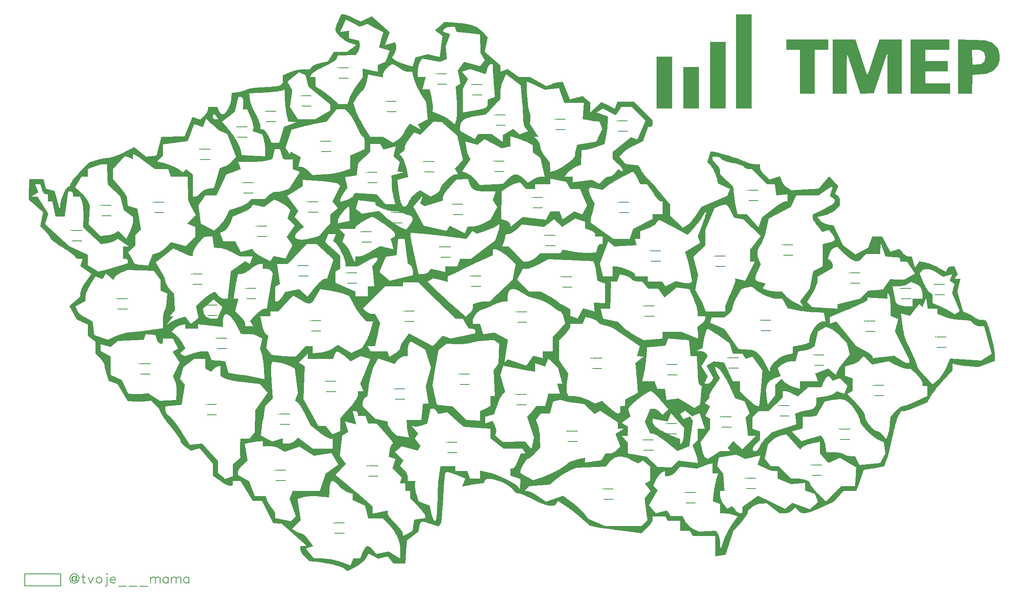
<source format=gto>
G04 Layer: TopSilkscreenLayer*
G04 EasyEDA v6.5.22, 2023-01-08 22:04:36*
G04 50778058e726430f88483f2d530aa7e2,b1765b40525a4c9d95aa1863292b2e8c,10*
G04 Gerber Generator version 0.2*
G04 Scale: 100 percent, Rotated: No, Reflected: No *
G04 Dimensions in millimeters *
G04 leading zeros omitted , absolute positions ,4 integer and 5 decimal *
%FSLAX45Y45*%
%MOMM*%

%ADD10C,0.2032*%
%ADD11C,0.2540*%
%ADD12C,0.1520*%
%ADD13C,0.2030*%

%LPD*%
G36*
X7173468Y12517374D02*
G01*
X7108850Y12375540D01*
X7102602Y12361468D01*
X7093661Y12340234D01*
X7082586Y12312243D01*
X7072782Y12285319D01*
X7068362Y12272467D01*
X7060844Y12248489D01*
X7057745Y12237516D01*
X7055154Y12227407D01*
X7053072Y12218212D01*
X7051548Y12210034D01*
X7050582Y12202972D01*
X7050278Y12197080D01*
X7050684Y12190730D01*
X7051802Y12184024D01*
X7053681Y12176963D01*
X7056272Y12169597D01*
X7059523Y12161977D01*
X7063384Y12154052D01*
X7067905Y12145924D01*
X7073036Y12137593D01*
X7078725Y12129058D01*
X7084974Y12120321D01*
X7091730Y12111482D01*
X7098944Y12102541D01*
X7114794Y12084354D01*
X7132320Y12066016D01*
X7141616Y12056821D01*
X7161174Y12038584D01*
X7171385Y12029541D01*
X7187184Y12016181D01*
X7208977Y11998858D01*
X7231380Y11982246D01*
X7242759Y11974271D01*
X7260031Y11962790D01*
X7283094Y11948515D01*
X7294625Y11941860D01*
X7317587Y11929668D01*
X7328916Y11924182D01*
X7340142Y11919102D01*
X7351217Y11914530D01*
X7362139Y11910364D01*
X7372858Y11906758D01*
X7494016Y11868404D01*
X7295134Y11722862D01*
X7022846Y11722862D01*
X6896608Y11520424D01*
X6728459Y11483441D01*
X6713778Y11479936D01*
X6699250Y11476075D01*
X6684924Y11471960D01*
X6670903Y11467642D01*
X6657238Y11463070D01*
X6644030Y11458346D01*
X6631279Y11453469D01*
X6619087Y11448491D01*
X6607556Y11443411D01*
X6596684Y11438229D01*
X6586626Y11433098D01*
X6577380Y11427917D01*
X6569049Y11422837D01*
X6561683Y11417757D01*
X6555384Y11412829D01*
X6550152Y11408003D01*
X6546138Y11403330D01*
X6544564Y11401044D01*
X6514338Y11352022D01*
X6364224Y11351971D01*
X6353759Y11351666D01*
X6331458Y11350193D01*
X6307734Y11347602D01*
X6295390Y11345926D01*
X6276543Y11342979D01*
X6250787Y11338204D01*
X6224727Y11332616D01*
X6205220Y11327942D01*
X6179464Y11321084D01*
X6154369Y11313566D01*
X6142177Y11309654D01*
X6118707Y11301374D01*
X6107531Y11297107D01*
X6086500Y11288217D01*
X5938774Y11219688D01*
X5938469Y11125555D01*
X5938266Y11116970D01*
X5937148Y11100765D01*
X5936059Y11091672D01*
X6037834Y11091672D01*
X6158230Y11189462D01*
X6278880Y11286998D01*
X6347206Y11260582D01*
X6415786Y11234420D01*
X6426114Y11193272D01*
X6514338Y11193272D01*
X6552184Y11254079D01*
X6555384Y11258194D01*
X6559448Y11262614D01*
X6564325Y11267338D01*
X6570014Y11272367D01*
X6576415Y11277650D01*
X6591452Y11289030D01*
X6609080Y11301222D01*
X6629146Y11314176D01*
X6651294Y11327688D01*
X6675323Y11341608D01*
X6700977Y11355730D01*
X6727952Y11370005D01*
X6763207Y11387683D01*
X6792315Y11401552D01*
X6853936Y11429593D01*
X6885076Y11444681D01*
X6915048Y11460124D01*
X6943547Y11475770D01*
X6970268Y11491264D01*
X6982866Y11498935D01*
X7006285Y11514023D01*
X7027164Y11528501D01*
X7036511Y11535460D01*
X7045147Y11542217D01*
X7052919Y11548719D01*
X7059879Y11554917D01*
X7065975Y11560860D01*
X7071156Y11566499D01*
X7075373Y11571732D01*
X7078573Y11576608D01*
X7080758Y11581130D01*
X7104888Y11643360D01*
X7483094Y11651742D01*
X7534909Y11732260D01*
X7538059Y11737848D01*
X7543952Y11749735D01*
X7549388Y11762384D01*
X7554163Y11775592D01*
X7558379Y11789156D01*
X7561884Y11802973D01*
X7564678Y11816791D01*
X7566710Y11830405D01*
X7567930Y11843664D01*
X7568336Y11856415D01*
X7567828Y11868454D01*
X7566406Y11879580D01*
X7552944Y11956542D01*
X7447534Y11985498D01*
X7341870Y12014200D01*
X7341870Y12173204D01*
X7156450Y12141962D01*
X7277100Y12406630D01*
X7425181Y12329922D01*
X7573518Y12253468D01*
X7729474Y12313158D01*
X7898384Y12226036D01*
X8067040Y12138660D01*
X8030616Y12009678D01*
X8013242Y11946483D01*
X7977378Y11811762D01*
X8202675Y11749278D01*
X8112252Y11508740D01*
X7950962Y11446764D01*
X7950962Y11301730D01*
X7633208Y11365230D01*
X7633208Y11176762D01*
X7504277Y11007445D01*
X7488377Y10985703D01*
X7472527Y10963046D01*
X7452969Y10933734D01*
X7437729Y10909808D01*
X7419492Y10879836D01*
X7405674Y10856061D01*
X7392771Y10832795D01*
X7380884Y10810341D01*
X7370216Y10788904D01*
X7360920Y10768787D01*
X7353096Y10750245D01*
X7346950Y10733582D01*
X7316423Y10637012D01*
X7438644Y10637012D01*
X7499096Y10748416D01*
X7505547Y10759440D01*
X7512405Y10770565D01*
X7519619Y10781639D01*
X7527137Y10792663D01*
X7534909Y10803534D01*
X7542885Y10814151D01*
X7550962Y10824464D01*
X7559090Y10834370D01*
X7567218Y10843869D01*
X7575245Y10852810D01*
X7590942Y10868761D01*
X7598460Y10875619D01*
X7605623Y10881664D01*
X7612430Y10886795D01*
X7618526Y10890961D01*
X7624368Y10895787D01*
X7630312Y10901781D01*
X7636357Y10908792D01*
X7642453Y10916818D01*
X7648549Y10925708D01*
X7654645Y10935512D01*
X7660690Y10946079D01*
X7666634Y10957306D01*
X7672476Y10969193D01*
X7678115Y10981639D01*
X7683601Y10994542D01*
X7688884Y11007902D01*
X7693863Y11021618D01*
X7698587Y11035588D01*
X7702956Y11049711D01*
X7706969Y11064036D01*
X7710576Y11078413D01*
X7746492Y11242040D01*
X8056880Y11179810D01*
X8056880Y11235690D01*
X8057032Y11239398D01*
X8058302Y11247475D01*
X8060740Y11256264D01*
X8064246Y11265662D01*
X8068818Y11275618D01*
X8074304Y11286083D01*
X8080654Y11296904D01*
X8087766Y11307978D01*
X8095589Y11319306D01*
X8104022Y11330736D01*
X8113014Y11342166D01*
X8122412Y11353546D01*
X8132216Y11364823D01*
X8142325Y11375796D01*
X8152638Y11386515D01*
X8163102Y11396776D01*
X8173618Y11406530D01*
X8184083Y11415725D01*
X8194446Y11424259D01*
X8204657Y11432032D01*
X8214563Y11438940D01*
X8224164Y11444935D01*
X8233308Y11449913D01*
X8241944Y11453723D01*
X8246059Y11455247D01*
X8250021Y11456416D01*
X8257438Y11457787D01*
X8260842Y11457940D01*
X8263636Y11457787D01*
X8270494Y11456466D01*
X8278875Y11453876D01*
X8288629Y11450218D01*
X8299602Y11445443D01*
X8311591Y11439702D01*
X8324392Y11433098D01*
X8337905Y11425682D01*
X8351977Y11417554D01*
X8366302Y11408816D01*
X8380831Y11399520D01*
X8395360Y11389817D01*
X8424773Y11369497D01*
X8438438Y11360302D01*
X8451342Y11351971D01*
X8463534Y11344402D01*
X8475167Y11337544D01*
X8486241Y11331397D01*
X8496960Y11325910D01*
X8507323Y11321034D01*
X8517483Y11316766D01*
X8527542Y11313058D01*
X8537498Y11309858D01*
X8547557Y11307165D01*
X8557717Y11304930D01*
X8568131Y11303152D01*
X8578850Y11301730D01*
X8590026Y11300663D01*
X8601710Y11299901D01*
X8626957Y11299190D01*
X8680958Y11299190D01*
X8707345Y11193272D01*
X8798560Y11193272D01*
X8799423Y11318595D01*
X8799982Y11331346D01*
X8800998Y11344402D01*
X8802420Y11357711D01*
X8804300Y11371173D01*
X8806484Y11384686D01*
X8809075Y11398148D01*
X8811971Y11411508D01*
X8815171Y11424564D01*
X8818626Y11437264D01*
X8822385Y11449558D01*
X8826347Y11461292D01*
X8830564Y11472367D01*
X8834932Y11482730D01*
X8839504Y11492230D01*
X8844178Y11500764D01*
X8892794Y11577828D01*
X9261094Y11508740D01*
X9339834Y11539220D01*
X9418828Y11569446D01*
X9388856Y11842496D01*
X9485884Y12097512D01*
X9328912Y12157710D01*
X9358122Y12205208D01*
X9360357Y12208459D01*
X9362948Y12211659D01*
X9365996Y12214758D01*
X9369399Y12217806D01*
X9373158Y12220803D01*
X9381642Y12226442D01*
X9391294Y12231725D01*
X9402013Y12236551D01*
X9413595Y12240869D01*
X9425889Y12244578D01*
X9438741Y12247676D01*
X9452000Y12250064D01*
X9465513Y12251740D01*
X9479127Y12252604D01*
X9584182Y12252706D01*
X9620504Y12143994D01*
X9956698Y12109043D01*
X10081209Y12096902D01*
X10122662Y12093702D01*
X10124440Y11696446D01*
X10222738Y11540998D01*
X10117328Y11413998D01*
X9778492Y11511788D01*
X9642856Y11327638D01*
X9649406Y11297920D01*
X9739884Y11297920D01*
X9909556Y11362944D01*
X10238994Y11248136D01*
X10268407Y11360200D01*
X10272928Y11374120D01*
X10278110Y11387378D01*
X10283799Y11399926D01*
X10289895Y11411559D01*
X10296398Y11422227D01*
X10303154Y11431727D01*
X10306558Y11435994D01*
X10313517Y11443563D01*
X10317022Y11446814D01*
X10320528Y11449659D01*
X10324033Y11452098D01*
X10327487Y11454180D01*
X10330891Y11455806D01*
X10334294Y11456974D01*
X10337596Y11457686D01*
X10340848Y11457940D01*
X10387584Y11457940D01*
X10393476Y11298885D01*
X10395559Y11257229D01*
X10398709Y11202924D01*
X10403586Y11129975D01*
X10408564Y11061750D01*
X10414965Y10983366D01*
X10434828Y10764012D01*
X10281666Y10705084D01*
X10281615Y10630103D01*
X10281310Y10621670D01*
X10280700Y10613593D01*
X10279684Y10605922D01*
X10278313Y10598556D01*
X10276535Y10591546D01*
X10274249Y10584840D01*
X10271506Y10578439D01*
X10268305Y10572343D01*
X10264495Y10566501D01*
X10260126Y10560913D01*
X10255199Y10555579D01*
X10249611Y10550499D01*
X10243362Y10545572D01*
X10236454Y10540847D01*
X10228783Y10536326D01*
X10220401Y10531957D01*
X10211206Y10527690D01*
X10201198Y10523626D01*
X10190378Y10519613D01*
X10178694Y10515752D01*
X10166096Y10511942D01*
X10152583Y10508183D01*
X10122611Y10500868D01*
X10106101Y10497261D01*
X10079431Y10491825D01*
X10039959Y10484561D01*
X9995865Y10477042D01*
X9751822Y10438130D01*
X9751822Y10935208D01*
X9865360Y11147044D01*
X9739884Y11297920D01*
X9649406Y11297920D01*
X9705086Y11044428D01*
X9605010Y10982452D01*
X9625838Y10645597D01*
X9627565Y10606024D01*
X9628530Y10574528D01*
X9629190Y10543387D01*
X9629546Y10490403D01*
X9629292Y10461345D01*
X9628682Y10433405D01*
X9627514Y10400385D01*
X9626244Y10375747D01*
X9624669Y10352938D01*
X9622790Y10332110D01*
X9620605Y10313568D01*
X9618116Y10297363D01*
X9615373Y10283850D01*
X9613900Y10278160D01*
X9583420Y10179050D01*
X9492132Y10261549D01*
X9484817Y10267746D01*
X9468358Y10280650D01*
X9449612Y10293959D01*
X9429089Y10307574D01*
X9418269Y10314381D01*
X9401403Y10324592D01*
X9383979Y10334701D01*
X9354159Y10351008D01*
X9336024Y10360355D01*
X9311843Y10372039D01*
X9299905Y10377576D01*
X9276537Y10387685D01*
X9265158Y10392257D01*
X9111488Y10450830D01*
X9121241Y10520273D01*
X9121749Y10526776D01*
X9122003Y10534243D01*
X9121698Y10551871D01*
X9120378Y10572648D01*
X9118092Y10596016D01*
X9114942Y10621467D01*
X9110980Y10648594D01*
X9106306Y10676839D01*
X9100972Y10705693D01*
X9096552Y10727436D01*
X9091777Y10749026D01*
X9050020Y10928350D01*
X8902446Y10928350D01*
X8935720Y11060684D01*
X8968740Y11193272D01*
X8707345Y11193272D01*
X8718397Y11149025D01*
X8723731Y11130483D01*
X8730284Y11110214D01*
X8738006Y11088471D01*
X8746744Y11065560D01*
X8756446Y11041684D01*
X8766911Y11017148D01*
X8780983Y10985804D01*
X8799017Y10947958D01*
X8811564Y10922914D01*
X8824366Y10898378D01*
X8840571Y10868761D01*
X8860078Y10835335D01*
X8973058Y10651998D01*
X9005316Y10293604D01*
X8795512Y10181336D01*
X8864346Y10070084D01*
X8630412Y10195306D01*
X8598865Y10163403D01*
X8594648Y10158476D01*
X8589822Y10152227D01*
X8584438Y10144760D01*
X8572398Y10126573D01*
X8558987Y10104882D01*
X8544763Y10080548D01*
X8530234Y10054488D01*
X8509812Y10015524D01*
X8503767Y10004704D01*
X8497214Y9993782D01*
X8490102Y9982708D01*
X8482533Y9971582D01*
X8474506Y9960508D01*
X8466175Y9949484D01*
X8457539Y9938562D01*
X8444077Y9922611D01*
X8434882Y9912350D01*
X8425586Y9902444D01*
X8416188Y9892944D01*
X8406841Y9883902D01*
X8397494Y9875418D01*
X8388248Y9867493D01*
X8379155Y9860280D01*
X8370316Y9853777D01*
X8361680Y9848088D01*
X8269224Y9790176D01*
X8058403Y9921748D01*
X7793228Y9921748D01*
X7649159Y10150246D01*
X7631023Y10179862D01*
X7613040Y10210393D01*
X7591856Y10247884D01*
X7571435Y10285628D01*
X7555179Y10316870D01*
X7539786Y10347452D01*
X7528255Y10371328D01*
X7514996Y10399928D01*
X7505344Y10421721D01*
X7496708Y10442295D01*
X7489139Y10461498D01*
X7482687Y10479074D01*
X7477556Y10494924D01*
X7438644Y10637012D01*
X7316423Y10637012D01*
X7308088Y10610596D01*
X7118858Y10610596D01*
X6961886Y10755630D01*
X6940956Y10774121D01*
X6919163Y10792764D01*
X6896811Y10811256D01*
X6862927Y10838281D01*
X6840524Y10855452D01*
X6818630Y10871708D01*
X6797548Y10886744D01*
X6777583Y10900460D01*
X6758990Y10912551D01*
X6742125Y10922762D01*
X6734403Y10927130D01*
X6626606Y10984992D01*
X6626606Y11193272D01*
X6426114Y11193272D01*
X6478270Y10985500D01*
X6944359Y10603484D01*
X6943852Y10478008D01*
X6617970Y10292588D01*
X6258306Y10292588D01*
X6084824Y10557256D01*
X6137148Y10901934D01*
X6037834Y11091672D01*
X5936059Y11091672D01*
X5935116Y11085880D01*
X5933694Y11078921D01*
X5931966Y11072266D01*
X5929884Y11065967D01*
X5927496Y11059922D01*
X5924753Y11054130D01*
X5921603Y11048644D01*
X5918047Y11043462D01*
X5914085Y11038484D01*
X5909665Y11033810D01*
X5904788Y11029340D01*
X5899404Y11025124D01*
X5893511Y11021161D01*
X5887110Y11017402D01*
X5880150Y11013846D01*
X5872632Y11010493D01*
X5864555Y11007344D01*
X5855817Y11004397D01*
X5846470Y11001603D01*
X5836462Y10999012D01*
X5825794Y10996574D01*
X5802376Y10992205D01*
X5775960Y10988344D01*
X5746496Y10985042D01*
X5713780Y10982147D01*
X5677611Y10979658D01*
X5637834Y10977422D01*
X5594350Y10975492D01*
X5500268Y10971936D01*
X5458206Y10969650D01*
X5425338Y10967415D01*
X5393385Y10964875D01*
X5355132Y10961217D01*
X5326126Y10958017D01*
X5298846Y10954613D01*
X5273395Y10950956D01*
X5250078Y10947146D01*
X5229148Y10943183D01*
X5210759Y10939068D01*
X5202580Y10937036D01*
X5188458Y10932820D01*
X5182616Y10930686D01*
X5177536Y10928553D01*
X5173268Y10926419D01*
X5163820Y10920222D01*
X5156555Y10916107D01*
X5148224Y10911941D01*
X5138877Y10907776D01*
X5128666Y10903610D01*
X5117642Y10899495D01*
X5099812Y10893450D01*
X5087213Y10889589D01*
X5060746Y10882274D01*
X5047030Y10878921D01*
X5033162Y10875822D01*
X5005222Y10870387D01*
X4991354Y10868152D01*
X4852162Y10848848D01*
X4851742Y10840720D01*
X5223002Y10840720D01*
X5602376Y10862513D01*
X5674156Y10867644D01*
X5708192Y10870438D01*
X5740704Y10873384D01*
X5800242Y10879582D01*
X5826810Y10882782D01*
X5850890Y10885932D01*
X5872327Y10889132D01*
X5890869Y10892282D01*
X5906312Y10895380D01*
X5918352Y10898378D01*
X5923026Y10899800D01*
X5926785Y10901222D01*
X5929579Y10902645D01*
X5931408Y10903966D01*
X5937656Y10910062D01*
X5943396Y10915142D01*
X5948578Y10919155D01*
X5953302Y10922050D01*
X5957519Y10923727D01*
X5959449Y10924032D01*
X5961278Y10924032D01*
X5963005Y10923727D01*
X5964580Y10923016D01*
X5966104Y10921949D01*
X5967526Y10920526D01*
X5968847Y10918698D01*
X5970117Y10916462D01*
X5972302Y10910824D01*
X5974181Y10903458D01*
X5975756Y10894314D01*
X5977077Y10883341D01*
X5978093Y10870387D01*
X5978906Y10855452D01*
X5979972Y10819231D01*
X5980582Y10731347D01*
X5981192Y10708233D01*
X5981903Y10690047D01*
X5983681Y10658449D01*
X5986068Y10625734D01*
X5989624Y10585704D01*
X5992418Y10558983D01*
X5996330Y10525963D01*
X5999734Y10500258D01*
X6003340Y10475366D01*
X6007150Y10451592D01*
X6011113Y10429189D01*
X6015177Y10408462D01*
X6052312Y10239756D01*
X6229350Y10231374D01*
X6094476Y10181590D01*
X5959348Y10132060D01*
X5858510Y9789414D01*
X5701030Y9789414D01*
X5627522Y9942677D01*
X5620004Y9957308D01*
X5612231Y9971481D01*
X5604205Y9985095D01*
X5596077Y9998151D01*
X5587847Y10010495D01*
X5579567Y10022128D01*
X5571337Y10032898D01*
X5563158Y10042804D01*
X5555183Y10051745D01*
X5547410Y10059568D01*
X5539943Y10066324D01*
X5532780Y10071862D01*
X5529376Y10074198D01*
X5522823Y10077754D01*
X5519724Y10079075D01*
X5516778Y10079990D01*
X5513984Y10080548D01*
X5511292Y10080752D01*
X5461254Y10080752D01*
X5461203Y10160152D01*
X5460644Y10166756D01*
X5459526Y10174122D01*
X5457952Y10182250D01*
X5455818Y10191140D01*
X5453227Y10200640D01*
X5446725Y10221468D01*
X5438546Y10244328D01*
X5428843Y10268864D01*
X5417820Y10294620D01*
X5405628Y10321239D01*
X5395772Y10341559D01*
X5381853Y10368737D01*
X5367223Y10395661D01*
X5353202Y10420197D01*
X5340451Y10443667D01*
X5327954Y10468152D01*
X5315813Y10493349D01*
X5304129Y10519003D01*
X5293055Y10544708D01*
X5285181Y10563910D01*
X5275427Y10589158D01*
X5266588Y10613745D01*
X5258765Y10637316D01*
X5252059Y10659668D01*
X5249164Y10670235D01*
X5244439Y10690148D01*
X5241137Y10708081D01*
X5223002Y10840720D01*
X4851742Y10840720D01*
X4846218Y10734446D01*
X4845050Y10721797D01*
X4843424Y10708894D01*
X4841290Y10695787D01*
X4838750Y10682478D01*
X4835753Y10669066D01*
X4832400Y10655503D01*
X4828590Y10641888D01*
X4824476Y10628223D01*
X4819954Y10614609D01*
X4815179Y10601096D01*
X4804714Y10574274D01*
X4799076Y10561167D01*
X4787138Y10535564D01*
X4780838Y10523220D01*
X4774387Y10511231D01*
X4767834Y10499598D01*
X4761128Y10488371D01*
X4754321Y10477652D01*
X4747412Y10467390D01*
X4740452Y10457738D01*
X4733442Y10448594D01*
X4726432Y10440111D01*
X4719472Y10432338D01*
X4712462Y10425226D01*
X4705553Y10418826D01*
X4698695Y10413288D01*
X4691938Y10408513D01*
X4685284Y10404652D01*
X4681982Y10403027D01*
X4675530Y10400538D01*
X4669282Y10399014D01*
X4663186Y10398506D01*
X4658766Y10398760D01*
X4654296Y10399572D01*
X4649673Y10400842D01*
X4644999Y10402570D01*
X4640326Y10404805D01*
X4635601Y10407396D01*
X4630877Y10410444D01*
X4626203Y10413898D01*
X4621530Y10417708D01*
X4616958Y10421874D01*
X4612487Y10426344D01*
X4603851Y10436199D01*
X4595876Y10447172D01*
X4588713Y10458958D01*
X4585512Y10465155D01*
X4582566Y10471505D01*
X4579874Y10478008D01*
X4549394Y10557510D01*
X4348734Y10557510D01*
X4348734Y10500868D01*
X4348175Y10493705D01*
X4346600Y10485729D01*
X4344009Y10477042D01*
X4340504Y10467695D01*
X4336135Y10457840D01*
X4330954Y10447578D01*
X4325010Y10436961D01*
X4318406Y10426192D01*
X4311192Y10415320D01*
X4303420Y10404449D01*
X4295140Y10393730D01*
X4286453Y10383164D01*
X4277360Y10372953D01*
X4267962Y10363200D01*
X4250436Y10345674D01*
X4454906Y10345674D01*
X4455109Y10352836D01*
X4455718Y10359745D01*
X4456734Y10366248D01*
X4458106Y10372344D01*
X4459782Y10377982D01*
X4461713Y10383062D01*
X4463999Y10387482D01*
X4466437Y10391292D01*
X4469180Y10394340D01*
X4472025Y10396626D01*
X4475073Y10397998D01*
X4478274Y10398506D01*
X4481728Y10397998D01*
X4485589Y10396626D01*
X4489856Y10394340D01*
X4494479Y10391292D01*
X4499305Y10387482D01*
X4504334Y10383062D01*
X4509414Y10377982D01*
X4514596Y10372344D01*
X4519726Y10366248D01*
X4524705Y10359745D01*
X4529582Y10352836D01*
X4566920Y10292588D01*
X4510786Y10292588D01*
X4505096Y10292842D01*
X4499559Y10293654D01*
X4494225Y10294975D01*
X4489094Y10296753D01*
X4484217Y10299039D01*
X4479594Y10301681D01*
X4475276Y10304729D01*
X4471314Y10308183D01*
X4467707Y10311942D01*
X4464507Y10316057D01*
X4461662Y10320426D01*
X4459325Y10325049D01*
X4457446Y10329926D01*
X4456074Y10335006D01*
X4455210Y10340238D01*
X4454906Y10345674D01*
X4250436Y10345674D01*
X4187190Y10282428D01*
X4022598Y10345674D01*
X3856990Y9924288D01*
X3360420Y9919208D01*
X3262884Y9524492D01*
X3042412Y9492996D01*
X2787650Y9699498D01*
X2569159Y9586518D01*
X2545130Y9574580D01*
X2513990Y9560102D01*
X2482088Y9546183D01*
X2443378Y9530486D01*
X2417673Y9520732D01*
X2386025Y9509455D01*
X2361336Y9501276D01*
X2337460Y9493910D01*
X2314600Y9487408D01*
X2292959Y9481870D01*
X2272792Y9477400D01*
X2254300Y9473996D01*
X2245715Y9472726D01*
X2230120Y9471152D01*
X2209139Y9469475D01*
X2186330Y9466935D01*
X2162048Y9463633D01*
X2136698Y9459671D01*
X2104186Y9453880D01*
X2078075Y9448698D01*
X2052218Y9443110D01*
X2020976Y9435642D01*
X1997354Y9429445D01*
X1975408Y9423044D01*
X1832610Y9376918D01*
X1627682Y9166199D01*
X1597101Y9133738D01*
X1573682Y9108033D01*
X1551432Y9082836D01*
X1530553Y9058402D01*
X1511249Y9034932D01*
X1493723Y9012732D01*
X1478076Y8991955D01*
X1464614Y8972956D01*
X1453438Y8955938D01*
X1448765Y8948216D01*
X1441450Y8934602D01*
X1438808Y8928760D01*
X1436928Y8923578D01*
X1435760Y8919108D01*
X1435354Y8915400D01*
X1434998Y8908237D01*
X1433931Y8901328D01*
X1432255Y8894775D01*
X1429918Y8888628D01*
X1427073Y8882989D01*
X1423720Y8877858D01*
X1419910Y8873337D01*
X1415694Y8869527D01*
X1411122Y8866378D01*
X1406245Y8864092D01*
X1401114Y8862618D01*
X1393596Y8861907D01*
X1391361Y8861501D01*
X1386738Y8859875D01*
X1381861Y8857284D01*
X1376832Y8853728D01*
X1371600Y8849258D01*
X1367485Y8845296D01*
X1529588Y8845296D01*
X1672843Y9074404D01*
X1806193Y9074404D01*
X1806193Y9236710D01*
X1931517Y9286900D01*
X1957578Y9296552D01*
X1984959Y9305544D01*
X2012797Y9313824D01*
X2033473Y9319361D01*
X2053589Y9324238D01*
X2078989Y9329623D01*
X2101951Y9333433D01*
X2112264Y9334703D01*
X2121662Y9335516D01*
X2207514Y9339072D01*
X2220230Y9020302D01*
X2336038Y9020302D01*
X2336038Y9237726D01*
X2591054Y9513062D01*
X2759710Y9448546D01*
X2759710Y9557258D01*
X2828594Y9518446D01*
X2840939Y9510979D01*
X2856280Y9501225D01*
X2894431Y9475927D01*
X2939999Y9444583D01*
X3005654Y9398000D01*
X3274060Y9398000D01*
X3395472Y9519158D01*
X3395472Y9759188D01*
X3923029Y9829292D01*
X3987800Y10008108D01*
X4052315Y10187178D01*
X4243324Y10126472D01*
X4308856Y10297160D01*
X4379416Y10237724D01*
X4649978Y10237724D01*
X4786630Y10345420D01*
X4923536Y10452862D01*
X4992878Y10769346D01*
X5041646Y10769346D01*
X5046675Y10768990D01*
X5051602Y10767974D01*
X5056428Y10766348D01*
X5061102Y10764113D01*
X5065623Y10761319D01*
X5069992Y10758017D01*
X5074107Y10754207D01*
X5077968Y10749940D01*
X5081574Y10745266D01*
X5084876Y10740136D01*
X5087823Y10734700D01*
X5090464Y10728960D01*
X5092649Y10722864D01*
X5094478Y10716564D01*
X5095849Y10710011D01*
X5096764Y10703306D01*
X5097627Y10691672D01*
X5098237Y10678972D01*
X5098592Y10665460D01*
X5098694Y10644225D01*
X5098440Y10629798D01*
X5097221Y10601706D01*
X5096306Y10588548D01*
X5095138Y10576356D01*
X5085842Y10504424D01*
X5183632Y10504424D01*
X5258206Y10325354D01*
X5263946Y10310977D01*
X5272125Y10289387D01*
X5282133Y10260685D01*
X5291074Y10232593D01*
X5298744Y10205516D01*
X5305044Y10180066D01*
X5309870Y10156647D01*
X5311698Y10145877D01*
X5313121Y10135819D01*
X5314086Y10126472D01*
X5314645Y10117988D01*
X5314746Y10110368D01*
X5314340Y10103662D01*
X5313426Y10098024D01*
X5299456Y10035794D01*
X5502910Y9971278D01*
X5535625Y9848443D01*
X5541264Y9824923D01*
X5546547Y9799167D01*
X5551424Y9771888D01*
X5556758Y9736734D01*
X5560314Y9708540D01*
X5562697Y9685782D01*
X5999226Y9685782D01*
X6120638Y10073640D01*
X6351930Y10132822D01*
X6402679Y10145369D01*
X6463080Y10159746D01*
X6524447Y10173919D01*
X6590487Y10188651D01*
X6639356Y10199116D01*
X6682689Y10208006D01*
X6865112Y10242550D01*
X7076948Y10499598D01*
X7254748Y10504424D01*
X7336536Y10422534D01*
X7347508Y10410240D01*
X7359446Y10395153D01*
X7372248Y10377627D01*
X7385710Y10357866D01*
X7399680Y10336225D01*
X7414006Y10312908D01*
X7428534Y10288219D01*
X7446619Y10255910D01*
X7457389Y10235895D01*
X7474864Y10201960D01*
X7491475Y10167772D01*
X7503972Y10140594D01*
X7518653Y10107980D01*
X7534402Y10074960D01*
X7550099Y10043972D01*
X7565390Y10015474D01*
X7580122Y9989921D01*
X7587183Y9978390D01*
X7593990Y9967772D01*
X7600492Y9958120D01*
X7606639Y9949434D01*
X7612481Y9941864D01*
X7617968Y9935413D01*
X7622946Y9930130D01*
X7627518Y9926066D01*
X7631633Y9923322D01*
X7635189Y9921900D01*
X7639202Y9921443D01*
X7641640Y9920528D01*
X7644028Y9919055D01*
X7646314Y9917023D01*
X7648549Y9914483D01*
X7650784Y9911435D01*
X7654899Y9903815D01*
X7658760Y9894366D01*
X7662214Y9883292D01*
X7665262Y9870694D01*
X7667904Y9856774D01*
X7669987Y9841687D01*
X7671562Y9825583D01*
X7672527Y9808616D01*
X7672831Y9790938D01*
X7672831Y9660128D01*
X7368286Y9525254D01*
X7368286Y9241536D01*
X7191044Y9182912D01*
X7171893Y9177121D01*
X7151014Y9171381D01*
X7128611Y9165742D01*
X7104938Y9160306D01*
X7073798Y9153702D01*
X7047941Y9148724D01*
X7021372Y9144000D01*
X6994448Y9139529D01*
X6960412Y9134398D01*
X6933234Y9130741D01*
X6892899Y9126016D01*
X6866636Y9123426D01*
X6841134Y9121292D01*
X6816547Y9119666D01*
X6574536Y9109964D01*
X6471462Y9203283D01*
X6459575Y9213342D01*
X6447332Y9223044D01*
X6434937Y9232341D01*
X6422491Y9241129D01*
X6410045Y9249308D01*
X6397802Y9256826D01*
X6385814Y9263684D01*
X6374231Y9269730D01*
X6363157Y9274962D01*
X6352692Y9279280D01*
X6342989Y9282633D01*
X6334201Y9284919D01*
X6326327Y9286087D01*
X6322822Y9286240D01*
X6265672Y9286240D01*
X6318758Y9488932D01*
X6097016Y9607804D01*
X6095238Y9566148D01*
X6094831Y9562338D01*
X6093968Y9559442D01*
X6092698Y9557461D01*
X6090920Y9556343D01*
X6088786Y9556140D01*
X6086297Y9556750D01*
X6083452Y9558223D01*
X6080302Y9560458D01*
X6076797Y9563506D01*
X6073089Y9567316D01*
X6069126Y9571888D01*
X6064910Y9577171D01*
X6055969Y9589871D01*
X6046470Y9605264D01*
X5999226Y9685782D01*
X5562697Y9685782D01*
X5564733Y9661296D01*
X5566054Y9636607D01*
X5566359Y9625177D01*
X5567172Y9503156D01*
X5063998Y9532366D01*
X5043932Y9636048D01*
X5040122Y9652203D01*
X5035245Y9669221D01*
X5029301Y9687052D01*
X5022392Y9705695D01*
X5014468Y9725050D01*
X5005679Y9745065D01*
X4995976Y9765690D01*
X4982667Y9792157D01*
X4968087Y9819335D01*
X4952288Y9847122D01*
X4938877Y9869678D01*
X4921148Y9898227D01*
X4902403Y9926980D01*
X4882794Y9955834D01*
X4862322Y9984740D01*
X4845405Y10007803D01*
X4827981Y10030663D01*
X4805680Y10059009D01*
X4787392Y10081361D01*
X4759350Y10114229D01*
X4649978Y10237724D01*
X4379416Y10237724D01*
X4441494Y10185349D01*
X4467453Y10162997D01*
X4491990Y10141458D01*
X4514240Y10121493D01*
X4533442Y10103916D01*
X4554524Y10083647D01*
X4563262Y10074351D01*
X4569663Y10068712D01*
X4577943Y10062616D01*
X4587748Y10056164D01*
X4598974Y10049510D01*
X4611268Y10042753D01*
X4624476Y10035997D01*
X4638294Y10029444D01*
X4652518Y10023246D01*
X4666945Y10017404D01*
X4760976Y9982708D01*
X4945380Y9499346D01*
X4870907Y9409277D01*
X4863642Y9401251D01*
X4855718Y9393174D01*
X4847234Y9384995D01*
X4838242Y9376816D01*
X4828844Y9368688D01*
X4818989Y9360662D01*
X4808829Y9352737D01*
X4798415Y9344964D01*
X4787798Y9337446D01*
X4777079Y9330232D01*
X4766259Y9323273D01*
X4755438Y9316669D01*
X4744618Y9310471D01*
X4734001Y9304731D01*
X4723485Y9299448D01*
X4713274Y9294774D01*
X4703318Y9290608D01*
X4594098Y9250172D01*
X4478274Y8835898D01*
X4358538Y8818473D01*
X4346448Y8816035D01*
X4334103Y8812936D01*
X4321556Y8809177D01*
X4308957Y8804808D01*
X4296308Y8799931D01*
X4283811Y8794496D01*
X4271518Y8788654D01*
X4259478Y8782354D01*
X4247794Y8775700D01*
X4236618Y8768740D01*
X4225950Y8761526D01*
X4215942Y8754059D01*
X4206646Y8746439D01*
X4198162Y8738666D01*
X4190593Y8730843D01*
X4182770Y8721699D01*
X4173524Y8711539D01*
X4163923Y8701836D01*
X4154017Y8692692D01*
X4143959Y8684209D01*
X4133900Y8676436D01*
X4123944Y8669528D01*
X4114292Y8663533D01*
X4104995Y8658555D01*
X4096207Y8654694D01*
X4088129Y8652052D01*
X4084370Y8651189D01*
X4080814Y8650630D01*
X4077462Y8650478D01*
X4030979Y8650478D01*
X4030979Y9114282D01*
X3888740Y9232392D01*
X3822446Y9165844D01*
X3697325Y9246768D01*
X3679088Y9257792D01*
X3658870Y9269018D01*
X3631336Y9283141D01*
X3607917Y9294266D01*
X3583635Y9305188D01*
X3558794Y9315704D01*
X3527501Y9328048D01*
X3502710Y9337141D01*
X3478428Y9345422D01*
X3455009Y9352686D01*
X3432810Y9358833D01*
X3274060Y9398000D01*
X3005654Y9398000D01*
X3041599Y9371939D01*
X3229356Y9233154D01*
X3504692Y9233154D01*
X3565651Y9074404D01*
X3925062Y9074404D01*
X3925824Y8570976D01*
X3981062Y8465058D01*
X4152900Y8465058D01*
X4224274Y8569706D01*
X4295902Y8674100D01*
X4526534Y8677148D01*
X4746244Y9120886D01*
X4897628Y9176512D01*
X5049266Y9231884D01*
X5020056Y9308592D01*
X4990592Y9385046D01*
X5141163Y9388246D01*
X5253634Y9389465D01*
X5388203Y9389922D01*
X5414721Y9390634D01*
X5435193Y9391599D01*
X5469737Y9394088D01*
X5497169Y9396780D01*
X5523839Y9399930D01*
X5549341Y9403588D01*
X5573014Y9407601D01*
X5594502Y9412020D01*
X5613146Y9416643D01*
X5714746Y9448546D01*
X5769102Y9657080D01*
X5877814Y9657080D01*
X5911596Y9551162D01*
X5945124Y9444990D01*
X6014415Y9438284D01*
X6028182Y9437268D01*
X6042406Y9436608D01*
X6056680Y9436252D01*
X6070600Y9436252D01*
X6083706Y9436608D01*
X6095593Y9437268D01*
X6105855Y9438284D01*
X6149848Y9444990D01*
X6149848Y9229852D01*
X6303518Y9170924D01*
X6070346Y8815070D01*
X5958128Y8777986D01*
X5945124Y8774074D01*
X5931712Y8770416D01*
X5918047Y8767064D01*
X5904230Y8763965D01*
X5890361Y8761222D01*
X5876696Y8758783D01*
X5850178Y8755024D01*
X5837631Y8753754D01*
X5825744Y8752890D01*
X5814618Y8752433D01*
X5804458Y8752433D01*
X5795314Y8752941D01*
X5787136Y8753703D01*
X5778296Y8753551D01*
X5768746Y8752332D01*
X5758535Y8750096D01*
X5747816Y8746896D01*
X5736691Y8742781D01*
X5725261Y8737854D01*
X5713628Y8732113D01*
X5701944Y8725662D01*
X5690311Y8718550D01*
X5678830Y8710828D01*
X5667654Y8702497D01*
X5656834Y8693708D01*
X5646521Y8684463D01*
X5625084Y8663178D01*
X6031484Y8663178D01*
X6115964Y8719413D01*
X6154877Y8744254D01*
X6204915Y8775090D01*
X6238290Y8795105D01*
X6259169Y8807348D01*
X6361684Y8866124D01*
X6361684Y9009126D01*
X6737705Y8981033D01*
X6783019Y8977071D01*
X6818426Y8973667D01*
X6852920Y8969959D01*
X6886194Y8966098D01*
X6918096Y8962085D01*
X6948424Y8957919D01*
X6976922Y8953652D01*
X7003491Y8949334D01*
X7027824Y8944965D01*
X7049719Y8940546D01*
X7069074Y8936228D01*
X7085584Y8931910D01*
X7099096Y8927693D01*
X7104634Y8925610D01*
X7109358Y8923578D01*
X7113219Y8921597D01*
X7116165Y8919667D01*
X7157974Y8881872D01*
X6987794Y8540750D01*
X6990525Y8537448D01*
X7156450Y8537448D01*
X7156450Y8583930D01*
X7156958Y8589975D01*
X7158481Y8597239D01*
X7160920Y8605520D01*
X7164222Y8614714D01*
X7168337Y8624773D01*
X7173264Y8635542D01*
X7178852Y8646871D01*
X7185050Y8658656D01*
X7191857Y8670848D01*
X7199223Y8683244D01*
X7207046Y8695791D01*
X7215225Y8708339D01*
X7223810Y8720785D01*
X7232650Y8733028D01*
X7309103Y8835898D01*
X7280909Y8950706D01*
X7252970Y9065768D01*
X7500620Y9100820D01*
X7537703Y9363202D01*
X7791958Y9598914D01*
X7791958Y9762998D01*
X7997698Y9762998D01*
X8068309Y9648444D01*
X8335518Y9715500D01*
X8279638Y9501886D01*
X8416798Y9388348D01*
X8362442Y9180322D01*
X8507222Y9169654D01*
X8374634Y9132316D01*
X8242300Y9094724D01*
X8243304Y9006586D01*
X8365490Y9006586D01*
X8596630Y9067038D01*
X8557564Y9249410D01*
X8552840Y9269476D01*
X8549386Y9282938D01*
X8543848Y9303207D01*
X8535771Y9330029D01*
X8527135Y9356242D01*
X8518042Y9381540D01*
X8508695Y9405518D01*
X8499195Y9427718D01*
X8489696Y9447784D01*
X8480348Y9465360D01*
X8475776Y9473082D01*
X8471306Y9480042D01*
X8466937Y9486188D01*
X8407908Y9559036D01*
X8473694Y9599676D01*
X8478977Y9603181D01*
X8484057Y9606889D01*
X8488934Y9610852D01*
X8497874Y9619335D01*
X8501938Y9623806D01*
X8505698Y9628428D01*
X8509203Y9633153D01*
X8512352Y9637928D01*
X8515248Y9642805D01*
X8517737Y9647682D01*
X8519922Y9652558D01*
X8521700Y9657486D01*
X8523173Y9662312D01*
X8524189Y9667087D01*
X8524849Y9671812D01*
X8525103Y9676434D01*
X8524900Y9680905D01*
X8524290Y9685223D01*
X8522614Y9691725D01*
X8522004Y9697262D01*
X8522309Y9703714D01*
X8523427Y9711080D01*
X8525357Y9719208D01*
X8528050Y9728047D01*
X8531504Y9737598D01*
X8535619Y9747758D01*
X8540445Y9758476D01*
X8545931Y9769602D01*
X8551976Y9781184D01*
X8558631Y9793071D01*
X8565794Y9805263D01*
X8573516Y9817658D01*
X8581694Y9830206D01*
X8590330Y9842804D01*
X8599373Y9855454D01*
X8608822Y9868001D01*
X8720074Y10009886D01*
X8855710Y9964674D01*
X9130792Y10239756D01*
X9301734Y10236708D01*
X9516069Y10050526D01*
X9698990Y10050526D01*
X9699040Y10143439D01*
X9699447Y10152888D01*
X9700260Y10162082D01*
X9701530Y10171023D01*
X9703155Y10179761D01*
X9705289Y10188295D01*
X9707778Y10196576D01*
X9710775Y10204602D01*
X9714179Y10212476D01*
X9718040Y10220096D01*
X9722358Y10227513D01*
X9727082Y10234777D01*
X9732365Y10241788D01*
X9738055Y10248595D01*
X9744252Y10255199D01*
X9750907Y10261650D01*
X9758070Y10267899D01*
X9765690Y10273944D01*
X9773818Y10279837D01*
X9782454Y10285526D01*
X9791598Y10291064D01*
X9801250Y10296398D01*
X9811461Y10301579D01*
X9822129Y10306608D01*
X9833356Y10311485D01*
X9845090Y10316159D01*
X9857384Y10320731D01*
X9870236Y10325100D01*
X9883648Y10329367D01*
X9897567Y10333482D01*
X9912045Y10337444D01*
X9927132Y10341254D01*
X9958933Y10348468D01*
X9993071Y10355224D01*
X10029596Y10361472D01*
X10246868Y10394950D01*
X10546588Y10722864D01*
X10546638Y10854436D01*
X10546994Y10864494D01*
X10547654Y10875060D01*
X10548620Y10886135D01*
X10551464Y10909401D01*
X10555376Y10933988D01*
X10560354Y10959388D01*
X10563148Y10972292D01*
X10571124Y11004600D01*
X10578338Y11030204D01*
X10586212Y11055096D01*
X10594644Y11078870D01*
X10599013Y11090198D01*
X10603484Y11101070D01*
X10608056Y11111484D01*
X10669524Y11246358D01*
X10978896Y11007852D01*
X10980131Y10994847D01*
X11106861Y10994847D01*
X11107013Y11017504D01*
X11107623Y11037519D01*
X11108740Y11054537D01*
X11110315Y11068354D01*
X11111331Y11073892D01*
X11112449Y11078565D01*
X11113719Y11082223D01*
X11115090Y11084915D01*
X11116665Y11086541D01*
X11117478Y11086947D01*
X11118342Y11087100D01*
X11121440Y11086642D01*
X11126216Y11085423D01*
X11140440Y11080546D01*
X11160302Y11072876D01*
X11184991Y11062665D01*
X11213642Y11050371D01*
X11245443Y11036198D01*
X11279682Y11020552D01*
X11315446Y11003788D01*
X11491214Y10920476D01*
X11791442Y10954766D01*
X11849608Y10795762D01*
X11908028Y10637012D01*
X12321032Y10637012D01*
X12294108Y10292588D01*
X12353137Y10285272D01*
X12379147Y10281310D01*
X12407747Y10276128D01*
X12435484Y10270439D01*
X12468402Y10262768D01*
X12492482Y10258145D01*
X12519558Y10253776D01*
X12547498Y10249916D01*
X12574168Y10246918D01*
X12654026Y10239756D01*
X12711938Y10088626D01*
X12585954Y9814306D01*
X12174474Y9747250D01*
X12147296Y9642754D01*
X12143486Y9626701D01*
X12140082Y9610852D01*
X12137136Y9595408D01*
X12134697Y9580676D01*
X12132767Y9566910D01*
X12131395Y9554311D01*
X12130633Y9543288D01*
X12130532Y9533991D01*
X12131040Y9526778D01*
X12131852Y9522256D01*
X12131751Y9518345D01*
X12130786Y9513976D01*
X12128957Y9509099D01*
X12126315Y9503765D01*
X12122861Y9498025D01*
X12118644Y9491878D01*
X12113717Y9485325D01*
X12101830Y9471253D01*
X12087402Y9455912D01*
X12070740Y9439605D01*
X12052096Y9422536D01*
X12031776Y9404807D01*
X12009932Y9386671D01*
X11986920Y9368383D01*
X11956897Y9345523D01*
X11925858Y9323070D01*
X11894413Y9301429D01*
X11869318Y9284919D01*
X11844477Y9269425D01*
X11820245Y9255048D01*
X11796826Y9242044D01*
X11774474Y9230664D01*
X11763806Y9225584D01*
X11753494Y9221012D01*
X11743588Y9216898D01*
X11734139Y9213342D01*
X11725148Y9210294D01*
X11606022Y9173210D01*
X11603482Y9365742D01*
X11495836Y9503562D01*
X11487454Y9514840D01*
X11479225Y9526371D01*
X11463477Y9549993D01*
X11456009Y9562033D01*
X11448846Y9574072D01*
X11441988Y9586112D01*
X11432387Y9603994D01*
X11421008Y9627311D01*
X11415979Y9638639D01*
X11411458Y9649612D01*
X11407394Y9660178D01*
X11403888Y9670338D01*
X11400942Y9680041D01*
X11398554Y9689134D01*
X11396776Y9697669D01*
X11395659Y9705543D01*
X11394643Y9722612D01*
X11393271Y9733076D01*
X11391138Y9743948D01*
X11388293Y9755124D01*
X11384737Y9766503D01*
X11380520Y9777882D01*
X11375796Y9789261D01*
X11370462Y9800488D01*
X11364722Y9811461D01*
X11358524Y9822027D01*
X11351920Y9832136D01*
X11345011Y9841585D01*
X11337848Y9850323D01*
X11330432Y9858248D01*
X11266932Y9921748D01*
X11353292Y9921748D01*
X11176508Y10191750D01*
X11188039Y10287304D01*
X11188852Y10298684D01*
X11189208Y10310672D01*
X11189106Y10323169D01*
X11188598Y10336022D01*
X11187684Y10349128D01*
X11185550Y10368940D01*
X11183620Y10382046D01*
X11181384Y10394950D01*
X11178794Y10407497D01*
X11175847Y10419588D01*
X11172647Y10431018D01*
X11169142Y10441736D01*
X11163198Y10457180D01*
X11158880Y10470946D01*
X11154613Y10488015D01*
X11150396Y10508030D01*
X11146231Y10530687D01*
X11142167Y10555681D01*
X11138204Y10582757D01*
X11134394Y10611510D01*
X11130686Y10641787D01*
X11127232Y10673130D01*
X11123117Y10713466D01*
X11117326Y10779252D01*
X11114836Y10812068D01*
X11112144Y10852454D01*
X11108893Y10914024D01*
X11107826Y10942828D01*
X11107166Y10969853D01*
X11106861Y10994847D01*
X10980131Y10994847D01*
X11009884Y10680700D01*
X11016081Y10607598D01*
X11021110Y10541965D01*
X11025428Y10478566D01*
X11028578Y10425887D01*
X11031067Y10378033D01*
X11032693Y10336580D01*
X11033455Y10302900D01*
X11033506Y10285730D01*
X11033963Y10271861D01*
X11034826Y10257790D01*
X11036198Y10243616D01*
X11038027Y10229494D01*
X11040211Y10215473D01*
X11042853Y10201656D01*
X11045799Y10188194D01*
X11049101Y10175087D01*
X11052759Y10162540D01*
X11056670Y10150602D01*
X11060836Y10139375D01*
X11065256Y10128961D01*
X11069878Y10119461D01*
X11074704Y10110927D01*
X11079734Y10103561D01*
X11131804Y10040112D01*
X10956798Y9973056D01*
X10819638Y10086848D01*
X10709656Y10018014D01*
X10599420Y9949434D01*
X10599420Y9809988D01*
X10363962Y9974834D01*
X10075926Y9974834D01*
X10009632Y9867138D01*
X9698990Y10050526D01*
X9516069Y10050526D01*
X9633458Y9948418D01*
X9756648Y9432290D01*
X9669780Y9336024D01*
X9582658Y9240012D01*
X9618866Y9181338D01*
X9740392Y9181338D01*
X9915144Y9448038D01*
X9881209Y9503206D01*
X9877704Y9509861D01*
X9874046Y9517684D01*
X9870338Y9526473D01*
X9862667Y9546844D01*
X9858756Y9558223D01*
X9851085Y9582861D01*
X9843617Y9609378D01*
X9838385Y9630003D01*
X9831984Y9657994D01*
X9826498Y9685782D01*
X9802368Y9818624D01*
X10071100Y9751060D01*
X10209530Y9865868D01*
X10391140Y9771380D01*
X10573004Y9677146D01*
X10758424Y9717786D01*
X10758424Y9929114D01*
X10892993Y9891115D01*
X10915345Y9884054D01*
X10939373Y9875926D01*
X10964519Y9866934D01*
X10990326Y9857333D01*
X11016234Y9847224D01*
X11041786Y9836861D01*
X11066424Y9826447D01*
X11089690Y9816084D01*
X11111077Y9806076D01*
X11235182Y9744964D01*
X11235182Y9589262D01*
X11399774Y9468866D01*
X11488928Y9074404D01*
X11910822Y9074404D01*
X11985040Y9163659D01*
X11992203Y9171635D01*
X12000077Y9179712D01*
X12008510Y9187840D01*
X12017502Y9195968D01*
X12026950Y9204096D01*
X12036755Y9212072D01*
X12046966Y9219996D01*
X12068048Y9235236D01*
X12078868Y9242501D01*
X12100712Y9256064D01*
X12111583Y9262262D01*
X12122302Y9268053D01*
X12132919Y9273336D01*
X12143282Y9278112D01*
X12153341Y9282328D01*
X12263882Y9323324D01*
X12268200Y9628632D01*
X12378588Y9646412D01*
X12398248Y9650272D01*
X12420396Y9655302D01*
X12444526Y9661296D01*
X12470130Y9668154D01*
X12489992Y9673793D01*
X12516916Y9681819D01*
X12543840Y9690303D01*
X12570307Y9699091D01*
X12595809Y9708083D01*
X12619736Y9717024D01*
X12759690Y9770872D01*
X12795554Y9951161D01*
X12800126Y9977577D01*
X12804495Y10005212D01*
X12808559Y10033660D01*
X12812217Y10062464D01*
X12816281Y10098227D01*
X12819583Y10132872D01*
X12821666Y10159238D01*
X12823139Y10183876D01*
X12824002Y10206329D01*
X12824206Y10216591D01*
X12824206Y10348976D01*
X12709398Y10391648D01*
X12594336Y10434066D01*
X12728448Y10517124D01*
X12863322Y10444734D01*
X12998450Y10372598D01*
X13115036Y10557510D01*
X13334238Y10557510D01*
X13621004Y10258044D01*
X13454634Y9859518D01*
X13314680Y9913366D01*
X12930124Y9596374D01*
X12930124Y9443974D01*
X13042493Y9347911D01*
X13054584Y9336989D01*
X13066268Y9325864D01*
X13077393Y9314637D01*
X13087908Y9303461D01*
X13097763Y9292437D01*
X13106857Y9281617D01*
X13115086Y9271152D01*
X13122351Y9261094D01*
X13128650Y9251645D01*
X13133832Y9242755D01*
X13137845Y9234678D01*
X13139419Y9230969D01*
X13140639Y9227464D01*
X13141502Y9224162D01*
X13142010Y9221165D01*
X13142213Y9218422D01*
X13142213Y9173972D01*
X13048234Y9232138D01*
X12978079Y9147759D01*
X12973253Y9142476D01*
X12962940Y9132214D01*
X12952018Y9122511D01*
X12940639Y9113418D01*
X12928904Y9105036D01*
X12916966Y9097467D01*
X12905079Y9090812D01*
X12893294Y9085173D01*
X12881813Y9080601D01*
X12870840Y9077198D01*
X12865557Y9075978D01*
X12860477Y9075115D01*
X12855549Y9074607D01*
X12846202Y9074200D01*
X12841274Y9073692D01*
X12836194Y9072778D01*
X12830911Y9071559D01*
X12825476Y9070035D01*
X12814198Y9066022D01*
X12802514Y9060840D01*
X12790627Y9054642D01*
X12778689Y9047480D01*
X12772694Y9043619D01*
X12760960Y9035186D01*
X12749530Y9026093D01*
X12738557Y9016339D01*
X12728295Y9006078D01*
X12723418Y9000794D01*
X12653518Y8916670D01*
X12488926Y9008872D01*
X12082780Y8954516D01*
X12082780Y9074404D01*
X11410289Y9074302D01*
X11401704Y9073642D01*
X11392408Y9072372D01*
X11382400Y9070492D01*
X11371783Y9068054D01*
X11360708Y9065056D01*
X11349278Y9061602D01*
X11337442Y9057690D01*
X11325453Y9053322D01*
X11313312Y9048546D01*
X11301120Y9043466D01*
X11289030Y9038031D01*
X11277041Y9032290D01*
X11265255Y9026296D01*
X11253825Y9020048D01*
X11242802Y9013647D01*
X11135106Y8946642D01*
X11029594Y9041892D01*
X11018469Y9051645D01*
X11007598Y9060738D01*
X10997031Y9069222D01*
X10986668Y9077045D01*
X10976508Y9084259D01*
X10966602Y9090863D01*
X10956848Y9096806D01*
X10947298Y9102140D01*
X10937900Y9106814D01*
X10928604Y9110878D01*
X10919460Y9114282D01*
X10910417Y9117076D01*
X10901426Y9119209D01*
X10892485Y9120733D01*
X10883646Y9121597D01*
X10874806Y9121851D01*
X10865967Y9121444D01*
X10857128Y9120378D01*
X10848238Y9118701D01*
X10839348Y9116364D01*
X10830407Y9113418D01*
X10821314Y9109811D01*
X10812170Y9105544D01*
X10802924Y9100667D01*
X10793526Y9095079D01*
X10783976Y9088932D01*
X10774273Y9082074D01*
X10764418Y9074607D01*
X10754309Y9066479D01*
X10743996Y9057690D01*
X10733430Y9048242D01*
X10722610Y9038183D01*
X10711484Y9027414D01*
X10600436Y8916162D01*
X10109962Y8897620D01*
X10019588Y9009735D01*
X10011003Y9019590D01*
X10001910Y9029496D01*
X9992360Y9039352D01*
X9982301Y9049156D01*
X9971938Y9058757D01*
X9961270Y9068206D01*
X9950399Y9077401D01*
X9939324Y9086291D01*
X9928148Y9094876D01*
X9916972Y9103004D01*
X9905847Y9110726D01*
X9894824Y9117990D01*
X9883952Y9124645D01*
X9873335Y9130741D01*
X9862972Y9136126D01*
X9853015Y9140850D01*
X9843516Y9144863D01*
X9740392Y9181338D01*
X9618866Y9181338D01*
X9652254Y9127236D01*
X9595866Y9127134D01*
X9589312Y9126169D01*
X9582099Y9124238D01*
X9574225Y9121495D01*
X9565843Y9117888D01*
X9556902Y9113520D01*
X9547504Y9108389D01*
X9537700Y9102547D01*
X9527489Y9096095D01*
X9516973Y9088983D01*
X9506153Y9081312D01*
X9495078Y9073134D01*
X9472422Y9055354D01*
X9449409Y9035999D01*
X9437827Y9025890D01*
X9414865Y9004858D01*
X9392462Y8983167D01*
X9370923Y8961120D01*
X9350654Y8939123D01*
X9332010Y8917533D01*
X9323425Y8906967D01*
X9315399Y8896654D01*
X9307982Y8886596D01*
X9301175Y8876842D01*
X9295079Y8867444D01*
X9289694Y8858504D01*
X9285122Y8849969D01*
X9281312Y8841943D01*
X9278416Y8834475D01*
X9276435Y8827566D01*
X9275470Y8821267D01*
X9275165Y8814866D01*
X9274606Y8811209D01*
X9273743Y8807450D01*
X9272524Y8803589D01*
X9269171Y8795512D01*
X9264599Y8787130D01*
X9258909Y8778494D01*
X9252204Y8769705D01*
X9244482Y8760815D01*
X9235897Y8751976D01*
X9226550Y8743238D01*
X9216440Y8734704D01*
X9205671Y8726424D01*
X9194393Y8718499D01*
X9182608Y8711031D01*
X9170416Y8704072D01*
X9065768Y8648192D01*
X8851138Y8782304D01*
X8754160Y8722461D01*
X8745474Y8716416D01*
X8736584Y8709609D01*
X8727541Y8702141D01*
X8718448Y8694013D01*
X8709304Y8685326D01*
X8700211Y8676132D01*
X8691168Y8666480D01*
X8682228Y8656472D01*
X8673490Y8646058D01*
X8665006Y8635441D01*
X8656777Y8624620D01*
X8648852Y8613648D01*
X8641334Y8602573D01*
X8634272Y8591499D01*
X8627668Y8580424D01*
X8621623Y8569502D01*
X8616137Y8558733D01*
X8605926Y8537041D01*
X8600846Y8526780D01*
X8590737Y8507984D01*
X8585708Y8499398D01*
X8575802Y8483955D01*
X8570925Y8477046D01*
X8566048Y8470696D01*
X8561222Y8464905D01*
X8556447Y8459673D01*
X8551722Y8454948D01*
X8546998Y8450834D01*
X8542324Y8447227D01*
X8537702Y8444179D01*
X8533130Y8441740D01*
X8528608Y8439759D01*
X8523020Y8438134D01*
X8701532Y8438134D01*
X8904732Y8677148D01*
X8844280Y8502396D01*
X8939784Y8443214D01*
X9328150Y8562340D01*
X9328251Y8633358D01*
X9329064Y8639251D01*
X9330639Y8645906D01*
X9332925Y8653272D01*
X9335922Y8661196D01*
X9339630Y8669782D01*
X9343999Y8678875D01*
X9348978Y8688476D01*
X9354566Y8698534D01*
X9360712Y8708999D01*
X9367418Y8719870D01*
X9382302Y8742476D01*
X9390430Y8754160D01*
X9407956Y8778036D01*
X9426956Y8802370D01*
X9447225Y8826754D01*
X9457740Y8838844D01*
X9473946Y8856726D01*
X9619488Y9014206D01*
X9861296Y9021318D01*
X9897414Y8923070D01*
X9901682Y8912301D01*
X9906101Y8901988D01*
X9910622Y8892082D01*
X9915347Y8882634D01*
X9920274Y8873591D01*
X9925354Y8864955D01*
X9930688Y8856776D01*
X9936226Y8848953D01*
X9942017Y8841486D01*
X9948113Y8834424D01*
X9954463Y8827770D01*
X9961118Y8821420D01*
X9968077Y8815476D01*
X9975392Y8809837D01*
X9983063Y8804605D01*
X9991090Y8799626D01*
X9999522Y8795004D01*
X10008362Y8790686D01*
X10017607Y8786672D01*
X10027259Y8782964D01*
X10037419Y8779560D01*
X10047986Y8776411D01*
X10059111Y8773566D01*
X10070693Y8770924D01*
X10082784Y8768588D01*
X10095433Y8766505D01*
X10108641Y8764625D01*
X10136784Y8761628D01*
X10167315Y8759444D01*
X10200436Y8758072D01*
X10236200Y8757462D01*
X10447782Y8756396D01*
X10390124Y8570976D01*
X10480802Y8426450D01*
X10349661Y8173466D01*
X10570210Y8173466D01*
X10579100Y8756396D01*
X10686745Y8836101D01*
X10707166Y8850172D01*
X10729112Y8864092D01*
X10740491Y8870950D01*
X10763758Y8884158D01*
X10775442Y8890508D01*
X10798759Y8902344D01*
X10821365Y8912961D01*
X10842752Y8922004D01*
X10852810Y8925814D01*
X10862360Y8929166D01*
X10871301Y8931960D01*
X10966450Y8957310D01*
X11089132Y8809482D01*
X11288014Y8809482D01*
X11288014Y8915400D01*
X11606022Y8915400D01*
X11606022Y9034526D01*
X11947144Y8966454D01*
X12035028Y8809482D01*
X12241276Y8809482D01*
X12247510Y8794597D01*
X12425070Y8794597D01*
X12425121Y8798255D01*
X12425883Y8804605D01*
X12426543Y8807297D01*
X12427407Y8809736D01*
X12428474Y8811768D01*
X12451080Y8848344D01*
X12719050Y8797036D01*
X12807645Y8871458D01*
X12819380Y8880500D01*
X12833908Y8890863D01*
X12850977Y8902395D01*
X12870332Y8914942D01*
X12891719Y8928404D01*
X12939522Y8957411D01*
X12992506Y8988399D01*
X13020294Y9004249D01*
X13084352Y9039961D01*
X13127177Y9063177D01*
X13162178Y9081820D01*
X13215619Y9109456D01*
X13246709Y9125000D01*
X13269874Y9136227D01*
X13291210Y9146286D01*
X13310565Y9155023D01*
X13327634Y9162237D01*
X13342112Y9167876D01*
X13353897Y9171736D01*
X13358622Y9172956D01*
X13360552Y9173159D01*
X13362686Y9172905D01*
X13364972Y9172244D01*
X13367410Y9171127D01*
X13370001Y9169603D01*
X13375538Y9165336D01*
X13381634Y9159595D01*
X13388086Y9152432D01*
X13394944Y9143898D01*
X13402056Y9134195D01*
X13409371Y9123324D01*
X13416838Y9111437D01*
X13424407Y9098635D01*
X13431926Y9084970D01*
X13439394Y9070543D01*
X13446709Y9055455D01*
X13510768Y8915400D01*
X13658088Y8915400D01*
X13789304Y8722664D01*
X13799718Y8707678D01*
X13820648Y8678875D01*
X13841272Y8651849D01*
X13861288Y8627008D01*
X13870889Y8615476D01*
X13889278Y8594598D01*
X13897914Y8585301D01*
X13906144Y8576868D01*
X13913916Y8569299D01*
X13921130Y8562644D01*
X13927836Y8557006D01*
X13933932Y8552383D01*
X13939367Y8548878D01*
X13944142Y8546439D01*
X13948206Y8545220D01*
X13989557Y8544560D01*
X13989557Y8279638D01*
X13777722Y8279638D01*
X13777722Y8176006D01*
X13361669Y7963662D01*
X13293851Y7750048D01*
X12946126Y7750048D01*
X12650622Y7961071D01*
X12543383Y8038134D01*
X12475667Y8087258D01*
X12462764Y8097012D01*
X12461951Y8097977D01*
X12461290Y8099399D01*
X12460427Y8103717D01*
X12460122Y8109762D01*
X12460325Y8117535D01*
X12461087Y8126831D01*
X12462357Y8137601D01*
X12464084Y8149742D01*
X12469012Y8177631D01*
X12475616Y8209737D01*
X12483846Y8245195D01*
X12493498Y8283092D01*
X12551664Y8494522D01*
X12475057Y8642248D01*
X12467945Y8656726D01*
X12461290Y8671102D01*
X12455144Y8685326D01*
X12449454Y8699296D01*
X12444323Y8712911D01*
X12439700Y8726068D01*
X12435687Y8738717D01*
X12432284Y8750706D01*
X12429490Y8762034D01*
X12427356Y8772499D01*
X12425883Y8782100D01*
X12425172Y8790686D01*
X12425070Y8794597D01*
X12247510Y8794597D01*
X12385802Y8465058D01*
X12286488Y8271509D01*
X12120626Y8335009D01*
X11868912Y8170164D01*
X11806428Y8332724D01*
X11611102Y8332724D01*
X11513820Y8158480D01*
X11021314Y8213852D01*
X10758424Y8007096D01*
X10758424Y8060436D01*
X10758220Y8064144D01*
X10757560Y8067903D01*
X10756493Y8071713D01*
X10755020Y8075574D01*
X10753191Y8079536D01*
X10751007Y8083448D01*
X10748416Y8087410D01*
X10742269Y8095284D01*
X10734852Y8103006D01*
X10726318Y8110575D01*
X10721695Y8114233D01*
X10711637Y8121243D01*
X10700766Y8127746D01*
X10695076Y8130844D01*
X10683138Y8136432D01*
X10676940Y8139023D01*
X10664190Y8143494D01*
X10570210Y8173466D01*
X10349661Y8173466D01*
X10344658Y8163814D01*
X10195153Y8086344D01*
X10182910Y8080298D01*
X10157256Y8068716D01*
X10130688Y8057845D01*
X10110419Y8050275D01*
X10083342Y8041030D01*
X10063276Y8034832D01*
X10037318Y8027720D01*
X10024821Y8024672D01*
X10001046Y8019745D01*
X9989921Y8017916D01*
X9979355Y8016494D01*
X9969500Y8015528D01*
X9960356Y8015020D01*
X9854692Y8014970D01*
X9798050Y7867650D01*
X9475216Y8028431D01*
X9406890Y7917688D01*
X8926322Y8027670D01*
X8701532Y8438134D01*
X8523020Y8438134D01*
X8519668Y8437524D01*
X8515248Y8437219D01*
X8510930Y8437473D01*
X8506612Y8438286D01*
X8502345Y8439607D01*
X8498128Y8441486D01*
X8493963Y8443925D01*
X8489848Y8446871D01*
X8485784Y8450376D01*
X8481771Y8454440D01*
X8477808Y8459012D01*
X8473897Y8464143D01*
X8470036Y8469833D01*
X8466226Y8476030D01*
X8462467Y8482787D01*
X8458758Y8490051D01*
X8455101Y8497874D01*
X8451494Y8506206D01*
X8444484Y8524494D01*
X8437727Y8544966D01*
X8431174Y8567521D01*
X8424875Y8592159D01*
X8418830Y8618982D01*
X8413038Y8647887D01*
X8407501Y8678875D01*
X8402269Y8711996D01*
X8397240Y8747150D01*
X8394852Y8765540D01*
X8365490Y9006586D01*
X8243304Y9006586D01*
X8244179Y8933332D01*
X8244941Y8910523D01*
X8246414Y8886037D01*
X8248446Y8860282D01*
X8251088Y8833662D01*
X8256016Y8792870D01*
X8259825Y8765590D01*
X8265109Y8732062D01*
X8269731Y8706205D01*
X8274608Y8681516D01*
X8279688Y8658402D01*
X8284972Y8637270D01*
X8323834Y8491728D01*
X8114030Y8491728D01*
X7921752Y8697722D01*
X7467092Y8724646D01*
X7428484Y8664905D01*
X7422743Y8657945D01*
X7415682Y8650782D01*
X7407402Y8643416D01*
X7397953Y8636000D01*
X7387539Y8628532D01*
X7376261Y8621166D01*
X7364222Y8613851D01*
X7351522Y8606790D01*
X7338314Y8599982D01*
X7324699Y8593480D01*
X7310780Y8587435D01*
X7296708Y8581847D01*
X7282637Y8576818D01*
X7156450Y8537448D01*
X6990525Y8537448D01*
X7104634Y8399780D01*
X6944359Y8266684D01*
X6944359Y8084312D01*
X6942801Y8082534D01*
X7103364Y8082534D01*
X7103364Y8144764D01*
X7103922Y8150352D01*
X7105497Y8156956D01*
X7108088Y8164474D01*
X7111593Y8172856D01*
X7115911Y8182000D01*
X7121093Y8191855D01*
X7126986Y8202371D01*
X7133539Y8213394D01*
X7148474Y8236762D01*
X7165390Y8261400D01*
X7188555Y8292998D01*
X7208113Y8318144D01*
X7223048Y8336483D01*
X7242962Y8359851D01*
X7262368Y8381339D01*
X7280808Y8400288D01*
X7289495Y8408619D01*
X7297775Y8416137D01*
X7305598Y8422690D01*
X7312812Y8428228D01*
X7319416Y8432647D01*
X7325359Y8435949D01*
X7330592Y8437930D01*
X7332929Y8438489D01*
X7335012Y8438642D01*
X7336078Y8438286D01*
X7337145Y8437219D01*
X7338161Y8435492D01*
X7339177Y8433104D01*
X7341057Y8426450D01*
X7342886Y8417458D01*
X7344511Y8406333D01*
X7346340Y8389620D01*
X7485125Y8389620D01*
X7533640Y8575548D01*
X7897875Y8532876D01*
X7897875Y8489950D01*
X7898028Y8488070D01*
X7898536Y8486140D01*
X7900517Y8482076D01*
X7903718Y8477758D01*
X7908086Y8473135D01*
X7913573Y8468309D01*
X7920126Y8463280D01*
X7927594Y8458098D01*
X7936026Y8452764D01*
X7945323Y8447278D01*
X7955432Y8441690D01*
X7966202Y8436051D01*
X7983626Y8427466D01*
X8008874Y8415934D01*
X8022132Y8410194D01*
X8049818Y8398916D01*
X8078520Y8387994D01*
X8115096Y8375192D01*
X8129676Y8370417D01*
X8151418Y8363661D01*
X8179714Y8355634D01*
X8193379Y8352028D01*
X8219592Y8345881D01*
X8243773Y8341258D01*
X8254898Y8339581D01*
X8265414Y8338362D01*
X8275116Y8337600D01*
X8284006Y8337346D01*
X8292033Y8337651D01*
X8299094Y8338464D01*
X8305596Y8339734D01*
X8313420Y8340496D01*
X8322462Y8340598D01*
X8332673Y8340090D01*
X8343849Y8338921D01*
X8355736Y8337245D01*
X8368334Y8335060D01*
X8381288Y8332317D01*
X8394598Y8329117D01*
X8408009Y8325510D01*
X8421370Y8321446D01*
X8434476Y8317026D01*
X8483244Y8299094D01*
X8536482Y8280349D01*
X8586825Y8263381D01*
X8619185Y8253069D01*
X8630462Y8248954D01*
X8640724Y8244586D01*
X8650020Y8239861D01*
X8658301Y8234883D01*
X8665565Y8229549D01*
X8671864Y8223808D01*
X8677148Y8217712D01*
X8681415Y8211210D01*
X8683193Y8207806D01*
X8684717Y8204301D01*
X8685987Y8200644D01*
X8687003Y8196884D01*
X8688324Y8189061D01*
X8688628Y8180730D01*
X8687917Y8171891D01*
X8686241Y8162493D01*
X8683548Y8152587D01*
X8679891Y8142071D01*
X8675217Y8130997D01*
X8669578Y8119262D01*
X8662924Y8106918D01*
X8655253Y8093913D01*
X8646668Y8080197D01*
X8637016Y8065820D01*
X8626449Y8050733D01*
X8548878Y7944612D01*
X8460943Y7986166D01*
X8436864Y7998409D01*
X8417052Y8009026D01*
X8396833Y8020354D01*
X8371027Y8035391D01*
X8350097Y8048142D01*
X8328964Y8061401D01*
X8307679Y8075168D01*
X8275574Y8096707D01*
X8248853Y8115401D01*
X8227568Y8130692D01*
X8201202Y8150250D01*
X8175142Y8170214D01*
X8154670Y8186420D01*
X8134553Y8202777D01*
X8110067Y8223402D01*
X8091017Y8239912D01*
X7977378Y8341106D01*
X7613396Y8283194D01*
X7549134Y8336280D01*
X7485125Y8389620D01*
X7346340Y8389620D01*
X7348423Y8361934D01*
X7349947Y8325103D01*
X7350353Y8305088D01*
X7350506Y8284209D01*
X7350506Y8129778D01*
X7103364Y8082534D01*
X6942801Y8082534D01*
X6837035Y7961884D01*
X7465314Y7961884D01*
X7483856Y8008213D01*
X7486243Y8011820D01*
X7489698Y8015986D01*
X7494219Y8020659D01*
X7499705Y8025841D01*
X7513472Y8037372D01*
X7530490Y8050326D01*
X7550302Y8064449D01*
X7572502Y8079486D01*
X7596530Y8095132D01*
X7628585Y8115046D01*
X7668666Y8138871D01*
X7695692Y8154212D01*
X7729016Y8172348D01*
X7754721Y8185708D01*
X7779054Y8197646D01*
X7801609Y8207959D01*
X7812074Y8212429D01*
X7831074Y8219744D01*
X7836103Y8221319D01*
X7838338Y8220964D01*
X7845856Y8218068D01*
X7857185Y8212429D01*
X7871968Y8204301D01*
X7889900Y8193836D01*
X7910779Y8181187D01*
X7934198Y8166608D01*
X7959852Y8150250D01*
X7987487Y8132267D01*
X8047380Y8092389D01*
X8079079Y8070799D01*
X8113877Y8046669D01*
X8146846Y8023199D01*
X8176768Y8001101D01*
X8203692Y7980324D01*
X8227618Y7960868D01*
X8248650Y7942580D01*
X8266785Y7925409D01*
X8274812Y7917230D01*
X8282127Y7909306D01*
X8288731Y7901584D01*
X8294674Y7894167D01*
X8299907Y7886953D01*
X8304479Y7879943D01*
X8308390Y7873187D01*
X8311591Y7866583D01*
X8314123Y7860385D01*
X8641638Y7860385D01*
X8642045Y7868818D01*
X8642502Y7871815D01*
X8643213Y7873949D01*
X8644128Y7875270D01*
X8645194Y7875879D01*
X8649360Y7876844D01*
X8656116Y7877403D01*
X8665311Y7877708D01*
X8680145Y7877556D01*
X8711285Y7876336D01*
X8750706Y7873898D01*
X8797798Y7870291D01*
X8851747Y7865618D01*
X8911844Y7859928D01*
X8985910Y7852359D01*
X9056624Y7844739D01*
X9131198Y7836255D01*
X9228683Y7824622D01*
X9831324Y7750302D01*
X9956800Y7919466D01*
X10050272Y7861808D01*
X10252354Y7931353D01*
X10291978Y7945628D01*
X10322661Y7957312D01*
X10351973Y7969097D01*
X10379354Y7980680D01*
X10404398Y7991856D01*
X10426649Y8002422D01*
X10445496Y8012175D01*
X10460583Y8020862D01*
X10466527Y8024774D01*
X10471353Y8028330D01*
X10474960Y8031480D01*
X10482326Y8038541D01*
X10489133Y8044434D01*
X10495432Y8049209D01*
X10501223Y8052917D01*
X10506456Y8055457D01*
X10511180Y8056930D01*
X10513364Y8057286D01*
X10515346Y8057337D01*
X10517276Y8057134D01*
X10519003Y8056676D01*
X10520629Y8055914D01*
X10523474Y8053679D01*
X10524693Y8052155D01*
X10526725Y8048294D01*
X10528249Y8043468D01*
X10529214Y8037626D01*
X10529620Y8030718D01*
X10529468Y8022894D01*
X10528808Y8014055D01*
X10527588Y8004200D01*
X10525861Y7993430D01*
X10523524Y7981696D01*
X10520680Y7969046D01*
X10517276Y7955483D01*
X10513314Y7940954D01*
X10508843Y7925562D01*
X10498124Y7892034D01*
X10436860Y7716012D01*
X10272951Y7591044D01*
X10588244Y7591044D01*
X10622889Y7681874D01*
X10627969Y7696403D01*
X10632795Y7711287D01*
X10637215Y7726273D01*
X10641228Y7741107D01*
X10644733Y7755534D01*
X10647680Y7769199D01*
X10649966Y7781899D01*
X10651591Y7793278D01*
X10652404Y7803184D01*
X10652861Y7812379D01*
X10653928Y7817205D01*
X10655655Y7821828D01*
X10657992Y7826298D01*
X10660938Y7830515D01*
X10664393Y7834528D01*
X10668406Y7838236D01*
X10672876Y7841691D01*
X10677804Y7844840D01*
X10683189Y7847634D01*
X10688878Y7850073D01*
X10694924Y7852156D01*
X10701324Y7853781D01*
X10707928Y7854950D01*
X10714786Y7855712D01*
X10725556Y7856118D01*
X10729518Y7856474D01*
X10738053Y7857998D01*
X10747400Y7860487D01*
X10757408Y7863890D01*
X10768025Y7868107D01*
X10779201Y7873187D01*
X10790783Y7878978D01*
X10802670Y7885480D01*
X10814862Y7892592D01*
X10827156Y7900314D01*
X10839500Y7908594D01*
X10851845Y7917383D01*
X10864088Y7926578D01*
X10876127Y7936179D01*
X10887811Y7946085D01*
X10899140Y7956296D01*
X11006836Y8056625D01*
X11240262Y8031734D01*
X11473434Y8006588D01*
X11685524Y8165592D01*
X11861800Y8006588D01*
X12130532Y8182609D01*
X12347448Y8113775D01*
X12347448Y7968996D01*
X12453620Y7935468D01*
X12467945Y7930438D01*
X12481661Y7924749D01*
X12494717Y7918500D01*
X12506909Y7911744D01*
X12518186Y7904581D01*
X12528397Y7897164D01*
X12537389Y7889595D01*
X12545009Y7881924D01*
X12551156Y7874253D01*
X12553645Y7870444D01*
X12555728Y7866684D01*
X12557353Y7863027D01*
X12558572Y7859420D01*
X12559284Y7855864D01*
X12559538Y7852409D01*
X12559538Y7802880D01*
X12718288Y7802880D01*
X12718288Y7644130D01*
X12669266Y7644130D01*
X12665202Y7643825D01*
X12661138Y7642961D01*
X12657023Y7641539D01*
X12652959Y7639608D01*
X12648895Y7637170D01*
X12644831Y7634274D01*
X12640868Y7630871D01*
X12637008Y7627061D01*
X12633198Y7622844D01*
X12629540Y7618272D01*
X12625984Y7613294D01*
X12619380Y7602321D01*
X12616332Y7596428D01*
X12613487Y7590231D01*
X12610896Y7583779D01*
X12608509Y7577124D01*
X12606375Y7570266D01*
X12604546Y7563205D01*
X12602972Y7555992D01*
X12585954Y7467853D01*
X12422225Y7456627D01*
X12401854Y7455763D01*
X12373813Y7455458D01*
X12349581Y7455865D01*
X12324029Y7456728D01*
X12297460Y7458151D01*
X12270130Y7459980D01*
X12235383Y7462926D01*
X12200382Y7466533D01*
X12172594Y7469835D01*
X12145314Y7473492D01*
X12118797Y7477506D01*
X12093244Y7481773D01*
X12069064Y7486396D01*
X11870182Y7527036D01*
X11820398Y7446518D01*
X11391900Y7446518D01*
X11291112Y7355484D01*
X11280597Y7346797D01*
X11269573Y7338364D01*
X11258092Y7330236D01*
X11246307Y7322515D01*
X11234318Y7315149D01*
X11222126Y7308240D01*
X11209883Y7301788D01*
X11197640Y7295896D01*
X11185550Y7290612D01*
X11173714Y7285888D01*
X11162131Y7281875D01*
X11150955Y7278573D01*
X11140287Y7276033D01*
X11130178Y7274306D01*
X11120729Y7273391D01*
X11032236Y7273290D01*
X10882376Y7432294D01*
X10732262Y7591044D01*
X10272951Y7591044D01*
X9925812Y7326375D01*
X9695688Y7326375D01*
X9634728Y7167372D01*
X9381236Y7167372D01*
X9381236Y7053072D01*
X9073388Y7120636D01*
X9038844Y7064502D01*
X9036253Y7060692D01*
X9033306Y7056932D01*
X9029954Y7053275D01*
X9026296Y7049668D01*
X9022283Y7046163D01*
X9013342Y7039457D01*
X9003334Y7033209D01*
X8992412Y7027519D01*
X8980728Y7022439D01*
X8968435Y7018020D01*
X8955735Y7014362D01*
X8942730Y7011466D01*
X8929624Y7009536D01*
X8923070Y7008875D01*
X8910066Y7008368D01*
X8815832Y7008368D01*
X8712504Y7461250D01*
X8702040Y7508544D01*
X8684920Y7589774D01*
X8678011Y7623860D01*
X8665870Y7687462D01*
X8660587Y7716672D01*
X8651849Y7769098D01*
X8648395Y7792008D01*
X8645652Y7812481D01*
X8643620Y7830413D01*
X8642248Y7845552D01*
X8641638Y7860385D01*
X8314123Y7860385D01*
X8315198Y7857083D01*
X8316772Y7850987D01*
X8317738Y7845044D01*
X8318042Y7839252D01*
X8317687Y7833664D01*
X8316722Y7828178D01*
X8315147Y7822844D01*
X8312962Y7817612D01*
X8310118Y7812531D01*
X8306714Y7807553D01*
X8302701Y7802676D01*
X8298078Y7797901D01*
X8292896Y7793177D01*
X8287105Y7788554D01*
X8280755Y7783982D01*
X8225790Y7749794D01*
X8254238Y7641336D01*
X8282431Y7532624D01*
X8005064Y7602220D01*
X7809585Y7486903D01*
X7796428Y7479385D01*
X7769910Y7464755D01*
X7743291Y7450836D01*
X7716926Y7437729D01*
X7691120Y7425588D01*
X7666177Y7414564D01*
X7642453Y7404811D01*
X7620304Y7396378D01*
X7599934Y7389469D01*
X7581798Y7384237D01*
X7566202Y7380782D01*
X7559395Y7379766D01*
X7553401Y7379258D01*
X7474203Y7379208D01*
X7471664Y7246874D01*
X7378801Y7439914D01*
X7363612Y7470190D01*
X7347915Y7499705D01*
X7332116Y7528001D01*
X7316419Y7554620D01*
X7301179Y7579106D01*
X7286650Y7600950D01*
X7279741Y7610805D01*
X7273137Y7619796D01*
X7266838Y7627924D01*
X7260945Y7635087D01*
X7255408Y7641285D01*
X7250328Y7646416D01*
X7245705Y7650429D01*
X7193788Y7686294D01*
X7253986Y7843012D01*
X7135114Y7961884D01*
X6837035Y7961884D01*
X6706108Y7812786D01*
X6513118Y7761274D01*
X6498132Y7757515D01*
X6469126Y7751013D01*
X6441338Y7745730D01*
X6427927Y7743545D01*
X6402019Y7740091D01*
X6377432Y7737805D01*
X6365646Y7737043D01*
X6354267Y7736586D01*
X6332474Y7736535D01*
X6322110Y7736890D01*
X6312154Y7737500D01*
X6302552Y7738364D01*
X6293307Y7739481D01*
X6284468Y7740853D01*
X6276035Y7742478D01*
X6268008Y7744307D01*
X6260338Y7746390D01*
X6253124Y7748727D01*
X6246317Y7751267D01*
X6239916Y7754010D01*
X6233922Y7757007D01*
X6228384Y7760208D01*
X6223304Y7763611D01*
X6218631Y7767218D01*
X6214414Y7771028D01*
X6210655Y7775041D01*
X6207353Y7779207D01*
X6204508Y7783626D01*
X6202121Y7788198D01*
X6200241Y7792923D01*
X6198819Y7797850D01*
X6197904Y7802930D01*
X6197447Y7808214D01*
X6197498Y7813649D01*
X6198057Y7819237D01*
X6199124Y7824978D01*
X6200698Y7830820D01*
X6202781Y7836865D01*
X6205423Y7843062D01*
X6208572Y7849362D01*
X6212230Y7855813D01*
X6216497Y7862366D01*
X6221272Y7869072D01*
X6226556Y7875879D01*
X6232448Y7882788D01*
X6238900Y7889849D01*
X6245910Y7896961D01*
X6253480Y7904225D01*
X6261658Y7911592D01*
X6270396Y7919008D01*
X6279743Y7926527D01*
X6289700Y7934147D01*
X6386830Y8005318D01*
X6192520Y8220202D01*
X6268212Y8342884D01*
X6031484Y8663178D01*
X5625084Y8663178D01*
X5559552Y8597646D01*
X5270500Y8597646D01*
X5204256Y8531504D01*
X5198008Y8525967D01*
X5190794Y8520226D01*
X5182666Y8514283D01*
X5173675Y8508136D01*
X5163921Y8501888D01*
X5142331Y8489086D01*
X5130596Y8482584D01*
X5105603Y8469579D01*
X5078933Y8456777D01*
X5051145Y8444433D01*
X5036972Y8438489D01*
X5008372Y8427262D01*
X4979873Y8417102D01*
X4801870Y8359140D01*
X4739640Y8233918D01*
X4734661Y8224469D01*
X4723434Y8204758D01*
X4717288Y8194497D01*
X4703927Y8173516D01*
X4689500Y8152130D01*
X4670298Y8125409D01*
X4654296Y8104378D01*
X4642154Y8089036D01*
X4625848Y8069478D01*
X4609693Y8051190D01*
X4593996Y8034528D01*
X4586427Y8026958D01*
X4483354Y7929118D01*
X4201160Y8069834D01*
X4152900Y8465058D01*
X3981062Y8465058D01*
X4086098Y8263890D01*
X3910584Y8070088D01*
X4084065Y8003540D01*
X4084065Y7875778D01*
X4609338Y7875778D01*
X4697831Y7925308D01*
X4705807Y7930591D01*
X4713935Y7936788D01*
X4722215Y7943748D01*
X4730546Y7951470D01*
X4738928Y7959852D01*
X4747260Y7968894D01*
X4755540Y7978444D01*
X4763719Y7988503D01*
X4771745Y7999018D01*
X4779568Y8009890D01*
X4787138Y8021116D01*
X4794402Y8032546D01*
X4801311Y8044129D01*
X4807813Y8055864D01*
X4813858Y8067649D01*
X4819446Y8079486D01*
X4824476Y8091170D01*
X4874768Y8223758D01*
X5063083Y8302345D01*
X5092598Y8315452D01*
X5121351Y8329168D01*
X5135321Y8336127D01*
X5162042Y8350250D01*
X5186832Y8364270D01*
X5209286Y8377986D01*
X5219496Y8384590D01*
X5228945Y8391042D01*
X5237581Y8397290D01*
X5245404Y8403285D01*
X5252262Y8408974D01*
X5258155Y8414359D01*
X5262981Y8419388D01*
X5266740Y8424011D01*
X5299710Y8477504D01*
X5540756Y8432546D01*
X5748274Y8585708D01*
X5834126Y8555685D01*
X5843320Y8551926D01*
X5853125Y8547506D01*
X5863539Y8542426D01*
X5874410Y8536787D01*
X5897219Y8523986D01*
X5920943Y8509508D01*
X5944717Y8493861D01*
X5967984Y8477453D01*
X5979160Y8469122D01*
X6000140Y8452408D01*
X6098286Y8368030D01*
X6039358Y8182102D01*
X6188710Y8042656D01*
X6024626Y7792212D01*
X6095391Y7682230D01*
X6836156Y7682230D01*
X6902703Y7855966D01*
X7061708Y7855966D01*
X7002018Y7700518D01*
X7051700Y7669733D01*
X7056780Y7665821D01*
X7062114Y7660995D01*
X7067753Y7655255D01*
X7073646Y7648752D01*
X7079742Y7641386D01*
X7086041Y7633309D01*
X7099147Y7615072D01*
X7112812Y7594396D01*
X7126833Y7571638D01*
X7141057Y7547152D01*
X7155230Y7521346D01*
X7165797Y7501280D01*
X7183018Y7466990D01*
X7192975Y7446111D01*
X7208672Y7411466D01*
X7220305Y7384186D01*
X7230872Y7357668D01*
X7240219Y7332319D01*
X7244384Y7320229D01*
X7251547Y7297267D01*
X7257034Y7276388D01*
X7259116Y7266838D01*
X7260691Y7257897D01*
X7261758Y7249668D01*
X7262317Y7242200D01*
X7262368Y7167372D01*
X7523988Y7167372D01*
X7725359Y7280351D01*
X7756448Y7297064D01*
X7785404Y7311694D01*
X7799070Y7318197D01*
X7824724Y7329627D01*
X7836712Y7334554D01*
X7848142Y7338974D01*
X7859014Y7342835D01*
X7869224Y7346188D01*
X7878927Y7349032D01*
X7887970Y7351369D01*
X7896402Y7353147D01*
X7904225Y7354468D01*
X7911439Y7355230D01*
X7917992Y7355484D01*
X7923885Y7355230D01*
X7929168Y7354417D01*
X7933791Y7353147D01*
X7937703Y7351369D01*
X7941005Y7349032D01*
X7943596Y7346238D01*
X7945475Y7342936D01*
X7946694Y7339126D01*
X7947202Y7334758D01*
X7946999Y7329931D01*
X7946085Y7324598D01*
X7944408Y7318806D01*
X7942021Y7312456D01*
X7938871Y7305649D01*
X7935010Y7298283D01*
X7930388Y7290460D01*
X7924952Y7282129D01*
X7918805Y7273340D01*
X7911846Y7264044D01*
X7904073Y7254240D01*
X7833614Y7169403D01*
X7845374Y7046214D01*
X7984744Y7046214D01*
X8120125Y7373112D01*
X8348218Y7405624D01*
X8381492Y7750048D01*
X8519922Y7750048D01*
X8589518Y7224775D01*
X8641080Y7192772D01*
X8644585Y7190435D01*
X8648039Y7187692D01*
X8651392Y7184593D01*
X8657894Y7177430D01*
X8661044Y7173366D01*
X8666988Y7164425D01*
X8672474Y7154519D01*
X8677452Y7143750D01*
X8681821Y7132320D01*
X8685530Y7120381D01*
X8688578Y7108037D01*
X8690762Y7095490D01*
X8692184Y7082891D01*
X8692642Y7070344D01*
X8692642Y6979666D01*
X8206231Y6866636D01*
X7984744Y7046214D01*
X7845374Y7046214D01*
X7864663Y6844030D01*
X9011920Y6844030D01*
X9065260Y6877303D01*
X9118854Y6910324D01*
X9276588Y6875780D01*
X9434068Y6840981D01*
X9434068Y6958075D01*
X9570059Y7017003D01*
X9593630Y7027621D01*
X9617964Y7038949D01*
X9648596Y7053630D01*
X9678416Y7068413D01*
X9700971Y7079894D01*
X9721646Y7090714D01*
X9739985Y7100722D01*
X9764217Y7114286D01*
X9792004Y7128865D01*
X9828326Y7147102D01*
X9871760Y7168438D01*
X9920833Y7192060D01*
X9980930Y7220559D01*
X10044277Y7250074D01*
X10094366Y7273137D01*
X10386060Y7405624D01*
X10386974Y7477861D01*
X10387533Y7488783D01*
X10388650Y7498588D01*
X10390378Y7507173D01*
X10392664Y7514590D01*
X10395661Y7520838D01*
X10397439Y7523480D01*
X10399420Y7525867D01*
X10401604Y7527950D01*
X10403992Y7529779D01*
X10406583Y7531303D01*
X10409428Y7532471D01*
X10412476Y7533436D01*
X10415778Y7534046D01*
X10419334Y7534402D01*
X10423144Y7534452D01*
X10431526Y7533690D01*
X10441076Y7531811D01*
X10451744Y7528712D01*
X10463682Y7524546D01*
X10476890Y7519162D01*
X10491470Y7512710D01*
X10507421Y7505090D01*
X10524896Y7496302D01*
X10558018Y7478877D01*
X10575290Y7468819D01*
X10594035Y7457033D01*
X10613898Y7443673D01*
X10634472Y7429042D01*
X10660786Y7409383D01*
X10692333Y7384389D01*
X10712805Y7367270D01*
X10732414Y7350099D01*
X10750905Y7333183D01*
X10759541Y7324902D01*
X10875264Y7209281D01*
X10812780Y6896608D01*
X10808540Y6892544D01*
X10908284Y6892544D01*
X11026902Y7114286D01*
X11107928Y7114336D01*
X11114684Y7114895D01*
X11122304Y7116013D01*
X11130788Y7117638D01*
X11140033Y7119772D01*
X11150041Y7122363D01*
X11160709Y7125411D01*
X11183874Y7132828D01*
X11196218Y7137095D01*
X11222329Y7146848D01*
X11249863Y7157923D01*
X11278412Y7170216D01*
X11307572Y7183526D01*
X11336883Y7197699D01*
X11365941Y7212584D01*
X11563350Y7318502D01*
X12166092Y7294981D01*
X12303048Y7289190D01*
X12413132Y7284110D01*
X12486741Y7280148D01*
X12506858Y7278776D01*
X12512243Y7278217D01*
X12514580Y7277709D01*
X12516154Y7276846D01*
X12519456Y7273950D01*
X12522962Y7269480D01*
X12526568Y7263536D01*
X12530277Y7256170D01*
X12534138Y7247483D01*
X12538049Y7237577D01*
X12540422Y7230872D01*
X12660630Y7230872D01*
X12838938Y7697724D01*
X12967208Y7591552D01*
X13433551Y7620508D01*
X13406882Y7750048D01*
X13513054Y7750048D01*
X13513054Y7911592D01*
X13665301Y7968234D01*
X13678763Y7973669D01*
X13692327Y7979460D01*
X13705890Y7985709D01*
X13719403Y7992262D01*
X13732763Y7999069D01*
X13745921Y8006181D01*
X13758773Y8013446D01*
X13771321Y8020862D01*
X13783411Y8028381D01*
X13794994Y8036001D01*
X13805966Y8043621D01*
X13816330Y8051190D01*
X13825982Y8058708D01*
X13834821Y8066074D01*
X13842796Y8073339D01*
X13849857Y8080349D01*
X13855903Y8087106D01*
X13912850Y8161274D01*
X14238020Y7989620D01*
X14376450Y7915960D01*
X14518386Y7839456D01*
X14654987Y7986623D01*
X14673427Y8007197D01*
X14692020Y8028686D01*
X14719909Y8062163D01*
X14738045Y8084820D01*
X14759940Y8113064D01*
X14776500Y8135162D01*
X14791944Y8156498D01*
X14806066Y8176818D01*
X14818613Y8195818D01*
X14829383Y8213140D01*
X14838172Y8228584D01*
X14850567Y8251342D01*
X14861844Y8271205D01*
X14871954Y8288121D01*
X14880894Y8302193D01*
X14888667Y8313470D01*
X14895322Y8321903D01*
X14900808Y8327593D01*
X14903145Y8329371D01*
X14905177Y8330488D01*
X14906904Y8330996D01*
X14908377Y8330742D01*
X14909546Y8329879D01*
X14910409Y8328355D01*
X14911019Y8326170D01*
X14911324Y8323275D01*
X14911374Y8319820D01*
X14910562Y8310880D01*
X14908580Y8299399D01*
X14905482Y8285429D01*
X14901265Y8268919D01*
X14895880Y8250021D01*
X14889327Y8228685D01*
X14881656Y8205012D01*
X14872868Y8178952D01*
X14862911Y8150606D01*
X14851837Y8119973D01*
X14839645Y8087106D01*
X14733016Y7806690D01*
X14786356Y7668259D01*
X14458950Y7474712D01*
X14494052Y7384440D01*
X14498777Y7370927D01*
X14636242Y7370825D01*
X14890242Y7609586D01*
X14896084Y7935468D01*
X15086584Y8405368D01*
X15211094Y8454034D01*
X15239492Y8464499D01*
X15252344Y8468868D01*
X15264333Y8472627D01*
X15275509Y8475726D01*
X15285923Y8478164D01*
X15295727Y8479942D01*
X15304871Y8481009D01*
X15313456Y8481364D01*
X15321534Y8480958D01*
X15329154Y8479840D01*
X15336367Y8477859D01*
X15343225Y8475116D01*
X15349829Y8471509D01*
X15356179Y8467039D01*
X15362326Y8461654D01*
X15368422Y8455406D01*
X15374416Y8448243D01*
X15380411Y8440115D01*
X15386456Y8431022D01*
X15392603Y8420963D01*
X15398902Y8409838D01*
X15412212Y8384489D01*
X15426842Y8354822D01*
X15500096Y8201659D01*
X15701263Y8162798D01*
X16067024Y7807706D01*
X15843757Y7523734D01*
X15843757Y7273290D01*
X15940024Y7273290D01*
X15768310Y6917842D01*
X15954806Y6917842D01*
X15955213Y6926986D01*
X15956432Y6936790D01*
X15958413Y6947357D01*
X15961156Y6958685D01*
X15964662Y6970826D01*
X15968929Y6983831D01*
X15973907Y6997700D01*
X15979597Y7012533D01*
X15986048Y7028332D01*
X16001085Y7063028D01*
X16069563Y7213600D01*
X16025164Y7315453D01*
X16020491Y7327188D01*
X16016274Y7338872D01*
X16012515Y7350506D01*
X16009213Y7362139D01*
X16006318Y7373670D01*
X16003879Y7385202D01*
X16001898Y7396734D01*
X16000374Y7408164D01*
X15999256Y7419543D01*
X15998596Y7430922D01*
X15998393Y7442200D01*
X15998647Y7453426D01*
X15999307Y7464602D01*
X16000425Y7475728D01*
X16002000Y7486802D01*
X16003981Y7497775D01*
X16006419Y7508697D01*
X16009264Y7519568D01*
X16012617Y7530338D01*
X16016376Y7541006D01*
X16020542Y7551623D01*
X16025215Y7562189D01*
X16030244Y7572603D01*
X16035782Y7582966D01*
X16041725Y7593279D01*
X16048126Y7603439D01*
X16054933Y7613497D01*
X16062198Y7623505D01*
X16075863Y7640726D01*
X16079876Y7646263D01*
X16088309Y7659725D01*
X16092678Y7667599D01*
X16101720Y7685481D01*
X16106394Y7695387D01*
X16115792Y7717028D01*
X16125342Y7740751D01*
X16134892Y7766253D01*
X16144341Y7793329D01*
X16153587Y7821574D01*
X16162528Y7850784D01*
X16173043Y7888122D01*
X16180816Y7918297D01*
X16184473Y7933385D01*
X16241013Y8185150D01*
X16705072Y8432800D01*
X16827754Y8677148D01*
X17064228Y8677910D01*
X17300448Y8678926D01*
X17458283Y8789416D01*
X17489678Y8810853D01*
X17516094Y8828176D01*
X17527473Y8835237D01*
X17537785Y8841282D01*
X17546929Y8846312D01*
X17555057Y8850223D01*
X17562118Y8853119D01*
X17568214Y8854948D01*
X17573345Y8855710D01*
X17575530Y8855710D01*
X17579289Y8854897D01*
X17580813Y8854084D01*
X17582134Y8852966D01*
X17583251Y8851646D01*
X17584928Y8848140D01*
X17585740Y8843568D01*
X17585893Y8837930D01*
X17585283Y8831173D01*
X17584013Y8823401D01*
X17582083Y8814511D01*
X17579594Y8804503D01*
X17572939Y8781288D01*
X17534382Y8659368D01*
X17593665Y8622690D01*
X17601539Y8617458D01*
X17608651Y8612174D01*
X17615103Y8606891D01*
X17620843Y8601608D01*
X17625872Y8596325D01*
X17630140Y8590991D01*
X17633746Y8585657D01*
X17636591Y8580221D01*
X17638674Y8574786D01*
X17640046Y8569248D01*
X17640655Y8563660D01*
X17640503Y8558022D01*
X17639639Y8552281D01*
X17637963Y8546439D01*
X17635524Y8540546D01*
X17632324Y8534501D01*
X17628362Y8528354D01*
X17623536Y8522106D01*
X17617998Y8515705D01*
X17611598Y8509203D01*
X17604435Y8502548D01*
X17596459Y8495741D01*
X17587671Y8488781D01*
X17578019Y8481669D01*
X17567554Y8474354D01*
X17556276Y8466886D01*
X17544135Y8459216D01*
X17517364Y8443315D01*
X17487138Y8426602D01*
X17470729Y8417864D01*
X17435271Y8399780D01*
X17416221Y8390382D01*
X17167860Y8270240D01*
X17169841Y8205825D01*
X17170857Y8199323D01*
X17172635Y8192008D01*
X17175226Y8183930D01*
X17178477Y8175142D01*
X17182490Y8165795D01*
X17187113Y8155838D01*
X17192345Y8145424D01*
X17198136Y8134553D01*
X17204486Y8123377D01*
X17211344Y8111896D01*
X17226381Y8088325D01*
X17234509Y8076387D01*
X17251730Y8052511D01*
X17260773Y8040725D01*
X17270069Y8029092D01*
X17377918Y7899400D01*
X17512284Y7944612D01*
X17582032Y7853629D01*
X17591887Y7840472D01*
X17600777Y7828127D01*
X17608702Y7816494D01*
X17615712Y7805572D01*
X17621758Y7795310D01*
X17626787Y7785709D01*
X17630851Y7776718D01*
X17633950Y7768285D01*
X17635118Y7764272D01*
X17636642Y7756601D01*
X17637048Y7752994D01*
X17637150Y7749438D01*
X17636642Y7742732D01*
X17635982Y7739532D01*
X17633848Y7733436D01*
X17632375Y7730490D01*
X17630648Y7727645D01*
X17626330Y7722209D01*
X17623790Y7719568D01*
X17617846Y7714538D01*
X17610734Y7709763D01*
X17602555Y7705140D01*
X17593208Y7700721D01*
X17582692Y7696403D01*
X17571008Y7692136D01*
X17558156Y7687970D01*
X17544084Y7683804D01*
X17528794Y7679588D01*
X17379950Y7642098D01*
X17379950Y7171181D01*
X17180306Y7064248D01*
X17112234Y6701281D01*
X16896334Y6426708D01*
X16905691Y6411468D01*
X17055084Y6411468D01*
X17168063Y6596989D01*
X17175429Y6609486D01*
X17193209Y6641490D01*
X17206671Y6667449D01*
X17219269Y6693357D01*
X17230902Y6718909D01*
X17241418Y6743750D01*
X17250714Y6767575D01*
X17258588Y6790029D01*
X17264989Y6810806D01*
X17267580Y6820458D01*
X17269764Y6829602D01*
X17271441Y6838137D01*
X17272711Y6846011D01*
X17273473Y6853224D01*
X17273778Y6859778D01*
X17273778Y6949440D01*
X17591786Y7137146D01*
X17591786Y7202170D01*
X17591633Y7207554D01*
X17591176Y7212990D01*
X17589347Y7224064D01*
X17588026Y7229652D01*
X17584572Y7240676D01*
X17580203Y7251446D01*
X17577714Y7256627D01*
X17572075Y7266635D01*
X17569027Y7271308D01*
X17562423Y7280046D01*
X17558918Y7284008D01*
X17555311Y7287666D01*
X17551552Y7291019D01*
X17547691Y7294016D01*
X17543780Y7296658D01*
X17495774Y7326375D01*
X17524120Y7434529D01*
X17528082Y7446619D01*
X17532756Y7458557D01*
X17538141Y7470292D01*
X17544084Y7481773D01*
X17550536Y7492796D01*
X17557445Y7503363D01*
X17564760Y7513269D01*
X17572329Y7522514D01*
X17580152Y7530998D01*
X17588179Y7538516D01*
X17596256Y7545070D01*
X17604384Y7550556D01*
X17608397Y7552842D01*
X17612410Y7554823D01*
X17683480Y7582408D01*
X17859959Y7421270D01*
X17887340Y7397038D01*
X17913299Y7375042D01*
X17937937Y7355382D01*
X17961254Y7338059D01*
X17972532Y7330186D01*
X17983454Y7322921D01*
X17994122Y7316216D01*
X18004536Y7310069D01*
X18014696Y7304481D01*
X18024602Y7299452D01*
X18034304Y7294981D01*
X18043753Y7291070D01*
X18052999Y7287717D01*
X18062041Y7284872D01*
X18070880Y7282586D01*
X18079567Y7280859D01*
X18088051Y7279690D01*
X18096382Y7279030D01*
X18104612Y7278928D01*
X18112638Y7279335D01*
X18120563Y7280300D01*
X18128386Y7281773D01*
X18136057Y7283805D01*
X18143677Y7286345D01*
X18151195Y7289393D01*
X18158612Y7293000D01*
X18165978Y7297115D01*
X18173293Y7301738D01*
X18180558Y7306868D01*
X18187771Y7312558D01*
X18194934Y7318705D01*
X18202148Y7325410D01*
X18209310Y7332573D01*
X18216473Y7340295D01*
X18223687Y7348474D01*
X18293334Y7432294D01*
X18598134Y7432294D01*
X18606516Y7670546D01*
X18659856Y7525003D01*
X18712942Y7379208D01*
X18807531Y7370267D01*
X18833896Y7368235D01*
X18861938Y7366609D01*
X18890081Y7365441D01*
X18916853Y7364780D01*
X18946012Y7364730D01*
X18962522Y7364984D01*
X18969024Y7364475D01*
X18975374Y7363561D01*
X18981470Y7362190D01*
X18987262Y7360412D01*
X18992697Y7358227D01*
X18997828Y7355687D01*
X19002552Y7352842D01*
X19006820Y7349642D01*
X19010680Y7346137D01*
X19013982Y7342378D01*
X19016827Y7338364D01*
X19019062Y7334148D01*
X19020688Y7329678D01*
X19021704Y7325055D01*
X19022060Y7320280D01*
X19022060Y7273290D01*
X19168618Y7273290D01*
X19339147Y7013194D01*
X19442430Y7013194D01*
X19475958Y7067245D01*
X19480987Y7073900D01*
X19486575Y7079996D01*
X19492772Y7085533D01*
X19499427Y7090562D01*
X19506641Y7095083D01*
X19514362Y7099046D01*
X19522490Y7102500D01*
X19531126Y7105446D01*
X19540169Y7107834D01*
X19549567Y7109714D01*
X19559371Y7111136D01*
X19569582Y7112000D01*
X19580047Y7112355D01*
X19590867Y7112203D01*
X19601992Y7111542D01*
X19613372Y7110374D01*
X19625005Y7108698D01*
X19636892Y7106564D01*
X19648932Y7103872D01*
X19661174Y7100722D01*
X19673570Y7097115D01*
X19686117Y7092950D01*
X19698766Y7088327D01*
X19711517Y7083247D01*
X19724319Y7077659D01*
X19737222Y7071563D01*
X19750125Y7065009D01*
X19763028Y7057999D01*
X19775932Y7050481D01*
X19788784Y7042556D01*
X19801586Y7034072D01*
X19929094Y6944868D01*
X20126452Y6996430D01*
X20074128Y6860286D01*
X20177252Y6796531D01*
X20151852Y6698488D01*
X20126198Y6600698D01*
X20286980Y6216142D01*
X20237450Y6185408D01*
X20187666Y6154928D01*
X20023378Y6246114D01*
X19997674Y6259880D01*
X19957897Y6280404D01*
X19924623Y6296964D01*
X19898715Y6309461D01*
X19873925Y6321044D01*
X19850760Y6331508D01*
X19829780Y6340551D01*
X19811390Y6347968D01*
X19710654Y6385052D01*
X19710654Y6578346D01*
X19649744Y6616039D01*
X19644512Y6620154D01*
X19638924Y6625336D01*
X19632980Y6631584D01*
X19626732Y6638747D01*
X19620230Y6646875D01*
X19613524Y6655816D01*
X19606615Y6665569D01*
X19592340Y6687261D01*
X19577710Y6711492D01*
X19570344Y6724396D01*
X19555714Y6751523D01*
X19541439Y6780022D01*
X19527774Y6809435D01*
X19518122Y6831838D01*
X19442430Y7013194D01*
X19339147Y7013194D01*
X19339814Y7012178D01*
X19222720Y6949694D01*
X19105880Y6886956D01*
X18958560Y6891274D01*
X18810986Y6895338D01*
X18704732Y6743446D01*
X18865596Y6743446D01*
X18989598Y6744563D01*
X19002248Y6745071D01*
X19015252Y6746087D01*
X19028511Y6747560D01*
X19041922Y6749389D01*
X19055435Y6751675D01*
X19068897Y6754266D01*
X19082207Y6757263D01*
X19095262Y6760514D01*
X19108013Y6764070D01*
X19120358Y6767880D01*
X19132143Y6771944D01*
X19143268Y6776212D01*
X19153733Y6780682D01*
X19163334Y6785305D01*
X19172021Y6790029D01*
X19250660Y6839712D01*
X19340830Y6806488D01*
X19352666Y6801358D01*
X19364706Y6795414D01*
X19376745Y6788810D01*
X19388632Y6781698D01*
X19400266Y6774078D01*
X19411442Y6766102D01*
X19422008Y6757873D01*
X19431863Y6749542D01*
X19440753Y6741159D01*
X19448678Y6732879D01*
X19455333Y6724802D01*
X19460819Y6716725D01*
X19463461Y6712305D01*
X19468490Y6702450D01*
X19473316Y6691477D01*
X19477888Y6679539D01*
X19482104Y6666788D01*
X19485914Y6653479D01*
X19489267Y6639763D01*
X19492163Y6625844D01*
X19494500Y6611874D01*
X19496278Y6598005D01*
X19497395Y6584492D01*
X19497802Y6571488D01*
X19498818Y6478778D01*
X19286728Y6478778D01*
X19286728Y6319774D01*
X19160540Y6320637D01*
X19146113Y6321298D01*
X19131483Y6322364D01*
X19116751Y6323939D01*
X19102070Y6325920D01*
X19087541Y6328308D01*
X19073368Y6331051D01*
X19059601Y6334150D01*
X19046444Y6337554D01*
X19033998Y6341211D01*
X19022415Y6345123D01*
X19011798Y6349288D01*
X19002349Y6353606D01*
X18994170Y6358128D01*
X18932652Y6399276D01*
X18865596Y6743446D01*
X18704732Y6743446D01*
X18659602Y6678930D01*
X18342102Y6654038D01*
X18166334Y6478270D01*
X17697704Y6360160D01*
X17697704Y6266180D01*
X17158208Y6308344D01*
X17055084Y6411468D01*
X16905691Y6411468D01*
X16931894Y6368796D01*
X16967708Y6311138D01*
X16806418Y6394450D01*
X16782694Y6407505D01*
X16758615Y6421678D01*
X16740581Y6432905D01*
X16716806Y6448450D01*
X16693642Y6464452D01*
X16671493Y6480556D01*
X16650716Y6496608D01*
X16631666Y6512306D01*
X16622877Y6519926D01*
X16607028Y6534607D01*
X16600068Y6541617D01*
X16593769Y6548323D01*
X16588232Y6554724D01*
X16519398Y6637528D01*
X16391382Y6637578D01*
X16378326Y6637883D01*
X16364813Y6638544D01*
X16336873Y6640728D01*
X16322700Y6642201D01*
X16301364Y6644894D01*
X16273475Y6649262D01*
X16260013Y6651752D01*
X16234562Y6657238D01*
X16222776Y6660184D01*
X16211804Y6663283D01*
X16201644Y6666484D01*
X16192500Y6669786D01*
X16109188Y6701790D01*
X16172180Y6803644D01*
X16054222Y6834631D01*
X16041471Y6838238D01*
X16029635Y6841896D01*
X16018713Y6845655D01*
X16008654Y6849516D01*
X15999510Y6853631D01*
X15991230Y6857949D01*
X15983864Y6862521D01*
X15977311Y6867398D01*
X15971621Y6872630D01*
X15966744Y6878218D01*
X15962731Y6884263D01*
X15959582Y6890766D01*
X15958261Y6894220D01*
X15956330Y6901535D01*
X15955619Y6905396D01*
X15954857Y6913575D01*
X15954806Y6917842D01*
X15768310Y6917842D01*
X15739872Y6859016D01*
X15525750Y6914896D01*
X15525699Y6850938D01*
X15525191Y6845706D01*
X15522854Y6832701D01*
X15518688Y6816394D01*
X15512948Y6797192D01*
X15505684Y6775399D01*
X15497048Y6751421D01*
X15487192Y6725513D01*
X15476169Y6698081D01*
X15464180Y6669430D01*
X15447975Y6632498D01*
X15434208Y6602425D01*
X15405506Y6541973D01*
X15391790Y6511594D01*
X15375585Y6474155D01*
X15363596Y6445046D01*
X15352623Y6417005D01*
X15342717Y6390386D01*
X15334030Y6365646D01*
X15326766Y6342989D01*
X15320975Y6322923D01*
X15318689Y6313932D01*
X15315438Y6298234D01*
X15314472Y6291630D01*
X15313964Y6285941D01*
X15313913Y6213856D01*
X14902434Y6213856D01*
X14867483Y6310477D01*
X14860625Y6327902D01*
X14852192Y6347764D01*
X14842337Y6369558D01*
X14831364Y6392824D01*
X14813280Y6429502D01*
X14800427Y6454394D01*
X14783968Y6485229D01*
X14767407Y6514795D01*
X14679930Y6664198D01*
X14740382Y6993636D01*
X14636242Y7370825D01*
X14498809Y7370825D01*
X14503907Y7354519D01*
X14509496Y7335469D01*
X14521484Y7290714D01*
X14534235Y7239050D01*
X14547088Y7182866D01*
X14559483Y7124547D01*
X14569440Y7073646D01*
X14612112Y6847586D01*
X14568169Y6820408D01*
X14565376Y6818884D01*
X14562175Y6817461D01*
X14554707Y6815074D01*
X14545818Y6813143D01*
X14535657Y6811822D01*
X14524380Y6810959D01*
X14512137Y6810654D01*
X14499031Y6810806D01*
X14485162Y6811518D01*
X14470735Y6812686D01*
X14455851Y6814362D01*
X14440662Y6816547D01*
X14425269Y6819239D01*
X14409826Y6822389D01*
X14394434Y6825996D01*
X14264386Y6858508D01*
X14048994Y6743192D01*
X13983462Y6849618D01*
X13671804Y6849618D01*
X13671804Y6955536D01*
X13406882Y6955536D01*
X13406882Y6997700D01*
X13406729Y6999478D01*
X13406272Y7001357D01*
X13404392Y7005370D01*
X13401395Y7009638D01*
X13397280Y7014159D01*
X13392150Y7018985D01*
X13385952Y7023963D01*
X13378891Y7029196D01*
X13370915Y7034580D01*
X13362076Y7040118D01*
X13352475Y7045807D01*
X13331190Y7057491D01*
X13307466Y7069429D01*
X13281710Y7081418D01*
X13254431Y7093356D01*
X13218769Y7107834D01*
X13196925Y7116165D01*
X13174929Y7124141D01*
X13152932Y7131659D01*
X13124078Y7140905D01*
X13096087Y7149033D01*
X13082574Y7152640D01*
X13056666Y7158837D01*
X13032790Y7163460D01*
X13021665Y7165136D01*
X13011251Y7166356D01*
X13001548Y7167118D01*
X12992608Y7167372D01*
X12930124Y7167372D01*
X12930124Y6955536D01*
X12729718Y6955536D01*
X12660630Y7230872D01*
X12540422Y7230872D01*
X12547955Y7207758D01*
X12551918Y7193991D01*
X12559690Y7163917D01*
X12563500Y7147661D01*
X12570714Y7113219D01*
X12574117Y7095185D01*
X12577318Y7076694D01*
X12611862Y6861048D01*
X12771374Y6799834D01*
X12771374Y6390894D01*
X12532868Y6399276D01*
X12543440Y6266942D01*
X12877292Y6266942D01*
X12886588Y6517335D01*
X12888925Y6592824D01*
X12890500Y6655765D01*
X12891719Y6734505D01*
X12891770Y6771131D01*
X12891516Y6783324D01*
X12888976Y6849618D01*
X13024865Y6849618D01*
X13082778Y7000240D01*
X13200329Y6969455D01*
X13215416Y6964730D01*
X13230351Y6959447D01*
X13244982Y6953656D01*
X13259054Y6947408D01*
X13272465Y6940803D01*
X13285012Y6933996D01*
X13296595Y6927037D01*
X13306958Y6919975D01*
X13315950Y6912965D01*
X13323468Y6906056D01*
X13329259Y6899351D01*
X13333628Y6892899D01*
X13336219Y6889800D01*
X13339165Y6886752D01*
X13342518Y6883755D01*
X13350189Y6878015D01*
X13359130Y6872630D01*
X13369137Y6867702D01*
X13380059Y6863232D01*
X13391794Y6859320D01*
X13404088Y6855968D01*
X13416940Y6853275D01*
X13423442Y6852158D01*
X13436701Y6850583D01*
X13450011Y6849719D01*
X13552932Y6849618D01*
X13684757Y6690614D01*
X13898626Y6690614D01*
X14034007Y6505194D01*
X14280896Y6720586D01*
X14554200Y6685280D01*
X14645894Y6477965D01*
X14657679Y6449822D01*
X14666264Y6428486D01*
X14677136Y6399936D01*
X14687346Y6371691D01*
X14696744Y6344005D01*
X14705228Y6317234D01*
X14712746Y6291783D01*
X14719096Y6267958D01*
X14724227Y6246114D01*
X14728037Y6226657D01*
X14730425Y6209842D01*
X14731034Y6202578D01*
X14731238Y6196076D01*
X14731238Y6107938D01*
X14890242Y6107938D01*
X14890242Y6061456D01*
X14890038Y6058103D01*
X14889480Y6054547D01*
X14888565Y6050686D01*
X14887346Y6046673D01*
X14883841Y6038037D01*
X14879116Y6028740D01*
X14873224Y6018885D01*
X14866315Y6008725D01*
X14858492Y5998260D01*
X14849805Y5987745D01*
X14838088Y5974842D01*
X14995906Y5974842D01*
X15032228Y6081522D01*
X15296896Y6081522D01*
X15390164Y6158534D01*
X15400223Y6167729D01*
X15409875Y6177534D01*
X15419120Y6187744D01*
X15427858Y6198362D01*
X15436037Y6209182D01*
X15443555Y6220155D01*
X15450413Y6231128D01*
X15456458Y6241999D01*
X15461691Y6252667D01*
X15465958Y6263081D01*
X15467787Y6268110D01*
X15470581Y6277813D01*
X15471597Y6282486D01*
X15472765Y6291275D01*
X15473019Y6298336D01*
X15473629Y6304991D01*
X15474797Y6312509D01*
X15476575Y6320891D01*
X15478861Y6330035D01*
X15481706Y6339890D01*
X15485008Y6350355D01*
X15493034Y6373114D01*
X15502686Y6397752D01*
X15513862Y6423863D01*
X15526308Y6450838D01*
X15539872Y6478320D01*
X15554299Y6505752D01*
X15561818Y6519316D01*
X15658338Y6687820D01*
X15766643Y6717182D01*
X15783712Y6721602D01*
X15799307Y6725361D01*
X15813481Y6728510D01*
X15826435Y6730898D01*
X15838271Y6732625D01*
X15849142Y6733641D01*
X15859150Y6733895D01*
X15868497Y6733387D01*
X15877286Y6732066D01*
X15881502Y6731152D01*
X15889681Y6728612D01*
X15897656Y6725259D01*
X15905581Y6721043D01*
X15913557Y6715963D01*
X15921685Y6709968D01*
X15930219Y6703110D01*
X15948761Y6686448D01*
X15966236Y6670040D01*
X15973958Y6663334D01*
X15990671Y6649974D01*
X16009162Y6636562D01*
X16029127Y6623202D01*
X16050463Y6609994D01*
X16072916Y6596989D01*
X16096386Y6584238D01*
X16120668Y6571894D01*
X16133063Y6565849D01*
X16164560Y6551320D01*
X16190061Y6540347D01*
X16209314Y6532524D01*
X16234968Y6522720D01*
X16266718Y6511594D01*
X16285514Y6505549D01*
X16310051Y6498336D01*
X16327932Y6493560D01*
X16351046Y6488176D01*
X16373144Y6483908D01*
X16393972Y6480911D01*
X16403878Y6479895D01*
X16413429Y6479184D01*
X16422522Y6478828D01*
X16528542Y6478778D01*
X16636746Y6276340D01*
X16881551Y6231585D01*
X16934942Y6222847D01*
X16962729Y6218682D01*
X17019270Y6210960D01*
X17054576Y6206540D01*
X17096130Y6201816D01*
X17155109Y6196025D01*
X17179391Y6194044D01*
X17202150Y6192469D01*
X17223181Y6191300D01*
X17242180Y6190589D01*
X17404842Y6187440D01*
X17440656Y6002020D01*
X17376292Y6001918D01*
X17368875Y6001156D01*
X17361255Y5999632D01*
X17353483Y5997397D01*
X17345558Y5994450D01*
X17337532Y5990844D01*
X17329353Y5986576D01*
X17321072Y5981700D01*
X17312741Y5976213D01*
X17304359Y5970168D01*
X17295926Y5963615D01*
X17282607Y5952236D01*
X17538700Y5952236D01*
X17538700Y6091936D01*
X17857317Y6225794D01*
X17951145Y6265672D01*
X18032069Y6300470D01*
X18101106Y6330645D01*
X18131434Y6344107D01*
X18184215Y6368186D01*
X18206923Y6378905D01*
X18245480Y6397904D01*
X18261584Y6406337D01*
X18275757Y6414109D01*
X18288000Y6421272D01*
X18298515Y6427927D01*
X18307405Y6434074D01*
X18314771Y6439763D01*
X18320715Y6445148D01*
X18323204Y6447688D01*
X18326354Y6451396D01*
X18329503Y6456121D01*
X18330722Y6458407D01*
X18332043Y6461760D01*
X18333008Y6466128D01*
X18333212Y6468313D01*
X18333212Y6508242D01*
X18757138Y6484620D01*
X18757138Y6602222D01*
X18788075Y6571132D01*
X18790462Y6567322D01*
X18792850Y6562191D01*
X18795187Y6555841D01*
X18797473Y6548323D01*
X18799708Y6539636D01*
X18801842Y6529984D01*
X18803924Y6519265D01*
X18807785Y6495237D01*
X18811240Y6467957D01*
X18814186Y6438087D01*
X18816574Y6406032D01*
X18818352Y6372301D01*
X18819469Y6337503D01*
X18821710Y6168644D01*
X19040094Y6168644D01*
X19233896Y6117844D01*
X19332702Y6243574D01*
X19431762Y6369050D01*
X19496278Y6304534D01*
X19577304Y6505194D01*
X19612102Y6266942D01*
X19816572Y6266942D01*
X19816572Y6158230D01*
X19966482Y6097574D01*
X19985329Y6090615D01*
X20011644Y6082131D01*
X20034554Y6075527D01*
X20058888Y6069126D01*
X20090790Y6061557D01*
X20117257Y6055868D01*
X20144232Y6050635D01*
X20178268Y6044641D01*
X20212151Y6039510D01*
X20245476Y6035243D01*
X20271282Y6032601D01*
X20296124Y6030671D01*
X20508468Y6019800D01*
X20574203Y5954420D01*
X20582432Y5947308D01*
X20591526Y5940450D01*
X20601330Y5933948D01*
X20611693Y5927750D01*
X20622564Y5922010D01*
X20633842Y5916676D01*
X20645374Y5911900D01*
X20657058Y5907633D01*
X20668792Y5903976D01*
X20680476Y5900978D01*
X20691906Y5898642D01*
X20703082Y5897016D01*
X20713852Y5896203D01*
X20805648Y5896102D01*
X20966938Y5315712D01*
X20743418Y5170170D01*
X20083780Y5209540D01*
X20007986Y5030774D01*
X20002957Y5019548D01*
X19991882Y4996586D01*
X19979589Y4973066D01*
X19966279Y4949291D01*
X19952055Y4925466D01*
X19940981Y4907788D01*
X19925690Y4884623D01*
X19917918Y4873294D01*
X19906081Y4856734D01*
X19890232Y4835550D01*
X19874382Y4815687D01*
X19866559Y4806289D01*
X19851065Y4788865D01*
X19836079Y4773422D01*
X19828764Y4766513D01*
X19713194Y4663694D01*
X19539813Y4849266D01*
X19514515Y4877054D01*
X19490690Y4903876D01*
X19468642Y4929327D01*
X19448780Y4953000D01*
X19431355Y4974488D01*
X19416776Y4993335D01*
X19405295Y5009184D01*
X19400875Y5015788D01*
X19397319Y5021529D01*
X19394779Y5026304D01*
X19393204Y5030063D01*
X19392646Y5032756D01*
X19392392Y5035651D01*
X19391731Y5039461D01*
X19389039Y5049824D01*
X19384670Y5063540D01*
X19378828Y5080203D01*
X19371614Y5099608D01*
X19363131Y5121452D01*
X19342963Y5171135D01*
X19319443Y5226862D01*
X19306743Y5256225D01*
X19286880Y5301284D01*
X19256146Y5369102D01*
X19225666Y5434228D01*
X19199961Y5487009D01*
X19187972Y5510784D01*
X19176746Y5532424D01*
X19166332Y5551678D01*
X19159778Y5564733D01*
X19153022Y5580278D01*
X19146113Y5598210D01*
X19142608Y5607964D01*
X19133870Y5634482D01*
X19126911Y5657646D01*
X19120053Y5682284D01*
X19113296Y5708192D01*
X19105118Y5742025D01*
X19097396Y5777026D01*
X19091605Y5805576D01*
X19086220Y5834430D01*
X19080124Y5870448D01*
X19075806Y5898997D01*
X19040094Y6168644D01*
X18821710Y6168644D01*
X18822416Y6114542D01*
X18901410Y6084316D01*
X18980150Y6053836D01*
X18912586Y5784342D01*
X19180860Y5262321D01*
X19197675Y5228996D01*
X19203365Y5216601D01*
X19208242Y5204968D01*
X19212407Y5193995D01*
X19215811Y5183682D01*
X19218402Y5174132D01*
X19220332Y5165242D01*
X19221500Y5157114D01*
X19221907Y5149646D01*
X19221602Y5142941D01*
X19220586Y5136896D01*
X19219824Y5134152D01*
X19217690Y5129225D01*
X19214896Y5124958D01*
X19211391Y5121503D01*
X19209410Y5119979D01*
X19204838Y5117592D01*
X19199606Y5115915D01*
X19193713Y5114950D01*
X19187109Y5114747D01*
X19179844Y5115255D01*
X19171920Y5116525D01*
X19163385Y5118506D01*
X19154140Y5121249D01*
X19144234Y5124754D01*
X19133718Y5128971D01*
X19122593Y5134000D01*
X19110807Y5139740D01*
X19098412Y5146243D01*
X19085356Y5153456D01*
X19071742Y5161483D01*
X19057467Y5170271D01*
X19042634Y5179822D01*
X18901156Y5272532D01*
X18439384Y5220462D01*
X18439384Y5254752D01*
X18439231Y5256428D01*
X18437809Y5260289D01*
X18435066Y5264810D01*
X18431052Y5269890D01*
X18425820Y5275529D01*
X18419419Y5281676D01*
X18411901Y5288280D01*
X18403366Y5295341D01*
X18393918Y5302707D01*
X18383504Y5310428D01*
X18360237Y5326634D01*
X18334075Y5343601D01*
X18305475Y5360924D01*
X18275046Y5378246D01*
X18094960Y5475732D01*
X17671288Y5996940D01*
X17538700Y5952236D01*
X17282607Y5952236D01*
X17274692Y5944920D01*
X17266208Y5936691D01*
X17257725Y5927953D01*
X17249343Y5918860D01*
X17241012Y5909411D01*
X17232731Y5899556D01*
X17216475Y5878982D01*
X17200727Y5857290D01*
X17189348Y5840425D01*
X17181982Y5828995D01*
X17167860Y5805627D01*
X17157903Y5787796D01*
X17151553Y5775807D01*
X17145508Y5763818D01*
X17134281Y5739790D01*
X17124375Y5715965D01*
X17119955Y5704128D01*
X17115942Y5692444D01*
X17112284Y5680913D01*
X17109033Y5669483D01*
X17106188Y5658307D01*
X17103801Y5647334D01*
X17101870Y5636615D01*
X17100397Y5626150D01*
X17099432Y5615990D01*
X17098975Y5606135D01*
X17099076Y5596636D01*
X17099686Y5587492D01*
X17100854Y5578754D01*
X17102582Y5570474D01*
X17102785Y5568696D01*
X17102531Y5566816D01*
X17101769Y5564886D01*
X17100600Y5562904D01*
X17098975Y5560872D01*
X17094403Y5556656D01*
X17088205Y5552287D01*
X17080433Y5547817D01*
X17071187Y5543245D01*
X17060621Y5538622D01*
X17048734Y5533948D01*
X17035678Y5529326D01*
X17021505Y5524703D01*
X17006316Y5520232D01*
X16990212Y5515813D01*
X16973245Y5511596D01*
X16955566Y5507532D01*
X16937228Y5503722D01*
X16744188Y5467350D01*
X16744188Y5324856D01*
X16604640Y5289854D01*
X16593210Y5286502D01*
X16581678Y5282742D01*
X16569994Y5278475D01*
X16558310Y5273802D01*
X16546525Y5268671D01*
X16534688Y5263184D01*
X16522852Y5257342D01*
X16511016Y5251145D01*
X16499230Y5244592D01*
X16475811Y5230520D01*
X16464229Y5223052D01*
X16447109Y5211419D01*
X16424757Y5195062D01*
X16413886Y5186578D01*
X16397986Y5173573D01*
X16382593Y5160213D01*
X16363086Y5141976D01*
X16344798Y5123484D01*
X16336213Y5114137D01*
X16327983Y5104790D01*
X16312794Y5086045D01*
X16305885Y5076748D01*
X16299383Y5067503D01*
X16293439Y5058359D01*
X16287953Y5049266D01*
X16283025Y5040274D01*
X16278606Y5031435D01*
X16274846Y5022748D01*
X16271595Y5014214D01*
X16269004Y5005882D01*
X16267074Y4997754D01*
X16265753Y4989880D01*
X16265144Y4982210D01*
X16262857Y4916170D01*
X16155162Y5119827D01*
X16137331Y5152491D01*
X16119906Y5182768D01*
X16102939Y5210708D01*
X16086277Y5236311D01*
X16078047Y5248300D01*
X16061690Y5270652D01*
X16053562Y5281015D01*
X16045434Y5290921D01*
X16037306Y5300268D01*
X16029178Y5309158D01*
X16021050Y5317540D01*
X16012871Y5325465D01*
X16004692Y5332882D01*
X15996462Y5339892D01*
X15988131Y5346446D01*
X15979749Y5352542D01*
X15971266Y5358231D01*
X15962731Y5363514D01*
X15954095Y5368391D01*
X15945307Y5372862D01*
X15936417Y5376926D01*
X15927374Y5380634D01*
X15918230Y5383987D01*
X15908883Y5386984D01*
X15899384Y5389575D01*
X15884855Y5392928D01*
X15874898Y5394706D01*
X15864738Y5396179D01*
X15854375Y5397398D01*
X15812007Y5400446D01*
X15749625Y5405323D01*
X15694660Y5410047D01*
X15593313Y5419344D01*
X15301976Y5839460D01*
X15149068Y5907278D01*
X14995906Y5974842D01*
X14838088Y5974842D01*
X14830348Y5966968D01*
X14819782Y5956960D01*
X14808707Y5947410D01*
X14727428Y5879846D01*
X14735962Y5788253D01*
X14737994Y5759500D01*
X14739162Y5731306D01*
X14739315Y5705805D01*
X14739061Y5694629D01*
X14738553Y5684926D01*
X14737791Y5676900D01*
X14731238Y5636514D01*
X14559026Y5708142D01*
X14387068Y5780024D01*
X13989557Y5779516D01*
X13989557Y5637530D01*
X13592301Y5604764D01*
X13426643Y5688380D01*
X13405459Y5699709D01*
X13383412Y5712358D01*
X13360704Y5726074D01*
X13343382Y5736945D01*
X13326008Y5748274D01*
X13308584Y5759958D01*
X13274243Y5784088D01*
X13252094Y5800445D01*
X13230758Y5816854D01*
X13210540Y5833110D01*
X13191693Y5849061D01*
X13174522Y5864402D01*
X13159232Y5879084D01*
X13046963Y5991098D01*
X12729210Y6060948D01*
X12675362Y6266942D01*
X12543440Y6266942D01*
X12547600Y6214872D01*
X12303252Y6276086D01*
X12186920Y6058916D01*
X12108434Y6089142D01*
X12029694Y6119114D01*
X12029694Y6263132D01*
X11903557Y6329578D01*
X11875770Y6344920D01*
X11849049Y6360515D01*
X11824360Y6375806D01*
X11802567Y6390182D01*
X11784533Y6403035D01*
X11777218Y6408775D01*
X11771172Y6413906D01*
X11766550Y6418376D01*
X11763400Y6421882D01*
X11759692Y6425539D01*
X11748566Y6434632D01*
X11741353Y6440068D01*
X11723878Y6452362D01*
X11702796Y6466382D01*
X11678716Y6481724D01*
X11652250Y6498031D01*
X11623802Y6514896D01*
X11594084Y6532016D01*
X11404092Y6637528D01*
X11147552Y6637528D01*
X10908284Y6892544D01*
X10808540Y6892544D01*
X10321290Y6425692D01*
X10220604Y6425641D01*
X10208666Y6425184D01*
X10196017Y6424371D01*
X10182910Y6423152D01*
X10169347Y6421577D01*
X10155580Y6419697D01*
X10141661Y6417462D01*
X10127792Y6414973D01*
X10114076Y6412230D01*
X10100665Y6409283D01*
X10087711Y6406083D01*
X10075316Y6402730D01*
X10063632Y6399174D01*
X10052812Y6395567D01*
X9963912Y6361430D01*
X9963912Y6294120D01*
X9963759Y6289395D01*
X9963251Y6284468D01*
X9961270Y6274054D01*
X9958070Y6263132D01*
X9953802Y6251854D01*
X9948468Y6240272D01*
X9942220Y6228638D01*
X9935159Y6217107D01*
X9927285Y6205778D01*
X9918801Y6194806D01*
X9909708Y6184392D01*
X9900208Y6174689D01*
X9890252Y6165850D01*
X9816846Y6104890D01*
X9642449Y6251397D01*
X9614103Y6275882D01*
X9582150Y6303975D01*
X9547199Y6335166D01*
X9495383Y6382054D01*
X9440824Y6432143D01*
X9380067Y6488684D01*
X9334957Y6531254D01*
X9295942Y6568440D01*
X9258655Y6604406D01*
X9011920Y6844030D01*
X7864663Y6844030D01*
X7874253Y6743446D01*
X7739125Y6743446D01*
X7739125Y6531609D01*
X7474203Y6531609D01*
X7474203Y6638036D01*
X7050278Y6821424D01*
X7050278Y7055103D01*
X7156450Y7120636D01*
X7156450Y7396225D01*
X6836156Y7682230D01*
X6095391Y7682230D01*
X6137148Y7617714D01*
X5995416Y7340092D01*
X5738622Y7389114D01*
X5672328Y7281925D01*
X5507634Y7364018D01*
X5479034Y7379106D01*
X5458104Y7390841D01*
X5431332Y7406741D01*
X5406339Y7422642D01*
X5383631Y7438136D01*
X5373268Y7445603D01*
X5363768Y7452817D01*
X5355031Y7459776D01*
X5347258Y7466380D01*
X5340451Y7472629D01*
X5334711Y7478471D01*
X5330088Y7483856D01*
X5326634Y7488681D01*
X5295900Y7538466D01*
X5046218Y7475981D01*
X4927854Y7696962D01*
X4677918Y7696962D01*
X4609338Y7875778D01*
X4084065Y7875778D01*
X4084065Y7802880D01*
X3877818Y7596886D01*
X3719829Y7642098D01*
X3562096Y7687564D01*
X3467455Y7583170D01*
X3458565Y7573975D01*
X3449065Y7564729D01*
X3439058Y7555534D01*
X3428644Y7546441D01*
X3417824Y7537450D01*
X3406698Y7528610D01*
X3395319Y7520025D01*
X3383787Y7511694D01*
X3372205Y7503718D01*
X3360572Y7496098D01*
X3348939Y7488885D01*
X3337458Y7482128D01*
X3326180Y7475880D01*
X3315106Y7470190D01*
X3304387Y7465110D01*
X3294024Y7460691D01*
X3284118Y7456982D01*
X3177286Y7423150D01*
X3111898Y7250938D01*
X3241548Y7250938D01*
X3618992Y7552181D01*
X3833876Y7449667D01*
X3873246Y7431227D01*
X3907078Y7415936D01*
X3921963Y7409434D01*
X3948125Y7398766D01*
X3959504Y7394600D01*
X3969765Y7391146D01*
X3979011Y7388504D01*
X3987292Y7386574D01*
X3994607Y7385405D01*
X4001109Y7384948D01*
X4006748Y7385253D01*
X4011676Y7386320D01*
X4015892Y7388098D01*
X4019448Y7390638D01*
X4022394Y7393889D01*
X4024782Y7397851D01*
X4026712Y7402525D01*
X4028186Y7407909D01*
X4029303Y7414056D01*
X4030065Y7420864D01*
X4030878Y7436662D01*
X4031081Y7453375D01*
X4031894Y7460030D01*
X4033418Y7467396D01*
X4035704Y7475474D01*
X4038650Y7484211D01*
X4042257Y7493457D01*
X4046524Y7503261D01*
X4051401Y7513523D01*
X4056837Y7524191D01*
X4062780Y7535265D01*
X4069283Y7546594D01*
X4076242Y7558176D01*
X4083608Y7569911D01*
X4091432Y7581849D01*
X4099610Y7593838D01*
X4108145Y7605877D01*
X4117035Y7617866D01*
X4126179Y7629753D01*
X4135577Y7641539D01*
X4145229Y7653172D01*
X4269486Y7796530D01*
X4358386Y7799831D01*
X4447540Y7802880D01*
X4481322Y7564628D01*
X4590948Y7561173D01*
X4598873Y7560513D01*
X4607458Y7559497D01*
X4616602Y7558074D01*
X4636414Y7554163D01*
X4647082Y7551724D01*
X4658106Y7548930D01*
X4675327Y7544155D01*
X4693259Y7538720D01*
X4718050Y7530541D01*
X4743399Y7521448D01*
X4769104Y7511491D01*
X4794808Y7500823D01*
X4820158Y7489494D01*
X4850790Y7474712D01*
X5032248Y7379208D01*
X5298948Y7379208D01*
X5268722Y7299959D01*
X5238242Y7220966D01*
X5142738Y7279894D01*
X4837938Y7062978D01*
X4765040Y6478778D01*
X4893310Y6478778D01*
X4918252Y6641236D01*
X4927295Y6696760D01*
X4936236Y6749186D01*
X4947666Y6813397D01*
X4960315Y6879996D01*
X4986528Y7008368D01*
X5062626Y7008469D01*
X5070144Y7009333D01*
X5078425Y7011009D01*
X5087467Y7013448D01*
X5097170Y7016597D01*
X5107482Y7020458D01*
X5118303Y7025030D01*
X5129580Y7030161D01*
X5141163Y7035901D01*
X5153101Y7042200D01*
X5165293Y7049008D01*
X5177637Y7056323D01*
X5190032Y7063994D01*
X5202478Y7072122D01*
X5214874Y7080605D01*
X5233212Y7093864D01*
X5245150Y7103059D01*
X5268417Y7121956D01*
X5280253Y7131253D01*
X5292293Y7140244D01*
X5316677Y7157313D01*
X5328818Y7165289D01*
X5340908Y7172909D01*
X5364530Y7186726D01*
X5375910Y7192822D01*
X5386933Y7198410D01*
X5397500Y7203389D01*
X5407558Y7207707D01*
X5417108Y7211364D01*
X5425948Y7214311D01*
X5434126Y7216495D01*
X5441492Y7217867D01*
X5448046Y7218425D01*
X5514340Y7220203D01*
X5514340Y7114286D01*
X5590540Y7114286D01*
X5596890Y7114133D01*
X5609691Y7112863D01*
X5616143Y7111796D01*
X5628894Y7108850D01*
X5641340Y7104888D01*
X5653278Y7100011D01*
X5658967Y7097268D01*
X5664454Y7094321D01*
X5669686Y7091222D01*
X5679287Y7084517D01*
X5683605Y7080910D01*
X5687517Y7077252D01*
X5691124Y7073442D01*
X5694273Y7069531D01*
X5696966Y7065518D01*
X5727192Y7016750D01*
X5625879Y6425692D01*
X5779008Y6425692D01*
X5779008Y6737350D01*
X5875020Y6796531D01*
X5818124Y7220203D01*
X6045708Y7220203D01*
X6441186Y7640574D01*
X6653022Y7641081D01*
X7010908Y7315708D01*
X6874509Y6902450D01*
X6816852Y6902450D01*
X6812127Y6901942D01*
X6806692Y6900367D01*
X6800596Y6897878D01*
X6793788Y6894423D01*
X6786422Y6890054D01*
X6778498Y6884822D01*
X6770014Y6878726D01*
X6761073Y6871868D01*
X6751675Y6864248D01*
X6741871Y6855917D01*
X6731711Y6846925D01*
X6721246Y6837273D01*
X6710527Y6827012D01*
X6688378Y6804812D01*
X6665671Y6780631D01*
X6642608Y6754774D01*
X6631127Y6741312D01*
X6614007Y6720535D01*
X6457442Y6524498D01*
X6282436Y6681724D01*
X5983224Y6623812D01*
X5917184Y6517995D01*
X5908243Y6504889D01*
X5898997Y6492341D01*
X5889548Y6480505D01*
X5880049Y6469532D01*
X5870651Y6459474D01*
X5861354Y6450482D01*
X5852464Y6442710D01*
X5843930Y6436207D01*
X5836005Y6431178D01*
X5832246Y6429248D01*
X5828741Y6427724D01*
X5825388Y6426606D01*
X5822289Y6425895D01*
X5819394Y6425692D01*
X5625879Y6425692D01*
X5598668Y6266942D01*
X5539232Y6266942D01*
X5533339Y6266434D01*
X5526633Y6264859D01*
X5519115Y6262319D01*
X5510936Y6258864D01*
X5502097Y6254496D01*
X5492699Y6249314D01*
X5482793Y6243320D01*
X5472480Y6236614D01*
X5461711Y6229146D01*
X5450687Y6221069D01*
X5439410Y6212382D01*
X5427929Y6203137D01*
X5416346Y6193332D01*
X5404713Y6183122D01*
X5393080Y6172454D01*
X5381548Y6161430D01*
X5370118Y6150051D01*
X5358892Y6138418D01*
X5330279Y6107938D01*
X5673090Y6107938D01*
X5673090Y6213856D01*
X5842508Y6213856D01*
X6156960Y6550406D01*
X6330442Y6447993D01*
X6358890Y6431788D01*
X6384747Y6417767D01*
X6408369Y6405880D01*
X6419392Y6400800D01*
X6429908Y6396278D01*
X6439966Y6392316D01*
X6449568Y6388963D01*
X6458813Y6386169D01*
X6467652Y6383934D01*
X6476136Y6382308D01*
X6484264Y6381292D01*
X6492138Y6380886D01*
X6499758Y6381089D01*
X6507073Y6381851D01*
X6514236Y6383274D01*
X6521196Y6385356D01*
X6528003Y6388049D01*
X6534657Y6391351D01*
X6541262Y6395313D01*
X6547764Y6399936D01*
X6554216Y6405168D01*
X6560667Y6411112D01*
X6567119Y6417665D01*
X6573621Y6424930D01*
X6580174Y6432854D01*
X6593636Y6450736D01*
X6607657Y6471412D01*
X6622542Y6494932D01*
X6638442Y6521246D01*
X6734556Y6683756D01*
X6952843Y6649466D01*
X6988403Y6643268D01*
X7024624Y6636359D01*
X7082281Y6624269D01*
X7116927Y6616344D01*
X7143292Y6609892D01*
X7168083Y6603542D01*
X7190943Y6597243D01*
X7211415Y6591198D01*
X7229195Y6585407D01*
X7343902Y6543548D01*
X7422286Y6387084D01*
X7435799Y6361684D01*
X7447940Y6340246D01*
X7460996Y6318097D01*
X7483174Y6282182D01*
X7639050Y6282182D01*
X8113775Y6743446D01*
X8480552Y6743446D01*
X8480552Y6831838D01*
X8812784Y6831838D01*
X9206484Y6443472D01*
X9599930Y6054852D01*
X9751060Y6054852D01*
X9817100Y5948934D01*
X9963912Y5948934D01*
X9965436Y6015228D01*
X9966147Y6025235D01*
X9967620Y6035446D01*
X9969906Y6045911D01*
X9972903Y6056528D01*
X9976612Y6067247D01*
X9980980Y6078118D01*
X9986010Y6088989D01*
X9991648Y6099860D01*
X9997795Y6110732D01*
X10004501Y6121501D01*
X10011714Y6132169D01*
X10019385Y6142685D01*
X10027462Y6153048D01*
X10035946Y6163106D01*
X10044785Y6172911D01*
X10053929Y6182410D01*
X10063378Y6191605D01*
X10073081Y6200343D01*
X10082987Y6208674D01*
X10093045Y6216497D01*
X10103256Y6223812D01*
X10113619Y6230569D01*
X10124033Y6236766D01*
X10134498Y6242304D01*
X10144963Y6247180D01*
X10155377Y6251295D01*
X10165740Y6254699D01*
X10182961Y6258915D01*
X10199420Y6263487D01*
X10218826Y6269736D01*
X10240670Y6277457D01*
X10264546Y6286449D01*
X10289844Y6296507D01*
X10322814Y6310325D01*
X10342930Y6319113D01*
X10376408Y6334353D01*
X10437622Y6363563D01*
X10466933Y6376365D01*
X10496194Y6388150D01*
X10524744Y6398717D01*
X10551922Y6407861D01*
X10564825Y6411823D01*
X10577118Y6415328D01*
X10588752Y6418376D01*
X10599674Y6420916D01*
X10609732Y6422999D01*
X10618927Y6424472D01*
X10627106Y6425387D01*
X10634218Y6425692D01*
X10705338Y6425692D01*
X10705388Y6529374D01*
X10705744Y6541770D01*
X10706455Y6553657D01*
X10707573Y6565087D01*
X10708995Y6575958D01*
X10710773Y6586372D01*
X10712907Y6596278D01*
X10715396Y6605676D01*
X10718241Y6614566D01*
X10721441Y6622948D01*
X10724946Y6630822D01*
X10728807Y6638188D01*
X10732973Y6645046D01*
X10737545Y6651447D01*
X10742371Y6657289D01*
X10747552Y6662623D01*
X10753090Y6667500D01*
X10758932Y6671818D01*
X10765078Y6675628D01*
X10771581Y6678930D01*
X10778388Y6681724D01*
X10785500Y6684060D01*
X10792968Y6685838D01*
X10800689Y6687108D01*
X10808766Y6687820D01*
X10817098Y6688074D01*
X10825784Y6687820D01*
X10834725Y6687007D01*
X10844022Y6685737D01*
X10853572Y6683908D01*
X10863427Y6681571D01*
X10873587Y6678726D01*
X10884001Y6675323D01*
X10894720Y6671462D01*
X10905744Y6667042D01*
X10917021Y6662115D01*
X10928604Y6656679D01*
X10940440Y6650685D01*
X10952581Y6644182D01*
X10964976Y6637172D01*
X10977676Y6629653D01*
X10990580Y6621627D01*
X11003788Y6613042D01*
X11040821Y6587896D01*
X11052556Y6580479D01*
X11064595Y6573215D01*
X11083239Y6562496D01*
X11102390Y6552234D01*
X11128248Y6539280D01*
X11154054Y6527444D01*
X11179403Y6516979D01*
X11191697Y6512306D01*
X11215268Y6504178D01*
X11237061Y6497980D01*
X11247170Y6495694D01*
X11256619Y6493916D01*
X11275923Y6490868D01*
X11286236Y6488938D01*
X11307572Y6484112D01*
X11324285Y6479743D01*
X11347246Y6472986D01*
X11370919Y6465214D01*
X11395100Y6456527D01*
X11419687Y6446977D01*
X11450675Y6433972D01*
X11463121Y6428486D01*
X11487912Y6417005D01*
X11518646Y6401866D01*
X11542776Y6389217D01*
X11572138Y6372860D01*
X11594795Y6359448D01*
X11611152Y6349187D01*
X11627002Y6338874D01*
X11642191Y6328511D01*
X11661292Y6314592D01*
X11670334Y6307683D01*
X11687251Y6293866D01*
X11714378Y6269380D01*
X11726773Y6259220D01*
X11739422Y6249720D01*
X11752122Y6241034D01*
X11764619Y6233261D01*
X11776659Y6226657D01*
X11788089Y6221272D01*
X11798554Y6217259D01*
X11803380Y6215786D01*
X11807901Y6214719D01*
X11812066Y6214059D01*
X11818874Y6213551D01*
X11822023Y6212687D01*
X11825224Y6211214D01*
X11828526Y6209233D01*
X11831878Y6206693D01*
X11835282Y6203645D01*
X11838686Y6200140D01*
X11842191Y6196126D01*
X11849150Y6186830D01*
X11856110Y6175857D01*
X11862917Y6163411D01*
X11869470Y6149644D01*
X11875770Y6134658D01*
X11881612Y6118707D01*
X11884406Y6110376D01*
X11889486Y6093155D01*
X11924284Y5955030D01*
X11791696Y5811774D01*
X11658854Y5668772D01*
X11658854Y5366258D01*
X11447018Y5366258D01*
X11447018Y5217414D01*
X11347196Y5243322D01*
X11247628Y5269484D01*
X11100308Y5059172D01*
X10709402Y5193538D01*
X10638790Y5128006D01*
X10708894Y5611368D01*
X10426700Y5762498D01*
X10184892Y5730748D01*
X10150348Y5839968D01*
X10115550Y5948934D01*
X9817100Y5948934D01*
X9883394Y5843016D01*
X9950196Y5843016D01*
X9956952Y5842762D01*
X9963556Y5842000D01*
X9969906Y5840831D01*
X9976002Y5839206D01*
X9981844Y5837123D01*
X9987330Y5834684D01*
X9992461Y5831890D01*
X9997186Y5828741D01*
X10001504Y5825286D01*
X10005314Y5821578D01*
X10008666Y5817565D01*
X10011511Y5813348D01*
X10013746Y5808878D01*
X10015372Y5804255D01*
X10016388Y5799429D01*
X10016744Y5794502D01*
X10016744Y5745988D01*
X9490710Y5632958D01*
X9406636Y5665470D01*
X9322308Y5697728D01*
X9115298Y5475732D01*
X8613140Y5742686D01*
X8515654Y5622188D01*
X8506358Y5610047D01*
X8497316Y5597652D01*
X8488629Y5585155D01*
X8480298Y5572556D01*
X8472424Y5560009D01*
X8465007Y5547563D01*
X8458149Y5535320D01*
X8451850Y5523382D01*
X8446160Y5511850D01*
X8441182Y5500827D01*
X8436914Y5490311D01*
X8433358Y5480507D01*
X8430666Y5471414D01*
X8428786Y5463184D01*
X8427821Y5455869D01*
X8427516Y5448909D01*
X8426958Y5445048D01*
X8424621Y5436768D01*
X8422944Y5432348D01*
X8418525Y5423204D01*
X8412784Y5413552D01*
X8405876Y5403596D01*
X8397798Y5393334D01*
X8388756Y5382971D01*
X8378748Y5372506D01*
X8367877Y5362143D01*
X8356244Y5351881D01*
X8343950Y5341924D01*
X8331098Y5332272D01*
X8317738Y5323128D01*
X8194040Y5245862D01*
X8153908Y5366258D01*
X7798308Y5366258D01*
X7732775Y5472176D01*
X7895844Y5472176D01*
X7947304Y5716574D01*
X7969808Y5825490D01*
X7998459Y5966206D01*
X7894320Y6160770D01*
X7827264Y6160770D01*
X7817662Y6161328D01*
X7812582Y6161989D01*
X7801965Y6164122D01*
X7790891Y6167221D01*
X7779512Y6171184D01*
X7767929Y6175959D01*
X7756398Y6181496D01*
X7744968Y6187643D01*
X7733842Y6194399D01*
X7723174Y6201613D01*
X7713116Y6209334D01*
X7703820Y6217361D01*
X7699502Y6221476D01*
X7639050Y6282182D01*
X7483174Y6282182D01*
X7496708Y6261201D01*
X7511796Y6238595D01*
X7534706Y6205524D01*
X7549896Y6184493D01*
X7564881Y6164529D01*
X7579461Y6145936D01*
X7593482Y6128969D01*
X7704581Y6002020D01*
X7847075Y6002020D01*
X7811058Y5851144D01*
X7805369Y5829808D01*
X7798511Y5806948D01*
X7790637Y5782919D01*
X7781950Y5758078D01*
X7772501Y5732780D01*
X7762443Y5707278D01*
X7751927Y5682030D01*
X7741107Y5657291D01*
X7727340Y5627674D01*
X7716316Y5605475D01*
X7705394Y5584850D01*
X7622286Y5439664D01*
X7394702Y5332984D01*
X7101078Y5496306D01*
X6985304Y5424068D01*
X6976211Y5418836D01*
X6966559Y5413603D01*
X6956247Y5408371D01*
X6934200Y5398109D01*
X6922516Y5393029D01*
X6898030Y5383276D01*
X6872528Y5373979D01*
X6846316Y5365343D01*
X6819900Y5357520D01*
X6806692Y5353913D01*
X6780682Y5347512D01*
X6755434Y5342280D01*
X6731457Y5338318D01*
X6573774Y5318252D01*
X6573774Y5472176D01*
X6418834Y5472176D01*
X6216396Y5254752D01*
X6103518Y5255920D01*
X6059678Y5257444D01*
X6006947Y5260289D01*
X5942533Y5264658D01*
X5878626Y5269890D01*
X5699506Y5286756D01*
X5584698Y5433568D01*
X5609590Y5564632D01*
X5634736Y5695442D01*
X5582666Y5729478D01*
X5577840Y5733288D01*
X5572861Y5738368D01*
X5567781Y5744718D01*
X5562549Y5752185D01*
X5557316Y5760720D01*
X5552033Y5770270D01*
X5546750Y5780735D01*
X5541467Y5792012D01*
X5536285Y5804103D01*
X5531154Y5816904D01*
X5526176Y5830316D01*
X5521350Y5844336D01*
X5516727Y5858764D01*
X5512308Y5873648D01*
X5508091Y5888837D01*
X5504180Y5904331D01*
X5500573Y5919978D01*
X5497322Y5935726D01*
X5463794Y6107938D01*
X5330279Y6107938D01*
X5238242Y6009894D01*
X5308600Y5896102D01*
X5143500Y5896102D01*
X5143500Y5948934D01*
X5142941Y5954877D01*
X5141315Y5961786D01*
X5138674Y5969508D01*
X5135067Y5977991D01*
X5130546Y5987135D01*
X5125212Y5996838D01*
X5119065Y6007100D01*
X5112156Y6017768D01*
X5104536Y6028791D01*
X5096306Y6040069D01*
X5087467Y6051550D01*
X5078120Y6063081D01*
X5068316Y6074664D01*
X5058105Y6086195D01*
X5047488Y6097574D01*
X5036566Y6108700D01*
X4929886Y6215380D01*
X4995926Y6478778D01*
X4695952Y6478778D01*
X4691075Y6478981D01*
X4685995Y6479489D01*
X4680712Y6480352D01*
X4675276Y6481572D01*
X4663948Y6484975D01*
X4652162Y6489496D01*
X4646117Y6492189D01*
X4634026Y6498336D01*
X4621834Y6505448D01*
X4609795Y6513372D01*
X4598060Y6522059D01*
X4586732Y6531406D01*
X4576064Y6541312D01*
X4566208Y6551676D01*
X4561586Y6557009D01*
X4496562Y6635496D01*
X4405782Y6585712D01*
X4389678Y6576110D01*
X4371594Y6564274D01*
X4351934Y6550609D01*
X4331106Y6535369D01*
X4304030Y6514642D01*
X4276648Y6492646D01*
X4255058Y6474561D01*
X4234230Y6456375D01*
X4214520Y6438493D01*
X4097020Y6327902D01*
X4107351Y6274308D01*
X4240530Y6274308D01*
X4472686Y6462268D01*
X4657344Y6304280D01*
X4543806Y6054852D01*
X4452874Y6056020D01*
X4439869Y6056731D01*
X4427118Y6058001D01*
X4414723Y6059830D01*
X4402683Y6062268D01*
X4390948Y6065215D01*
X4379620Y6068669D01*
X4368647Y6072682D01*
X4358030Y6077153D01*
X4347870Y6082182D01*
X4338116Y6087668D01*
X4328769Y6093663D01*
X4319930Y6100114D01*
X4311497Y6107023D01*
X4303572Y6114338D01*
X4296156Y6122162D01*
X4289196Y6130340D01*
X4282795Y6138976D01*
X4276953Y6148019D01*
X4271670Y6157417D01*
X4266895Y6167272D01*
X4262729Y6177432D01*
X4259173Y6187998D01*
X4256227Y6198870D01*
X4240530Y6274308D01*
X4107351Y6274308D01*
X4145534Y6074918D01*
X3992118Y5947664D01*
X3868165Y6097016D01*
X3745636Y6066942D01*
X3734460Y6063894D01*
X3722979Y6060490D01*
X3699256Y6052566D01*
X3674973Y6043472D01*
X3656837Y6036056D01*
X3638905Y6028182D01*
X3615893Y6017260D01*
X3604869Y6011722D01*
X3584295Y6000445D01*
X3574846Y5994857D01*
X3566058Y5989320D01*
X3557981Y5983884D01*
X3474720Y5922518D01*
X3620262Y6107938D01*
X3541268Y6107938D01*
X3649979Y6240272D01*
X3640836Y6411722D01*
X3631946Y6583425D01*
X3535527Y6696202D01*
X3526282Y6707581D01*
X3517341Y6719163D01*
X3508756Y6730949D01*
X3500475Y6742836D01*
X3492703Y6754672D01*
X3485337Y6766458D01*
X3478529Y6777990D01*
X3472281Y6789318D01*
X3466642Y6800291D01*
X3461664Y6810806D01*
X3457397Y6820763D01*
X3453892Y6830161D01*
X3451199Y6838848D01*
X3449370Y6846773D01*
X3448405Y6853834D01*
X3448202Y6859574D01*
X3447542Y6865467D01*
X3446221Y6872376D01*
X3444240Y6880098D01*
X3441649Y6888683D01*
X3438499Y6898030D01*
X3434791Y6908139D01*
X3425901Y6930136D01*
X3415080Y6954316D01*
X3402634Y6980174D01*
X3388766Y7007199D01*
X3373628Y7034936D01*
X3357524Y7062927D01*
X3344926Y7083806D01*
X3241548Y7250938D01*
X3111898Y7250938D01*
X3085338Y7181088D01*
X2934766Y7197648D01*
X2915920Y7199985D01*
X2897733Y7202576D01*
X2872232Y7206691D01*
X2856585Y7209637D01*
X2842310Y7212584D01*
X2829560Y7215581D01*
X2818485Y7218527D01*
X2809290Y7221423D01*
X2802128Y7224217D01*
X2797251Y7226909D01*
X2795676Y7228128D01*
X2794762Y7229348D01*
X2781655Y7253884D01*
X2755646Y7301331D01*
X2658618Y7476236D01*
X2812796Y7603998D01*
X2812796Y7834884D01*
X2929636Y7951724D01*
X2854198Y8398510D01*
X2653792Y8451088D01*
X2643428Y8551722D01*
X2634488Y8631936D01*
X2633522Y8636914D01*
X2631846Y8642705D01*
X2629357Y8649208D01*
X2626207Y8656472D01*
X2622346Y8664346D01*
X2612694Y8681923D01*
X2607005Y8691524D01*
X2593898Y8712149D01*
X2586634Y8723071D01*
X2570581Y8745931D01*
X2552954Y8769858D01*
X2528925Y8800693D01*
X2513634Y8819438D01*
X2492451Y8844381D01*
X2336038Y9020302D01*
X2220230Y9020302D01*
X2224786Y8906002D01*
X2490470Y8659622D01*
X2564892Y8359140D01*
X2662428Y8290052D01*
X2759710Y8220709D01*
X2759659Y8119821D01*
X2759202Y8111083D01*
X2758287Y8101685D01*
X2756916Y8091627D01*
X2755188Y8081009D01*
X2750515Y8058403D01*
X2744419Y8034274D01*
X2737002Y8009128D01*
X2730754Y7989925D01*
X2721508Y7964170D01*
X2711348Y7938770D01*
X2700528Y7914233D01*
X2694889Y7902448D01*
X2618486Y7754874D01*
X2452116Y7921498D01*
X2379319Y7876590D01*
X2371140Y7872171D01*
X2362047Y7867751D01*
X2352090Y7863382D01*
X2341422Y7859064D01*
X2330094Y7854848D01*
X2305862Y7846822D01*
X2280158Y7839557D01*
X2267000Y7836255D01*
X2253792Y7833207D01*
X2227478Y7827975D01*
X2214575Y7825892D01*
X2201976Y7824165D01*
X2077720Y7811008D01*
X1822450Y8066024D01*
X1834896Y8265668D01*
X1847596Y8465058D01*
X1791970Y8575395D01*
X1786940Y8584539D01*
X1781352Y8594039D01*
X1775256Y8603742D01*
X1768652Y8613749D01*
X1754124Y8634222D01*
X1738223Y8654999D01*
X1729790Y8665413D01*
X1716786Y8680856D01*
X1698802Y8700973D01*
X1680514Y8720074D01*
X1671320Y8729218D01*
X1653032Y8746185D01*
X1644091Y8753957D01*
X1635251Y8761222D01*
X1529588Y8845296D01*
X1367485Y8845296D01*
X1363421Y8840978D01*
X1357782Y8834424D01*
X1352042Y8827109D01*
X1346200Y8819083D01*
X1340256Y8810396D01*
X1334262Y8801049D01*
X1322171Y8780678D01*
X1310081Y8758224D01*
X1298041Y8734094D01*
X1286357Y8708593D01*
X1275080Y8682024D01*
X1269644Y8668512D01*
X1261770Y8647938D01*
X1256792Y8634171D01*
X1249730Y8613444D01*
X1241145Y8585962D01*
X1237234Y8572398D01*
X1230426Y8545779D01*
X1227480Y8532825D01*
X1224889Y8520125D01*
X1222705Y8507780D01*
X1220876Y8495842D01*
X1219454Y8484311D01*
X1218488Y8473186D01*
X1212596Y8359140D01*
X1103884Y8769858D01*
X915416Y8819134D01*
X862584Y9021318D01*
X559562Y9021318D01*
X549968Y8652256D01*
X614426Y8652256D01*
X750316Y8738362D01*
X716534Y8827008D01*
X682498Y8915400D01*
X792734Y8915400D01*
X828700Y8802217D01*
X834034Y8788146D01*
X840028Y8774734D01*
X846582Y8762034D01*
X849985Y8756040D01*
X857148Y8744813D01*
X864565Y8734602D01*
X872134Y8725662D01*
X879805Y8718042D01*
X887476Y8711895D01*
X891286Y8709406D01*
X895045Y8707374D01*
X898702Y8705697D01*
X902309Y8704529D01*
X905865Y8703818D01*
X909319Y8703564D01*
X958596Y8703564D01*
X958596Y8544560D01*
X1051306Y8544560D01*
X1083056Y8385556D01*
X1115060Y8226806D01*
X1315720Y8226806D01*
X1386078Y8756396D01*
X1437132Y8756396D01*
X1442364Y8756142D01*
X1447444Y8755329D01*
X1452321Y8754008D01*
X1457045Y8752230D01*
X1461516Y8749995D01*
X1465783Y8747302D01*
X1469694Y8744254D01*
X1473352Y8740851D01*
X1476705Y8737092D01*
X1479651Y8733028D01*
X1482242Y8728659D01*
X1484376Y8724036D01*
X1486103Y8719210D01*
X1487373Y8714130D01*
X1488186Y8708948D01*
X1488440Y8703564D01*
X1488440Y8650478D01*
X1636014Y8650478D01*
X1677670Y8554720D01*
X1680159Y8548065D01*
X1684883Y8532317D01*
X1689303Y8513775D01*
X1693367Y8492693D01*
X1697024Y8469376D01*
X1700275Y8444179D01*
X1702460Y8424214D01*
X1704898Y8396376D01*
X1706829Y8367522D01*
X1707997Y8345373D01*
X1709166Y8307831D01*
X1709420Y8270189D01*
X1708657Y8232902D01*
X1700530Y8000746D01*
X2081022Y7641844D01*
X2201265Y7658455D01*
X2213406Y7660436D01*
X2225852Y7662824D01*
X2251202Y7668463D01*
X2263952Y7671714D01*
X2289149Y7678928D01*
X2301392Y7682788D01*
X2313279Y7686802D01*
X2324760Y7690967D01*
X2335631Y7695234D01*
X2345944Y7699552D01*
X2355494Y7703870D01*
X2364232Y7708239D01*
X2372106Y7712608D01*
X2441702Y7756144D01*
X2677414Y7591044D01*
X2547874Y7591044D01*
X2547874Y7326375D01*
X2600706Y7326375D01*
X2607868Y7325969D01*
X2614777Y7324750D01*
X2621330Y7322870D01*
X2627477Y7320280D01*
X2633116Y7317028D01*
X2638196Y7313269D01*
X2642717Y7308951D01*
X2646527Y7304227D01*
X2649626Y7299045D01*
X2651912Y7293559D01*
X2653284Y7287717D01*
X2653792Y7281672D01*
X2653792Y7237222D01*
X2402890Y7162190D01*
X2341524Y7144156D01*
X2261412Y7120940D01*
X2170430Y7095185D01*
X2024634Y7056374D01*
X1806193Y7192772D01*
X1806193Y7416038D01*
X1408938Y7596124D01*
X896619Y8061452D01*
X966216Y8281416D01*
X738124Y8650478D01*
X676148Y8651240D01*
X614426Y8652256D01*
X549968Y8652256D01*
X548132Y8579612D01*
X858012Y8318753D01*
X825500Y8170164D01*
X792734Y8021828D01*
X908608Y7905902D01*
X921156Y7892846D01*
X933246Y7879740D01*
X944778Y7866735D01*
X955751Y7853883D01*
X965962Y7841386D01*
X975410Y7829296D01*
X983996Y7817713D01*
X991666Y7806791D01*
X998219Y7796580D01*
X1003706Y7787284D01*
X1007922Y7779003D01*
X1009599Y7775244D01*
X1011834Y7768590D01*
X1012444Y7765745D01*
X1012850Y7761935D01*
X1013968Y7758836D01*
X1016050Y7755128D01*
X1019098Y7750911D01*
X1023112Y7746187D01*
X1027988Y7740954D01*
X1033780Y7735265D01*
X1047851Y7722616D01*
X1065072Y7708290D01*
X1085138Y7692644D01*
X1107795Y7675727D01*
X1132890Y7657846D01*
X1160068Y7639100D01*
X1189126Y7619695D01*
X1219809Y7599832D01*
X1251813Y7579766D01*
X1293164Y7554518D01*
X1325473Y7534402D01*
X1356461Y7514488D01*
X1385925Y7494981D01*
X1413560Y7476032D01*
X1439164Y7457897D01*
X1462430Y7440726D01*
X1483156Y7424724D01*
X1501089Y7410094D01*
X1515973Y7396988D01*
X1527505Y7385608D01*
X1531975Y7380630D01*
X1535531Y7376159D01*
X1538071Y7372197D01*
X1539697Y7368794D01*
X1540814Y7361936D01*
X1542135Y7358024D01*
X1544167Y7354214D01*
X1546910Y7350607D01*
X1550263Y7347153D01*
X1554276Y7343851D01*
X1558848Y7340803D01*
X1563928Y7338009D01*
X1569567Y7335418D01*
X1575612Y7333132D01*
X1582064Y7331151D01*
X1588922Y7329474D01*
X1596085Y7328153D01*
X1603552Y7327188D01*
X1611274Y7326579D01*
X1619250Y7326375D01*
X1696974Y7326375D01*
X1640078Y7178294D01*
X1880362Y7010146D01*
X1759407Y6846468D01*
X1742439Y6822135D01*
X1726285Y6797090D01*
X1711096Y6771792D01*
X1697075Y6746595D01*
X1684426Y6721856D01*
X1678635Y6709816D01*
X1668373Y6686550D01*
X1663903Y6675475D01*
X1659889Y6664756D01*
X1656384Y6654546D01*
X1653438Y6644792D01*
X1651000Y6635597D01*
X1649171Y6627063D01*
X1647901Y6619138D01*
X1647291Y6611924D01*
X1647189Y6522212D01*
X1411478Y6331204D01*
X1418397Y6318250D01*
X1545336Y6318250D01*
X1753362Y6429502D01*
X1753463Y6523685D01*
X1754073Y6531305D01*
X1755190Y6539738D01*
X1756867Y6548831D01*
X1759051Y6558635D01*
X1761743Y6568998D01*
X1764893Y6579920D01*
X1772513Y6603288D01*
X1781708Y6628231D01*
X1792376Y6654393D01*
X1804365Y6681317D01*
X1817471Y6708648D01*
X1831543Y6735927D01*
X1842617Y6756095D01*
X1858010Y6782308D01*
X1962150Y6953250D01*
X2113280Y6895338D01*
X2186432Y7013448D01*
X2343912Y6882892D01*
X2383586Y6946696D01*
X2389378Y6954113D01*
X2396439Y6961835D01*
X2404668Y6969709D01*
X2413965Y6977786D01*
X2424176Y6985863D01*
X2435250Y6993890D01*
X2446985Y7001865D01*
X2459380Y7009587D01*
X2472182Y7017105D01*
X2485390Y7024217D01*
X2498801Y7030974D01*
X2512364Y7037222D01*
X2525877Y7042861D01*
X2646680Y7087870D01*
X3201924Y7074153D01*
X3342386Y6882130D01*
X3342386Y6648958D01*
X3489706Y6592570D01*
X3476040Y6420053D01*
X3474415Y6403187D01*
X3472434Y6386576D01*
X3470198Y6370167D01*
X3467760Y6354165D01*
X3465068Y6338671D01*
X3462172Y6323736D01*
X3459124Y6309512D01*
X3455873Y6296050D01*
X3452571Y6283452D01*
X3449116Y6271869D01*
X3445611Y6261354D01*
X3442055Y6252057D01*
X3438448Y6244082D01*
X3434842Y6237427D01*
X3431286Y6232347D01*
X3427780Y6228384D01*
X3424326Y6223203D01*
X3421024Y6216446D01*
X3417824Y6208217D01*
X3414776Y6198616D01*
X3411880Y6187795D01*
X3409137Y6175806D01*
X3406648Y6162802D01*
X3404311Y6148832D01*
X3402228Y6134049D01*
X3400399Y6118504D01*
X3398824Y6102350D01*
X3397554Y6085687D01*
X3396538Y6068669D01*
X3395878Y6051296D01*
X3395522Y6033719D01*
X3395472Y5853684D01*
X3092754Y5815533D01*
X2960928Y5799429D01*
X2822061Y5783072D01*
X3580892Y5783072D01*
X3650386Y5853531D01*
X3658971Y5861304D01*
X3668268Y5868924D01*
X3678224Y5876391D01*
X3688638Y5883554D01*
X3699510Y5890463D01*
X3710635Y5896965D01*
X3721963Y5903061D01*
X3733342Y5908649D01*
X3744671Y5913678D01*
X3755847Y5918098D01*
X3766769Y5921857D01*
X3777335Y5924854D01*
X3787394Y5927039D01*
X3872229Y5939536D01*
X3872229Y5843016D01*
X4136898Y5843016D01*
X4136898Y5944108D01*
X4666742Y5881370D01*
X4666792Y5992469D01*
X4667046Y6005474D01*
X4667605Y6017971D01*
X4669536Y6041237D01*
X4670907Y6052007D01*
X4672533Y6062268D01*
X4674412Y6071971D01*
X4676546Y6081115D01*
X4678883Y6089700D01*
X4681474Y6097778D01*
X4684318Y6105296D01*
X4687366Y6112256D01*
X4690668Y6118656D01*
X4694123Y6124549D01*
X4697831Y6129883D01*
X4701743Y6134658D01*
X4705858Y6138875D01*
X4710176Y6142583D01*
X4714646Y6145784D01*
X4719320Y6148374D01*
X4724146Y6150508D01*
X4729175Y6152032D01*
X4734356Y6153048D01*
X4739741Y6153556D01*
X4745228Y6153505D01*
X4750917Y6152946D01*
X4756708Y6151829D01*
X4762703Y6150203D01*
X4768799Y6148019D01*
X4774996Y6145326D01*
X4781346Y6142126D01*
X4787798Y6138367D01*
X4794402Y6134100D01*
X4801108Y6129274D01*
X4807915Y6123990D01*
X4814824Y6118148D01*
X4821834Y6111748D01*
X4828895Y6104890D01*
X4836109Y6097473D01*
X4850688Y6081115D01*
X4858054Y6072174D01*
X4873040Y6052718D01*
X4888230Y6031230D01*
X4903622Y6007658D01*
X4919116Y5982055D01*
X4926888Y5968542D01*
X4942484Y5939891D01*
X5047996Y5737098D01*
X5142687Y5730290D01*
X5157622Y5729478D01*
X5187746Y5728563D01*
X5216448Y5728512D01*
X5241594Y5729325D01*
X5252161Y5730036D01*
X5267756Y5731865D01*
X5275122Y5731814D01*
X5283911Y5730849D01*
X5293969Y5729020D01*
X5305094Y5726328D01*
X5317134Y5722874D01*
X5329885Y5718759D01*
X5343245Y5713933D01*
X5356961Y5708497D01*
X5370931Y5702503D01*
X5384901Y5696051D01*
X5398770Y5689142D01*
X5504688Y5632450D01*
X5449316Y5420868D01*
X5488076Y5324297D01*
X5491683Y5313883D01*
X5494070Y5306009D01*
X5498795Y5288076D01*
X5503418Y5267604D01*
X5507939Y5244896D01*
X5512257Y5220258D01*
X5516422Y5193995D01*
X5520283Y5166360D01*
X5523788Y5137759D01*
X5526989Y5108397D01*
X5529783Y5078679D01*
X5532628Y5041392D01*
X5533948Y5019192D01*
X5545328Y4775454D01*
X5398668Y4808270D01*
X5360720Y4815941D01*
X5314950Y4824476D01*
X5263184Y4833569D01*
X5200294Y4843983D01*
X5142230Y4853127D01*
X5077104Y4862830D01*
X5041900Y4867808D01*
X4780534Y4903470D01*
X4717542Y5154422D01*
X4597146Y5166410D01*
X4526381Y5172862D01*
X4428236Y5180838D01*
X4352290Y5366258D01*
X4243730Y5366207D01*
X4234383Y5365851D01*
X4224324Y5365191D01*
X4202379Y5362854D01*
X4178452Y5359298D01*
X4153001Y5354726D01*
X4126636Y5349138D01*
X4099763Y5342737D01*
X4079595Y5337454D01*
X4053128Y5329783D01*
X4027627Y5321554D01*
X4003548Y5312918D01*
X3863340Y5259578D01*
X3810000Y5292344D01*
X3756914Y5325364D01*
X3867150Y5435600D01*
X3805174Y5551728D01*
X3799179Y5562142D01*
X3792728Y5572810D01*
X3785768Y5583682D01*
X3770629Y5605576D01*
X3754323Y5627370D01*
X3737152Y5648604D01*
X3719576Y5668670D01*
X3710787Y5678170D01*
X3702050Y5687161D01*
X3693363Y5695696D01*
X3684879Y5703570D01*
X3676599Y5710834D01*
X3668623Y5717336D01*
X3580892Y5783072D01*
X2822061Y5783072D01*
X2701137Y5769508D01*
X2678277Y5766562D01*
X2654300Y5762802D01*
X2629408Y5758332D01*
X2590952Y5750306D01*
X2551887Y5741009D01*
X2513126Y5730646D01*
X2494127Y5725160D01*
X2463342Y5715609D01*
X2434183Y5705703D01*
X2412339Y5697575D01*
X2392070Y5689396D01*
X2373630Y5681218D01*
X2225802Y5612130D01*
X2082292Y5662422D01*
X1938528Y5712460D01*
X1905000Y6003036D01*
X1750009Y6083249D01*
X1737766Y6090005D01*
X1725574Y6097117D01*
X1713534Y6104585D01*
X1701698Y6112306D01*
X1690065Y6120282D01*
X1678736Y6128461D01*
X1667713Y6136792D01*
X1657045Y6145276D01*
X1646783Y6153810D01*
X1637030Y6162344D01*
X1627784Y6170930D01*
X1619097Y6179413D01*
X1610969Y6187846D01*
X1603552Y6196126D01*
X1596796Y6204204D01*
X1590802Y6212128D01*
X1585569Y6219748D01*
X1581200Y6227114D01*
X1577746Y6234125D01*
X1545336Y6318250D01*
X1418397Y6318250D01*
X1566672Y6041136D01*
X1806193Y5931916D01*
X1806193Y5697220D01*
X1965198Y5565140D01*
X1965198Y5370068D01*
X2071116Y5370068D01*
X2071116Y5515356D01*
X2283460Y5459730D01*
X2435352Y5585714D01*
X2992374Y5613908D01*
X3030982Y5729986D01*
X3133852Y5722366D01*
X3236468Y5714492D01*
X3268522Y5613806D01*
X3273145Y5602020D01*
X3275634Y5596382D01*
X3281121Y5585714D01*
X3287014Y5575858D01*
X3293364Y5566765D01*
X3300018Y5558536D01*
X3306927Y5551119D01*
X3313988Y5544616D01*
X3321202Y5539028D01*
X3328466Y5534304D01*
X3335731Y5530596D01*
X3342843Y5527802D01*
X3349853Y5526024D01*
X3356559Y5525211D01*
X3359861Y5525211D01*
X3366109Y5526024D01*
X3371951Y5527852D01*
X3377285Y5530799D01*
X3382111Y5534863D01*
X3384296Y5537301D01*
X3386277Y5540044D01*
X3388106Y5543092D01*
X3389782Y5546394D01*
X3391255Y5550052D01*
X3393541Y5558180D01*
X3394964Y5567527D01*
X3395370Y5572658D01*
X3395472Y5631180D01*
X3603498Y5631180D01*
X3713479Y5425694D01*
X3601465Y5356606D01*
X3754120Y5123434D01*
X3603751Y4836160D01*
X3651910Y4739792D01*
X3655618Y4731258D01*
X3659174Y4721910D01*
X3662527Y4711750D01*
X3665778Y4700930D01*
X3668826Y4689449D01*
X3671671Y4677410D01*
X3676802Y4651857D01*
X3679037Y4638497D01*
X3682796Y4610912D01*
X3684320Y4596790D01*
X3685590Y4582617D01*
X3687368Y4554169D01*
X3687826Y4539996D01*
X3687978Y4526026D01*
X3687826Y4512310D01*
X3687419Y4498848D01*
X3677665Y4333240D01*
X3325622Y4315460D01*
X3083306Y4474210D01*
X2941777Y4462576D01*
X2913989Y4460951D01*
X2885084Y4459681D01*
X2848660Y4458665D01*
X2820416Y4458360D01*
X2793847Y4458462D01*
X2769870Y4458970D01*
X2749296Y4459986D01*
X2659634Y4465828D01*
X2520950Y4757166D01*
X2282952Y4861814D01*
X2282952Y5256530D01*
X2071116Y5370068D01*
X1965198Y5370068D01*
X1965198Y5320792D01*
X2063343Y5222544D01*
X2073960Y5211114D01*
X2084273Y5199380D01*
X2094179Y5187442D01*
X2103628Y5175453D01*
X2112518Y5163464D01*
X2120798Y5151577D01*
X2128367Y5139994D01*
X2135174Y5128768D01*
X2141118Y5117998D01*
X2146147Y5107838D01*
X2150211Y5098338D01*
X2153158Y5089702D01*
X2154986Y5081930D01*
X2156612Y5068265D01*
X2159508Y5050383D01*
X2163724Y5028387D01*
X2169109Y5003139D01*
X2175408Y4975402D01*
X2182520Y4946040D01*
X2192223Y4908346D01*
X2198319Y4885740D01*
X2240534Y4734560D01*
X2434082Y4673092D01*
X2650236Y4306824D01*
X2816301Y4300067D01*
X2842412Y4299458D01*
X2869336Y4299102D01*
X2923692Y4299305D01*
X2950057Y4299813D01*
X2975203Y4300575D01*
X2998622Y4301591D01*
X3019856Y4302861D01*
X3038297Y4304385D01*
X3139694Y4314952D01*
X3246983Y4217822D01*
X3258515Y4206646D01*
X3269691Y4195267D01*
X3280359Y4183684D01*
X3290417Y4172102D01*
X3299866Y4160570D01*
X3308553Y4149191D01*
X3316427Y4138117D01*
X3323386Y4127449D01*
X3327501Y4120642D01*
X3448304Y4120642D01*
X3448304Y4194301D01*
X3791458Y4227322D01*
X3861054Y4651248D01*
X3757422Y4778502D01*
X3793998Y4900168D01*
X3830320Y5022088D01*
X4057396Y5204968D01*
X4295902Y5207508D01*
X4295902Y5001768D01*
X4410964Y4930648D01*
X4469892Y4989576D01*
X4480001Y4999075D01*
X4490720Y5008067D01*
X4501743Y5016550D01*
X4512970Y5024272D01*
X4524095Y5031130D01*
X4534966Y5037074D01*
X4545279Y5041849D01*
X4550206Y5043830D01*
X4559452Y5046776D01*
X4563668Y5047742D01*
X4567631Y5048300D01*
X4571238Y5048504D01*
X4613656Y5048504D01*
X4613656Y4840224D01*
X4708702Y4790287D01*
X4719828Y4785360D01*
X4733544Y4780280D01*
X4749749Y4775047D01*
X4768240Y4769662D01*
X4788814Y4764176D01*
X4811318Y4758639D01*
X4835550Y4753051D01*
X4861356Y4747514D01*
X4888534Y4742027D01*
X4916881Y4736642D01*
X4953812Y4730089D01*
X4984242Y4725060D01*
X5030978Y4717897D01*
X5062626Y4713478D01*
X5094427Y4709363D01*
X5453380Y4668266D01*
X5617464Y4487164D01*
X5348986Y4109720D01*
X5343906Y3644646D01*
X5288004Y3576065D01*
X5474462Y3576065D01*
X5493969Y3771747D01*
X5498185Y3807663D01*
X5502351Y3839718D01*
X5506466Y3866946D01*
X5510225Y3888282D01*
X5511952Y3896410D01*
X5513578Y3902710D01*
X5515051Y3907078D01*
X5516321Y3909263D01*
X5517540Y3909923D01*
X5518302Y3910888D01*
X5519978Y3914800D01*
X5521858Y3921099D01*
X5523941Y3929583D01*
X5526227Y3940149D01*
X5531053Y3966565D01*
X5536133Y3999026D01*
X5541162Y4036060D01*
X5561076Y4202176D01*
X5722874Y4364228D01*
X5698490Y4754168D01*
X5696559Y4791862D01*
X5693613Y4863947D01*
X5692648Y4897932D01*
X5691682Y4960518D01*
X5691835Y5001818D01*
X5692343Y5026202D01*
X5693206Y5047792D01*
X5694375Y5066334D01*
X5695848Y5081574D01*
X5697677Y5093360D01*
X5698693Y5097830D01*
X5699810Y5101336D01*
X5701030Y5103876D01*
X5723636Y5140198D01*
X5834472Y5128006D01*
X6276086Y5128006D01*
X6467602Y5313426D01*
X6467602Y5207508D01*
X7000748Y5207508D01*
X7033463Y5292547D01*
X7037831Y5303418D01*
X7042099Y5313375D01*
X7046264Y5322366D01*
X7050430Y5330444D01*
X7054646Y5337556D01*
X7058964Y5343702D01*
X7063486Y5348884D01*
X7068210Y5353050D01*
X7073188Y5356301D01*
X7075779Y5357520D01*
X7081316Y5359247D01*
X7084212Y5359755D01*
X7087260Y5360009D01*
X7093661Y5359704D01*
X7100570Y5358434D01*
X7108139Y5356148D01*
X7116318Y5352796D01*
X7125208Y5348427D01*
X7134859Y5343042D01*
X7145324Y5336590D01*
X7156653Y5329072D01*
X7168946Y5320538D01*
X7196531Y5300218D01*
X7228586Y5275580D01*
X7379462Y5156708D01*
X7584186Y5266182D01*
X7788148Y5201412D01*
X7685278Y4940808D01*
X7582662Y4679950D01*
X7644384Y4518660D01*
X7527036Y4518660D01*
X7526934Y4439005D01*
X7526223Y4432503D01*
X7524800Y4425391D01*
X7522718Y4417669D01*
X7520025Y4409338D01*
X7516672Y4400448D01*
X7512710Y4391101D01*
X7508240Y4381347D01*
X7503210Y4371136D01*
X7497622Y4360570D01*
X7491577Y4349699D01*
X7478166Y4327245D01*
X7463078Y4304080D01*
X7455001Y4292346D01*
X7437831Y4268724D01*
X7428839Y4256989D01*
X7414869Y4239564D01*
X7405268Y4228134D01*
X7385602Y4205732D01*
X7633208Y4205732D01*
X7633208Y4279646D01*
X7633360Y4285792D01*
X7633817Y4291990D01*
X7635595Y4304436D01*
X7638440Y4316780D01*
X7642250Y4328820D01*
X7646974Y4340301D01*
X7652410Y4351070D01*
X7655407Y4356150D01*
X7658557Y4360926D01*
X7661808Y4365396D01*
X7665212Y4369562D01*
X7668768Y4373372D01*
X7672425Y4376826D01*
X7676134Y4379874D01*
X7679944Y4382516D01*
X7726934Y4411472D01*
X7767472Y4681728D01*
X7771892Y4707026D01*
X7779562Y4746091D01*
X7785303Y4772507D01*
X7794650Y4812436D01*
X7801356Y4838903D01*
X7813852Y4884521D01*
X7821269Y4909820D01*
X7828889Y4934356D01*
X7836662Y4957978D01*
X7844485Y4980533D01*
X7852308Y5001818D01*
X7860131Y5021630D01*
X7867903Y5039817D01*
X7875574Y5056225D01*
X7956550Y5212842D01*
X8093862Y5169611D01*
X8165287Y5146446D01*
X8220862Y5127650D01*
X8247125Y5118354D01*
X8304784Y5096510D01*
X8376716Y5183327D01*
X8385454Y5192674D01*
X8394852Y5201716D01*
X8404758Y5210302D01*
X8415070Y5218430D01*
X8425738Y5226050D01*
X8436559Y5233060D01*
X8447532Y5239410D01*
X8458454Y5245049D01*
X8469274Y5249875D01*
X8479891Y5253888D01*
X8490102Y5256987D01*
X8499906Y5259120D01*
X8509203Y5260187D01*
X8513572Y5260340D01*
X8586470Y5260340D01*
X8586520Y5391302D01*
X8586978Y5405882D01*
X8587841Y5420360D01*
X8589162Y5434584D01*
X8590788Y5448554D01*
X8592820Y5462016D01*
X8595156Y5474970D01*
X8597798Y5487162D01*
X8600694Y5498592D01*
X8603894Y5509056D01*
X8607247Y5518505D01*
X8610854Y5526786D01*
X8612682Y5530443D01*
X8616543Y5536692D01*
X8620506Y5541518D01*
X8654288Y5575300D01*
X8960612Y5394452D01*
X9073896Y5015992D01*
X8973169Y4651248D01*
X9111742Y4651248D01*
X9173972Y5021072D01*
X9235948Y5391150D01*
X9407652Y5525770D01*
X9626803Y5518404D01*
X9656267Y5517896D01*
X9693300Y5517997D01*
X9729927Y5519013D01*
X9758426Y5520436D01*
X9785858Y5522315D01*
X9811867Y5524652D01*
X9836048Y5527395D01*
X9858146Y5530545D01*
X9868255Y5532221D01*
X9886442Y5535879D01*
X9894468Y5537860D01*
X9901631Y5539892D01*
X9907981Y5541975D01*
X9916718Y5545226D01*
X9931095Y5549646D01*
X9948570Y5554167D01*
X9968839Y5558739D01*
X9991445Y5563209D01*
X10016134Y5567629D01*
X10042550Y5571896D01*
X10077348Y5576874D01*
X10106253Y5580583D01*
X10135717Y5583986D01*
X10172801Y5587644D01*
X10194848Y5589473D01*
X10414000Y5605526D01*
X10527030Y5528310D01*
X10506456Y5101336D01*
X10403586Y4969002D01*
X10433050Y4412742D01*
X10334752Y4412742D01*
X10334752Y4204716D01*
X10228580Y4148074D01*
X10122662Y4091178D01*
X10122662Y3889756D01*
X9834626Y3909568D01*
X9682734Y4052315D01*
X9530588Y4194810D01*
X9199880Y4227322D01*
X9155938Y4439412D01*
X9111742Y4651248D01*
X8973169Y4651248D01*
X8964676Y4620514D01*
X9024112Y4253992D01*
X8911082Y4253992D01*
X8877808Y3909568D01*
X8560054Y3909568D01*
X8566048Y3797300D01*
X8568182Y3770426D01*
X8571179Y3741877D01*
X8574938Y3712718D01*
X8579154Y3684219D01*
X8583777Y3657447D01*
X8588654Y3633571D01*
X8591092Y3623056D01*
X8613140Y3538728D01*
X8348218Y3575558D01*
X8250072Y3679951D01*
X8239455Y3691940D01*
X8229244Y3704082D01*
X8219490Y3716375D01*
X8210245Y3728567D01*
X8201659Y3740708D01*
X8193684Y3752545D01*
X8186521Y3764026D01*
X8180120Y3775049D01*
X8174634Y3785514D01*
X8170113Y3795217D01*
X8166608Y3804158D01*
X8165236Y3808272D01*
X8163407Y3815791D01*
X8162950Y3819144D01*
X8162798Y3822192D01*
X8162798Y3871722D01*
X7901686Y3937254D01*
X7767320Y4071365D01*
X7633208Y4205732D01*
X7385558Y4205681D01*
X7335113Y4148531D01*
X7260640Y4063288D01*
X7210044Y4004564D01*
X7156450Y3940556D01*
X7156450Y3668014D01*
X6982206Y3600958D01*
X6853428Y3777234D01*
X6687566Y3777234D01*
X6532880Y4062476D01*
X6378448Y4347972D01*
X6401308Y5050790D01*
X6276086Y5128006D01*
X5834472Y5128006D01*
X5855919Y5125618D01*
X5878322Y5122265D01*
X5902147Y5117693D01*
X5914491Y5115001D01*
X5939637Y5108803D01*
X5965037Y5101691D01*
X5990183Y5093868D01*
X6014669Y5085486D01*
X6037884Y5076596D01*
X6048908Y5072075D01*
X6069482Y5062829D01*
X6078829Y5058206D01*
X6188710Y4999482D01*
X6257798Y4479290D01*
X6226556Y4398518D01*
X6195568Y4317492D01*
X6249517Y4284218D01*
X6253530Y4280966D01*
X6258001Y4276699D01*
X6262928Y4271518D01*
X6268212Y4265371D01*
X6279845Y4250486D01*
X6292697Y4232402D01*
X6306616Y4211472D01*
X6321399Y4187951D01*
X6336792Y4162247D01*
X6352641Y4134612D01*
X6368745Y4105401D01*
X6384950Y4074922D01*
X6400952Y4043527D01*
X6526022Y3785615D01*
X6712102Y3643833D01*
X6739128Y3623919D01*
X6766052Y3604971D01*
X6792518Y3587140D01*
X6818122Y3570732D01*
X6842556Y3555898D01*
X6865366Y3542842D01*
X6886244Y3531870D01*
X6904786Y3523081D01*
X6913067Y3519627D01*
X6920636Y3516782D01*
X6927443Y3514598D01*
X6933438Y3513175D01*
X6938568Y3512413D01*
X6997446Y3512312D01*
X6997446Y3300476D01*
X6569456Y3300476D01*
X6255004Y3532886D01*
X6188151Y3465931D01*
X6184036Y3462274D01*
X6175044Y3455162D01*
X6165138Y3448354D01*
X6154521Y3441903D01*
X6143244Y3435807D01*
X6131458Y3430117D01*
X6119317Y3424986D01*
X6106871Y3420313D01*
X6094272Y3416249D01*
X6081623Y3412845D01*
X6069126Y3410102D01*
X6056782Y3408070D01*
X6044793Y3406800D01*
X6033262Y3406394D01*
X5938012Y3406394D01*
X5938012Y3519424D01*
X5713476Y3448304D01*
X5593842Y3512058D01*
X5474462Y3576065D01*
X5288004Y3576065D01*
X5236464Y3512312D01*
X5037582Y3512312D01*
X5030622Y3374136D01*
X5029809Y3347161D01*
X5029352Y3312160D01*
X5029606Y3270402D01*
X5030216Y3244037D01*
X5031181Y3219805D01*
X5032502Y3198469D01*
X5041392Y3104642D01*
X4878578Y2969514D01*
X4878578Y2735580D01*
X4984496Y2735580D01*
X4984496Y2797810D01*
X4985004Y2804617D01*
X4986578Y2812237D01*
X4989118Y2820466D01*
X4992573Y2829306D01*
X4996891Y2838653D01*
X5001971Y2848406D01*
X5007864Y2858566D01*
X5014468Y2868980D01*
X5021732Y2879547D01*
X5029555Y2890266D01*
X5037988Y2901035D01*
X5046878Y2911703D01*
X5056225Y2922270D01*
X5065928Y2932684D01*
X5075986Y2942742D01*
X5086350Y2952496D01*
X5188204Y3044698D01*
X5131308Y3396234D01*
X5235295Y3422954D01*
X5257647Y3428136D01*
X5282031Y3433216D01*
X5307584Y3438042D01*
X5346547Y3444443D01*
X5371744Y3447999D01*
X5395366Y3450844D01*
X5416753Y3452774D01*
X5514340Y3459226D01*
X5514340Y3353308D01*
X5652973Y3353257D01*
X5664403Y3352850D01*
X5676138Y3352037D01*
X5688228Y3350920D01*
X5700572Y3349396D01*
X5713069Y3347516D01*
X5732068Y3344164D01*
X5757468Y3338626D01*
X5782564Y3332022D01*
X5794806Y3328365D01*
X5806795Y3324453D01*
X5818428Y3320389D01*
X5829706Y3316122D01*
X5840526Y3311702D01*
X5850839Y3307130D01*
X5860542Y3302406D01*
X5869686Y3297529D01*
X5878068Y3292601D01*
X5975350Y3231642D01*
X6295390Y3343148D01*
X6598666Y3144266D01*
X6971030Y3202178D01*
X7115809Y2963926D01*
X6845553Y2767076D01*
X6835478Y2736596D01*
X7049770Y2736596D01*
X7277862Y2979420D01*
X7142480Y3142488D01*
X7201408Y3580637D01*
X7326630Y3658108D01*
X7258050Y3874262D01*
X7489698Y3813810D01*
X7419086Y4094987D01*
X7473188Y4094987D01*
X7478674Y4094734D01*
X7484059Y4093921D01*
X7489190Y4092600D01*
X7494117Y4090822D01*
X7498842Y4088536D01*
X7503312Y4085894D01*
X7507427Y4082846D01*
X7511237Y4079392D01*
X7514742Y4075633D01*
X7517841Y4071518D01*
X7520533Y4067149D01*
X7522819Y4062526D01*
X7524597Y4057650D01*
X7525918Y4052570D01*
X7526781Y4047286D01*
X7527036Y4041901D01*
X7527036Y3989070D01*
X7689342Y3989070D01*
X7750302Y3830065D01*
X7922006Y3830065D01*
X8122412Y3610965D01*
X8147761Y3582568D01*
X8171332Y3555390D01*
X8192922Y3529685D01*
X8212378Y3505657D01*
X8229396Y3483660D01*
X8243925Y3463848D01*
X8255711Y3446576D01*
X8260537Y3438956D01*
X8264601Y3432048D01*
X8267903Y3425901D01*
X8270341Y3420516D01*
X8272018Y3415944D01*
X8272830Y3412236D01*
X8272932Y3410712D01*
X8272424Y3408324D01*
X8271865Y3407511D01*
X8271052Y3406901D01*
X8269986Y3406495D01*
X8266277Y3406140D01*
X8263839Y3405479D01*
X8261299Y3404311D01*
X8258759Y3402787D01*
X8256168Y3400806D01*
X8253526Y3398418D01*
X8248243Y3392474D01*
X8242909Y3385058D01*
X8237575Y3376269D01*
X8232343Y3366262D01*
X8227263Y3355086D01*
X8222284Y3342894D01*
X8217560Y3329686D01*
X8213140Y3315715D01*
X8209025Y3300984D01*
X8205266Y3285642D01*
X8201914Y3269742D01*
X8194786Y3232150D01*
X8319008Y3232150D01*
X8390636Y3291840D01*
X8462518Y3351276D01*
X8797036Y3255264D01*
X8860536Y3358134D01*
X8736330Y3507740D01*
X8771890Y3565398D01*
X8807704Y3622801D01*
X8674608Y3783076D01*
X8726424Y3768902D01*
X8733485Y3767886D01*
X8741867Y3767429D01*
X8751316Y3767531D01*
X8761831Y3768090D01*
X8773210Y3769207D01*
X8785301Y3770731D01*
X8798052Y3772763D01*
X8811310Y3775201D01*
X8824925Y3778097D01*
X8838793Y3781348D01*
X8852763Y3784955D01*
X8866784Y3788918D01*
X8880602Y3793236D01*
X9003030Y3834892D01*
X9071610Y4148074D01*
X9117330Y4148074D01*
X9122156Y4147769D01*
X9127236Y4146956D01*
X9132468Y4145534D01*
X9137802Y4143654D01*
X9143238Y4141317D01*
X9148724Y4138523D01*
X9154261Y4135272D01*
X9159697Y4131665D01*
X9165132Y4127703D01*
X9170416Y4123436D01*
X9175546Y4118864D01*
X9185148Y4108907D01*
X9189516Y4103573D01*
X9193631Y4098086D01*
X9197340Y4092448D01*
X9231630Y4037076D01*
X9423654Y4068572D01*
X9687880Y3833368D01*
X10228580Y3833368D01*
X10228580Y3976624D01*
X10414000Y4025392D01*
X10490454Y4240123D01*
X10504881Y4278325D01*
X10516870Y4307840D01*
X10528960Y4336034D01*
X10541101Y4362602D01*
X10552988Y4387088D01*
X10564469Y4409135D01*
X10570006Y4419193D01*
X10580573Y4436922D01*
X10585500Y4444593D01*
X10590225Y4451350D01*
X10594695Y4457141D01*
X10598861Y4462018D01*
X10602722Y4465828D01*
X10606278Y4468622D01*
X10651236Y4497578D01*
X10547096Y4860544D01*
X10610088Y5059680D01*
X10813999Y5016347D01*
X10867694Y5005476D01*
X10958525Y4987645D01*
X11023447Y4975352D01*
X11116056Y4958588D01*
X11288014Y4928616D01*
X11288014Y5108702D01*
X11500612Y5041138D01*
X11567668Y5216144D01*
X11602974Y5180838D01*
X11791442Y5180838D01*
X11791442Y5597906D01*
X11916003Y5723585D01*
X11926671Y5734812D01*
X11937085Y5746140D01*
X11947144Y5757570D01*
X11956846Y5769051D01*
X11974931Y5791758D01*
X11983262Y5802884D01*
X11991035Y5813806D01*
X11998248Y5824372D01*
X12004802Y5834634D01*
X12010694Y5844438D01*
X12015876Y5853785D01*
X12020296Y5862574D01*
X12023902Y5870752D01*
X12026696Y5878220D01*
X12028627Y5884976D01*
X12029592Y5890920D01*
X12029694Y5948934D01*
X12297918Y5948934D01*
X12354306Y6096254D01*
X12476988Y6065215D01*
X12490704Y6061151D01*
X12504420Y6056477D01*
X12517932Y6051346D01*
X12531191Y6045809D01*
X12544044Y6039866D01*
X12556388Y6033668D01*
X12568174Y6027216D01*
X12579146Y6020612D01*
X12589306Y6013856D01*
X12598450Y6007100D01*
X12606578Y6000343D01*
X12613436Y5993688D01*
X12619024Y5987186D01*
X12623546Y5980836D01*
X12629235Y5974435D01*
X12636347Y5968034D01*
X12644678Y5961684D01*
X12654178Y5955487D01*
X12664744Y5949391D01*
X12676174Y5943498D01*
X12688417Y5937859D01*
X12701371Y5932576D01*
X12714833Y5927648D01*
X12728702Y5923178D01*
X12742926Y5919165D01*
X12757302Y5915660D01*
X12771780Y5912815D01*
X12784124Y5910783D01*
X12794691Y5908751D01*
X12805765Y5906262D01*
X12817195Y5903366D01*
X12828981Y5900013D01*
X12840970Y5896305D01*
X12853212Y5892241D01*
X12878104Y5883097D01*
X12890601Y5878068D01*
X12903047Y5872784D01*
X12921538Y5864453D01*
X12945567Y5852668D01*
X12957149Y5846521D01*
X12968325Y5840272D01*
X12979146Y5833922D01*
X12989458Y5827522D01*
X12999212Y5821019D01*
X13029793Y5799023D01*
X13065302Y5773826D01*
X13106958Y5744667D01*
X13164870Y5704636D01*
X13219785Y5667044D01*
X13292429Y5617921D01*
X13504163Y5476494D01*
X13447522Y5260340D01*
X13592301Y5257038D01*
X13414756Y5121910D01*
X13445774Y4730750D01*
X13552678Y4730750D01*
X13597737Y4918506D01*
X13602614Y4941112D01*
X13607440Y4965242D01*
X13612164Y4990693D01*
X13616736Y5017109D01*
X13623290Y5058054D01*
X13627354Y5085791D01*
X13632891Y5127396D01*
X13636955Y5161483D01*
X13640460Y5194401D01*
X13642746Y5219598D01*
X13645337Y5254802D01*
X13655801Y5445760D01*
X14048486Y5479034D01*
X14108938Y5636514D01*
X14545818Y5604764D01*
X14568134Y5374640D01*
X14704822Y5374640D01*
X14837410Y5428234D01*
X14872004Y5644946D01*
X14875256Y5663590D01*
X14878812Y5681726D01*
X14882520Y5699252D01*
X14886381Y5716117D01*
X14890394Y5732322D01*
X14894509Y5747664D01*
X14898725Y5762193D01*
X14903043Y5775706D01*
X14907361Y5788253D01*
X14911730Y5799683D01*
X14916048Y5809945D01*
X14920315Y5818936D01*
X14924532Y5826658D01*
X14928697Y5832957D01*
X14932710Y5837834D01*
X14934641Y5839663D01*
X14936571Y5841136D01*
X14938451Y5842152D01*
X14940280Y5842812D01*
X14942057Y5843016D01*
X14945156Y5842660D01*
X14949169Y5841593D01*
X14954097Y5839815D01*
X14959838Y5837428D01*
X14973807Y5830722D01*
X14990724Y5821680D01*
X15010333Y5810453D01*
X15032228Y5797245D01*
X15056205Y5782259D01*
X15081859Y5765647D01*
X15108936Y5747664D01*
X15137130Y5728411D01*
X15166086Y5708142D01*
X15195550Y5687060D01*
X15410942Y5531104D01*
X15480030Y5313426D01*
X15678404Y5313426D01*
X15748507Y5200142D01*
X15892780Y5255514D01*
X16103854Y4959350D01*
X16067293Y4523130D01*
X16184168Y4523130D01*
X16184219Y4536033D01*
X16184524Y4548530D01*
X16185845Y4572254D01*
X16186912Y4583480D01*
X16188232Y4594352D01*
X16189807Y4604816D01*
X16191687Y4614926D01*
X16193769Y4624628D01*
X16196208Y4634026D01*
X16198850Y4643069D01*
X16201796Y4651806D01*
X16205047Y4660239D01*
X16208552Y4668316D01*
X16212362Y4676140D01*
X16216477Y4683658D01*
X16220846Y4690872D01*
X16225570Y4697882D01*
X16230549Y4704588D01*
X16235883Y4711090D01*
X16241471Y4717338D01*
X16247414Y4723384D01*
X16253612Y4729175D01*
X16260165Y4734814D01*
X16274237Y4745482D01*
X16281806Y4750562D01*
X16289629Y4755489D01*
X16306342Y4764887D01*
X16315232Y4769408D01*
X16333978Y4778044D01*
X16354145Y4786376D01*
X16490188Y4837938D01*
X16457422Y4923536D01*
X16424401Y5008880D01*
X16523055Y5083657D01*
X16533469Y5090820D01*
X16544594Y5097780D01*
X16556228Y5104485D01*
X16568318Y5110937D01*
X16580815Y5117033D01*
X16593566Y5122824D01*
X16606519Y5128158D01*
X16619524Y5133136D01*
X16632478Y5137607D01*
X16645331Y5141569D01*
X16657929Y5144973D01*
X16670274Y5147818D01*
X16682161Y5150053D01*
X16693540Y5151628D01*
X16704259Y5152491D01*
X16807180Y5154422D01*
X16862552Y5366258D01*
X17040098Y5389778D01*
X17050054Y5391810D01*
X17061027Y5394706D01*
X17072762Y5398363D01*
X17085005Y5402681D01*
X17097502Y5407609D01*
X17110049Y5413044D01*
X17122343Y5418886D01*
X17134230Y5424982D01*
X17145355Y5431332D01*
X17212818Y5473446D01*
X17282160Y5789422D01*
X17452848Y5884926D01*
X17538852Y5853480D01*
X17545659Y5850534D01*
X17553127Y5846876D01*
X17561153Y5842609D01*
X17569637Y5837732D01*
X17588077Y5826252D01*
X17607991Y5812739D01*
X17629174Y5797448D01*
X17651120Y5780633D01*
X17673624Y5762548D01*
X17684953Y5753150D01*
X17713096Y5728716D01*
X17735143Y5708548D01*
X17756378Y5688076D01*
X17894554Y5551678D01*
X17925796Y5423662D01*
X17957292Y5295900D01*
X17827447Y5141417D01*
X17807076Y5116372D01*
X17787162Y5090972D01*
X17768112Y5065674D01*
X17750231Y5040884D01*
X17733721Y5017058D01*
X17719040Y4994656D01*
X17706390Y4974132D01*
X17700904Y4964734D01*
X17691912Y4947920D01*
X17688509Y4940604D01*
X17685816Y4934102D01*
X17661890Y4863084D01*
X17498568Y4997704D01*
X17222978Y4893056D01*
X17240215Y4847844D01*
X17856454Y4847844D01*
X17856454Y5046472D01*
X17992750Y5080812D01*
X18004942Y5084318D01*
X18017286Y5088331D01*
X18029783Y5092852D01*
X18042280Y5097780D01*
X18054777Y5103114D01*
X18067121Y5108803D01*
X18079364Y5114848D01*
X18091302Y5121148D01*
X18102986Y5127701D01*
X18114264Y5134406D01*
X18125084Y5141315D01*
X18135396Y5148326D01*
X18145150Y5155438D01*
X18154192Y5162600D01*
X18162574Y5169763D01*
X18170093Y5176875D01*
X18176798Y5183936D01*
X18242534Y5263134D01*
X18435066Y5088890D01*
X18783554Y5153660D01*
X18941491Y5071414D01*
X18954292Y5064963D01*
X18980505Y5052618D01*
X19000419Y5043830D01*
X19026936Y5032959D01*
X19052997Y5023104D01*
X19065697Y5018633D01*
X19090182Y5010708D01*
X19112941Y5004257D01*
X19123558Y5001666D01*
X19133566Y4999482D01*
X19142862Y4997704D01*
X19151498Y4996434D01*
X19159321Y4995672D01*
X19166332Y4995418D01*
X19245326Y4995418D01*
X19376796Y4870805D01*
X19388124Y4859578D01*
X19399097Y4848148D01*
X19409765Y4836515D01*
X19420027Y4824831D01*
X19429882Y4813096D01*
X19439229Y4801362D01*
X19448068Y4789779D01*
X19456349Y4778349D01*
X19463969Y4767173D01*
X19470979Y4756251D01*
X19477278Y4745736D01*
X19482816Y4735626D01*
X19487540Y4726076D01*
X19491452Y4717034D01*
X19494449Y4708652D01*
X19496532Y4700930D01*
X19497649Y4694021D01*
X19498818Y4624832D01*
X19604736Y4624832D01*
X19604736Y4415536D01*
X19344995Y4297172D01*
X19312686Y4283100D01*
X19280886Y4269689D01*
X19249898Y4257141D01*
X19220129Y4245457D01*
X19191884Y4234891D01*
X19165570Y4225442D01*
X19135902Y4215587D01*
X19115227Y4209389D01*
X19097599Y4204766D01*
X19090081Y4203090D01*
X19083477Y4201871D01*
X19077787Y4201160D01*
X19069862Y4200753D01*
X19066459Y4200296D01*
X19058940Y4198467D01*
X19050660Y4195521D01*
X19041770Y4191508D01*
X19032270Y4186478D01*
X19022263Y4180484D01*
X19011849Y4173626D01*
X19001130Y4165904D01*
X18990106Y4157421D01*
X18978930Y4148277D01*
X18967704Y4138422D01*
X18956477Y4128058D01*
X18945301Y4117086D01*
X18934277Y4105706D01*
X18923508Y4093921D01*
X18913094Y4081779D01*
X18813526Y3962654D01*
X18807887Y3823919D01*
X18806007Y3798214D01*
X18803010Y3771036D01*
X18799048Y3743045D01*
X18794272Y3714902D01*
X18790208Y3694125D01*
X18784265Y3667404D01*
X18781115Y3654602D01*
X18774460Y3630625D01*
X18771057Y3619601D01*
X18767552Y3609340D01*
X18725642Y3502151D01*
X18650356Y3592474D01*
X18640145Y3603701D01*
X18629477Y3614420D01*
X18618454Y3624529D01*
X18607328Y3633927D01*
X18596203Y3642512D01*
X18585180Y3650183D01*
X18574512Y3656787D01*
X18564250Y3662324D01*
X18554547Y3666642D01*
X18545606Y3669588D01*
X18541441Y3670554D01*
X18537529Y3671112D01*
X18530773Y3671468D01*
X18527572Y3671874D01*
X18520714Y3673551D01*
X18513348Y3676243D01*
X18509488Y3677920D01*
X18501512Y3682085D01*
X18493079Y3687114D01*
X18484342Y3693007D01*
X18475350Y3699713D01*
X18466054Y3707129D01*
X18456554Y3715258D01*
X18446902Y3723995D01*
X18437098Y3733342D01*
X18427293Y3743147D01*
X18417387Y3753459D01*
X18407532Y3764178D01*
X18397728Y3775252D01*
X18388025Y3786632D01*
X18369127Y3810101D01*
X18351195Y3834129D01*
X18334583Y3858310D01*
X18326862Y3870299D01*
X18319597Y3882186D01*
X18312841Y3893870D01*
X18306643Y3905351D01*
X18301055Y3916476D01*
X18296077Y3927297D01*
X18291810Y3937711D01*
X18288254Y3947668D01*
X18285460Y3957116D01*
X18283478Y3966006D01*
X18282361Y3974236D01*
X18282056Y3981246D01*
X18281243Y3990695D01*
X18279059Y4003700D01*
X18277484Y4010355D01*
X18275554Y4017162D01*
X18273318Y4024071D01*
X18270728Y4031183D01*
X18267781Y4038396D01*
X18260771Y4053433D01*
X18256707Y4061256D01*
X18247410Y4077462D01*
X18236539Y4094581D01*
X18223941Y4112666D01*
X18209666Y4131818D01*
X18193613Y4152137D01*
X18175681Y4173677D01*
X18155869Y4196537D01*
X18134126Y4220819D01*
X18110301Y4246524D01*
X18084393Y4273854D01*
X18056352Y4302810D01*
X17904206Y4456430D01*
X18015458Y4525010D01*
X18015458Y4786884D01*
X17856454Y4847844D01*
X17240215Y4847844D01*
X17285208Y4730750D01*
X16903192Y4730750D01*
X16903192Y4564634D01*
X16778274Y4602683D01*
X16766946Y4606493D01*
X16755211Y4610811D01*
X16743222Y4615535D01*
X16731030Y4620666D01*
X16718635Y4626203D01*
X16693794Y4638141D01*
X16675303Y4647793D01*
X16663212Y4654448D01*
X16651376Y4661255D01*
X16628770Y4675124D01*
X16618153Y4682134D01*
X16608094Y4689144D01*
X16598646Y4696104D01*
X16589857Y4702962D01*
X16581882Y4709668D01*
X16499078Y4782058D01*
X16373348Y4656582D01*
X16373348Y4433062D01*
X16217900Y4227322D01*
X16204793Y4310786D01*
X16199205Y4349292D01*
X16194430Y4385564D01*
X16190569Y4419650D01*
X16187572Y4451654D01*
X16185489Y4481677D01*
X16184372Y4509770D01*
X16184168Y4523130D01*
X16067293Y4523130D01*
X16040100Y4200906D01*
X15998698Y4201007D01*
X15994430Y4202023D01*
X15989147Y4204055D01*
X15982950Y4206951D01*
X15975888Y4210761D01*
X15959429Y4220972D01*
X15950082Y4227220D01*
X15929559Y4241901D01*
X15906902Y4259224D01*
X15882467Y4278833D01*
X15856712Y4300423D01*
X15830092Y4323689D01*
X15803067Y4348276D01*
X15631668Y4508246D01*
X15631668Y4730750D01*
X15481554Y4730750D01*
X15287498Y5128006D01*
X15075662Y5154930D01*
X14921484Y5055362D01*
X15061692Y4793742D01*
X15025624Y4735576D01*
X15022525Y4730851D01*
X15019121Y4726228D01*
X15015463Y4721707D01*
X15007437Y4713122D01*
X14998547Y4705146D01*
X14989048Y4697984D01*
X14979142Y4691684D01*
X14974062Y4688890D01*
X14963901Y4684166D01*
X14958822Y4682236D01*
X14948763Y4679340D01*
X14943886Y4678426D01*
X14939111Y4677867D01*
X14934438Y4677664D01*
X14878812Y4677664D01*
X14941550Y4840732D01*
X14811756Y5048504D01*
X14879319Y5156454D01*
X14946630Y5264658D01*
X14915388Y5315458D01*
X14913051Y5318912D01*
X14910307Y5322366D01*
X14907260Y5325770D01*
X14903856Y5329072D01*
X14896084Y5335524D01*
X14887244Y5341670D01*
X14877440Y5347360D01*
X14866823Y5352643D01*
X14855494Y5357368D01*
X14843709Y5361482D01*
X14831517Y5364937D01*
X14819122Y5367629D01*
X14806625Y5369560D01*
X14794230Y5370576D01*
X14704822Y5374640D01*
X14568134Y5374640D01*
X14579092Y5260340D01*
X14720062Y5260340D01*
X14726208Y5044998D01*
X14729409Y4951831D01*
X14731034Y4911496D01*
X14732762Y4875072D01*
X14734590Y4842256D01*
X14736521Y4812944D01*
X14738604Y4786884D01*
X14740839Y4763871D01*
X14743226Y4743704D01*
X14745868Y4726127D01*
X14748713Y4711039D01*
X14751812Y4698136D01*
X14753437Y4692446D01*
X14756993Y4682490D01*
X14758873Y4678121D01*
X14762886Y4670653D01*
X14765019Y4667453D01*
X14767255Y4664557D01*
X14770760Y4660747D01*
X14775789Y4656582D01*
X14818360Y4630166D01*
X14787372Y4235450D01*
X14664436Y4159758D01*
X14493748Y4260596D01*
X14322806Y4361180D01*
X14069568Y4333240D01*
X14035278Y4571746D01*
X13880338Y4571746D01*
X13819378Y4730750D01*
X13445774Y4730750D01*
X13465301Y4486656D01*
X13195046Y4341876D01*
X13195046Y4200906D01*
X13089128Y4200906D01*
X13089077Y4116222D01*
X13088772Y4106418D01*
X13088061Y4097375D01*
X13087045Y4089095D01*
X13085622Y4081526D01*
X13083794Y4074718D01*
X13081609Y4068622D01*
X13078968Y4063339D01*
X13075970Y4058767D01*
X13072465Y4055008D01*
X13068554Y4051960D01*
X13064185Y4049674D01*
X13059359Y4048201D01*
X13054025Y4047439D01*
X13048234Y4047490D01*
X13041884Y4048302D01*
X13035076Y4049928D01*
X13027710Y4052265D01*
X13019786Y4055465D01*
X13011302Y4059377D01*
X13002260Y4064152D01*
X12992658Y4069638D01*
X12982448Y4075988D01*
X12971627Y4083100D01*
X12960197Y4091025D01*
X12948158Y4099763D01*
X12922148Y4119626D01*
X12893446Y4142740D01*
X12862001Y4169156D01*
X12697714Y4310380D01*
X12625324Y4282440D01*
X12552680Y4254754D01*
X12394488Y4336440D01*
X12372187Y4347006D01*
X12348565Y4357166D01*
X12323876Y4366768D01*
X12298527Y4375708D01*
X12285675Y4379925D01*
X12253468Y4389526D01*
X12227966Y4396232D01*
X12203074Y4401921D01*
X12179096Y4406493D01*
X12167565Y4408373D01*
X12156440Y4409897D01*
X12145670Y4411116D01*
X12135358Y4412030D01*
X12125553Y4412538D01*
X12116308Y4412742D01*
X11985498Y4412742D01*
X11960809Y4482236D01*
X11958878Y4489551D01*
X11957202Y4498035D01*
X11955780Y4507636D01*
X11954611Y4518202D01*
X11953748Y4529734D01*
X11953087Y4542078D01*
X11952579Y4568952D01*
X11953138Y4598111D01*
X11954662Y4628896D01*
X11957253Y4660595D01*
X11960809Y4692548D01*
X11962993Y4708398D01*
X11990324Y4887468D01*
X11791442Y5180838D01*
X11602974Y5180838D01*
X11765788Y5018024D01*
X11863324Y4677664D01*
X11752580Y4677664D01*
X11807952Y4465828D01*
X11564366Y4465828D01*
X11531346Y4333240D01*
X11498072Y4200906D01*
X11311636Y4200906D01*
X11216132Y4089146D01*
X11120374Y3977640D01*
X11265662Y3536187D01*
X11206734Y3286251D01*
X11139170Y3368040D01*
X11071352Y3449574D01*
X10603992Y3442715D01*
X10520426Y3511804D01*
X10437114Y3581146D01*
X10458196Y3639565D01*
X10459516Y3643731D01*
X10460532Y3648303D01*
X10461345Y3653231D01*
X10462260Y3663950D01*
X10462209Y3675837D01*
X10461294Y3688587D01*
X10459516Y3702050D01*
X10456875Y3716121D01*
X10453471Y3730498D01*
X10449306Y3745026D01*
X10444429Y3759555D01*
X10438841Y3773830D01*
X10432592Y3787749D01*
X10379456Y3891279D01*
X10228580Y3833368D01*
X9687880Y3833368D01*
X9768840Y3761232D01*
X9961727Y3749446D01*
X10092182Y3740962D01*
X10197134Y3733901D01*
X10334752Y3724148D01*
X10334752Y3519932D01*
X10613898Y3300476D01*
X11016996Y3300476D01*
X11082528Y3194558D01*
X10983214Y3194558D01*
X10913973Y3027426D01*
X10906861Y3011424D01*
X10899495Y2995980D01*
X10891977Y2981045D01*
X10884255Y2966821D01*
X10876534Y2953308D01*
X10868761Y2940608D01*
X10860989Y2928823D01*
X10853369Y2918002D01*
X10845850Y2908249D01*
X10838586Y2899664D01*
X10831576Y2892298D01*
X10824921Y2886252D01*
X10821720Y2883712D01*
X10815624Y2879801D01*
X10812729Y2878378D01*
X10809986Y2877362D01*
X10807395Y2876753D01*
X10804906Y2876550D01*
X10758424Y2876550D01*
X10758424Y2796286D01*
X10970260Y2796286D01*
X10970361Y2799892D01*
X10971326Y2808020D01*
X10973206Y2817215D01*
X10975898Y2827375D01*
X10979353Y2838399D01*
X10983518Y2850235D01*
X10988344Y2862732D01*
X10993780Y2875788D01*
X10999724Y2889250D01*
X11012982Y2917139D01*
X11027664Y2945536D01*
X11039297Y2966669D01*
X11055299Y2993898D01*
X11071301Y3019298D01*
X11079226Y3031032D01*
X11086947Y3041954D01*
X11094466Y3052013D01*
X11101679Y3061106D01*
X11108537Y3069082D01*
X11115040Y3075838D01*
X11121034Y3081274D01*
X11126470Y3085287D01*
X11129010Y3086760D01*
X11131397Y3087776D01*
X11133582Y3088436D01*
X11137950Y3088792D01*
X11143335Y3089960D01*
X11149584Y3092297D01*
X11156746Y3095701D01*
X11164671Y3100120D01*
X11173256Y3105454D01*
X11182451Y3111703D01*
X11192205Y3118815D01*
X11202416Y3126689D01*
X11213033Y3135274D01*
X11223955Y3144520D01*
X11235080Y3154324D01*
X11246358Y3164738D01*
X11257737Y3175609D01*
X11269116Y3186887D01*
X11280394Y3198520D01*
X11394186Y3320287D01*
X11390223Y3515512D01*
X11389512Y3535527D01*
X11387886Y3562858D01*
X11385600Y3590696D01*
X11381028Y3632555D01*
X11375237Y3673449D01*
X11370818Y3699662D01*
X11365992Y3724503D01*
X11360861Y3747668D01*
X11355425Y3768851D01*
X11349736Y3787597D01*
X11346840Y3795979D01*
X11301222Y3909568D01*
X11354054Y3975862D01*
X11407140Y4041901D01*
X11603990Y4041901D01*
X11669014Y4300982D01*
X11762740Y4322368D01*
X11775236Y4324604D01*
X11788038Y4326280D01*
X11800941Y4327398D01*
X11813794Y4327956D01*
X11826443Y4328007D01*
X11838736Y4327499D01*
X11850471Y4326483D01*
X11861546Y4324959D01*
X11871706Y4322927D01*
X11880850Y4320387D01*
X11888825Y4317390D01*
X11894413Y4314647D01*
X11899544Y4312513D01*
X11913108Y4307941D01*
X11930634Y4303115D01*
X11951614Y4298137D01*
X11975541Y4293108D01*
X12001906Y4288078D01*
X12030303Y4283202D01*
X12060123Y4278579D01*
X12090908Y4274261D01*
X12114377Y4271314D01*
X12319762Y4248658D01*
X12551664Y4030979D01*
X12671044Y4104640D01*
X13035534Y3856736D01*
X13036296Y3724148D01*
X13168630Y3720846D01*
X12987020Y3615182D01*
X13005900Y3565398D01*
X13248132Y3565398D01*
X13248132Y3770884D01*
X13187172Y3808729D01*
X13125957Y3846322D01*
X13314426Y3983990D01*
X13285978Y4057396D01*
X13257784Y4131056D01*
X13297662Y4195521D01*
X13301776Y4201312D01*
X13306755Y4207611D01*
X13312546Y4214418D01*
X13326262Y4229150D01*
X13342670Y4245406D01*
X13361466Y4262831D01*
X13382244Y4281271D01*
X13404748Y4300474D01*
X13428675Y4320184D01*
X13453668Y4340148D01*
X13485977Y4365193D01*
X13518845Y4389831D01*
X13551662Y4413605D01*
X13577468Y4431741D01*
X13602563Y4448759D01*
X13626592Y4464507D01*
X13649198Y4478680D01*
X13670178Y4491126D01*
X13689126Y4501540D01*
X13697762Y4505909D01*
X13705738Y4509668D01*
X13713104Y4512818D01*
X13719708Y4515307D01*
X13725651Y4517136D01*
X13730732Y4518253D01*
X13735050Y4518660D01*
X13737742Y4518507D01*
X13743889Y4517136D01*
X13751001Y4514443D01*
X13758976Y4510582D01*
X13767765Y4505604D01*
X13777213Y4499559D01*
X13787272Y4492498D01*
X13797737Y4484573D01*
X13808608Y4475835D01*
X13819784Y4466336D01*
X13831062Y4456176D01*
X13842441Y4445457D01*
X13853769Y4434179D01*
X13864945Y4422546D01*
X13899032Y4384751D01*
X13957198Y4318711D01*
X13991945Y4278477D01*
X14022578Y4242358D01*
X14107922Y4139184D01*
X13989557Y4020820D01*
X13921587Y4088688D01*
X13911935Y4097121D01*
X13901419Y4105198D01*
X13890294Y4112818D01*
X13878661Y4119879D01*
X13866723Y4126382D01*
X13854633Y4132122D01*
X13842542Y4137151D01*
X13830604Y4141317D01*
X13818971Y4144518D01*
X13813332Y4145787D01*
X13802512Y4147464D01*
X13797381Y4147921D01*
X13792454Y4148074D01*
X13722096Y4148074D01*
X13618224Y3874262D01*
X13777722Y3874262D01*
X13777722Y3933444D01*
X14093951Y3870198D01*
X14163040Y4050029D01*
X14303501Y3895851D01*
X14444218Y3741928D01*
X14437664Y3592626D01*
X14436496Y3576065D01*
X14434819Y3559606D01*
X14432838Y3543452D01*
X14430451Y3527704D01*
X14427758Y3512464D01*
X14424761Y3497935D01*
X14421510Y3484219D01*
X14418056Y3471468D01*
X14414347Y3459784D01*
X14410537Y3449370D01*
X14406524Y3440277D01*
X14402460Y3432708D01*
X14400377Y3429508D01*
X14398294Y3426764D01*
X14396212Y3424428D01*
X14360398Y3388614D01*
X14360398Y3500882D01*
X14135201Y3596081D01*
X14101063Y3611372D01*
X14068399Y3626713D01*
X14029740Y3645966D01*
X14000632Y3661359D01*
X13973098Y3676751D01*
X13947190Y3692093D01*
X13923010Y3707333D01*
X13911529Y3714902D01*
X13889939Y3729990D01*
X13870127Y3744925D01*
X13852144Y3759708D01*
X13843863Y3766972D01*
X13836040Y3774236D01*
X13821765Y3788562D01*
X13815364Y3795623D01*
X13809421Y3802634D01*
X13804036Y3809593D01*
X13799057Y3816451D01*
X13794638Y3823208D01*
X13790726Y3829913D01*
X13787323Y3836517D01*
X13784376Y3843070D01*
X13781989Y3849522D01*
X13780160Y3855821D01*
X13778788Y3862070D01*
X13777976Y3868216D01*
X13777722Y3874262D01*
X13618224Y3874262D01*
X13612622Y3859529D01*
X13722604Y3618229D01*
X13786256Y3618128D01*
X13790625Y3617518D01*
X13795654Y3616299D01*
X13801394Y3614420D01*
X13807744Y3612032D01*
X13822273Y3605529D01*
X13838986Y3596944D01*
X13857681Y3586378D01*
X13878204Y3574034D01*
X13900251Y3560013D01*
X13923619Y3544468D01*
X13948105Y3527551D01*
X13973505Y3509365D01*
X13999565Y3490061D01*
X14026083Y3469843D01*
X14052804Y3448812D01*
X14299438Y3246882D01*
X14557501Y3345179D01*
X14629384Y3886454D01*
X14568932Y3984498D01*
X14424151Y3928872D01*
X14358619Y4034790D01*
X14415007Y4069334D01*
X14471142Y4104132D01*
X14611857Y3987292D01*
X14691868Y4017772D01*
X14771624Y4048506D01*
X14884654Y3724148D01*
X14731238Y3724148D01*
X14731238Y3480562D01*
X14681200Y3430524D01*
X14794230Y3430524D01*
X14996160Y3713987D01*
X14996160Y3929887D01*
X14889988Y3995420D01*
X14996413Y4194556D01*
X14885162Y4263390D01*
X14953284Y4345686D01*
X14964054Y4360214D01*
X14968677Y4367072D01*
X14972792Y4373626D01*
X14976297Y4379772D01*
X14979243Y4385513D01*
X14981631Y4390847D01*
X14983409Y4395673D01*
X14984526Y4399940D01*
X14985034Y4403699D01*
X14984933Y4406849D01*
X14984120Y4409389D01*
X14982647Y4411218D01*
X14980513Y4412335D01*
X14976348Y4412945D01*
X14975332Y4413504D01*
X14974569Y4414469D01*
X14974112Y4415840D01*
X14973909Y4417568D01*
X14974265Y4422038D01*
X14975687Y4427829D01*
X14978075Y4434941D01*
X14981428Y4443272D01*
X14985644Y4452721D01*
X14990775Y4463288D01*
X15003424Y4487316D01*
X15019172Y4514850D01*
X15037714Y4545330D01*
X15058694Y4578146D01*
X15070074Y4595266D01*
X15205710Y4795012D01*
X15149677Y4899761D01*
X15134590Y4929479D01*
X15128240Y4942941D01*
X15122601Y4955540D01*
X15117775Y4967173D01*
X15113660Y4977892D01*
X15110358Y4987645D01*
X15107767Y4996484D01*
X15105989Y5004409D01*
X15104922Y5011318D01*
X15104618Y5017312D01*
X15105075Y5022342D01*
X15106243Y5026406D01*
X15107157Y5028082D01*
X15108224Y5029504D01*
X15109494Y5030673D01*
X15110917Y5031587D01*
X15112542Y5032298D01*
X15116352Y5032908D01*
X15120924Y5032552D01*
X15126258Y5031232D01*
X15132304Y5028844D01*
X15139111Y5025491D01*
X15146629Y5021122D01*
X15154910Y5015738D01*
X15163901Y5009286D01*
X15173655Y5001869D01*
X15184119Y4993386D01*
X15188488Y4989525D01*
X15193162Y4985004D01*
X15203271Y4974031D01*
X15214346Y4960620D01*
X15226334Y4944922D01*
X15239085Y4927142D01*
X15252496Y4907432D01*
X15266466Y4886045D01*
X15280843Y4863134D01*
X15295575Y4838801D01*
X15310510Y4813300D01*
X15325547Y4786782D01*
X15340584Y4759452D01*
X15355519Y4731461D01*
X15370200Y4703013D01*
X15381020Y4681474D01*
X15391587Y4659833D01*
X15530830Y4365498D01*
X15721584Y4304792D01*
X15835376Y4055110D01*
X15751556Y3962654D01*
X15782477Y3720846D01*
X15896590Y3720846D01*
X15896590Y3967734D01*
X15960090Y4031487D01*
X16023844Y4094987D01*
X16235172Y4094987D01*
X16532351Y4379722D01*
X16532351Y4518660D01*
X16592245Y4518558D01*
X16600119Y4517796D01*
X16609110Y4516323D01*
X16619067Y4514138D01*
X16629938Y4511344D01*
X16641521Y4507992D01*
X16653713Y4504029D01*
X16666413Y4499610D01*
X16679468Y4494733D01*
X16692778Y4489399D01*
X16706138Y4483709D01*
X16719550Y4477715D01*
X16739260Y4468164D01*
X16752062Y4461510D01*
X16858996Y4404360D01*
X17073880Y4598162D01*
X17353280Y4598162D01*
X17409414Y4725822D01*
X17417034Y4741926D01*
X17424603Y4756759D01*
X17432070Y4770272D01*
X17439538Y4782464D01*
X17446955Y4793386D01*
X17454321Y4802987D01*
X17461636Y4811268D01*
X17465243Y4814925D01*
X17472507Y4821275D01*
X17476114Y4823968D01*
X17479721Y4826304D01*
X17483328Y4828336D01*
X17486934Y4830064D01*
X17490490Y4831435D01*
X17494046Y4832502D01*
X17497602Y4833264D01*
X17501158Y4833670D01*
X17504714Y4833772D01*
X17508270Y4833518D01*
X17511776Y4832959D01*
X17515281Y4832096D01*
X17518786Y4830876D01*
X17522291Y4829352D01*
X17525796Y4827524D01*
X17529302Y4825339D01*
X17536261Y4820005D01*
X17539716Y4816906D01*
X17546624Y4809642D01*
X17553533Y4801108D01*
X17560442Y4791252D01*
X17595088Y4735322D01*
X17747996Y4793996D01*
X17828514Y4713224D01*
X17909286Y4632706D01*
X17842992Y4459732D01*
X17684242Y4520692D01*
X17621910Y4469130D01*
X17615306Y4464558D01*
X17607584Y4459986D01*
X17598847Y4455363D01*
X17589144Y4450842D01*
X17578578Y4446320D01*
X17567300Y4441901D01*
X17555260Y4437583D01*
X17542611Y4433366D01*
X17529403Y4429302D01*
X17501717Y4421733D01*
X17487341Y4418279D01*
X17472761Y4415078D01*
X17458029Y4412132D01*
X17435779Y4408322D01*
X17420996Y4406138D01*
X17247362Y4386326D01*
X17246752Y4290822D01*
X17246142Y4278020D01*
X17245076Y4265828D01*
X17243501Y4254144D01*
X17241418Y4243019D01*
X17238776Y4232402D01*
X17235627Y4222343D01*
X17231918Y4212742D01*
X17227651Y4203649D01*
X17222825Y4195013D01*
X17217339Y4186885D01*
X17211294Y4179163D01*
X17204639Y4171899D01*
X17197324Y4165092D01*
X17189399Y4158691D01*
X17180814Y4152646D01*
X17171517Y4147058D01*
X17161560Y4141825D01*
X17150943Y4136948D01*
X17139564Y4132427D01*
X17127474Y4128211D01*
X17114621Y4124350D01*
X17101058Y4120845D01*
X17086732Y4117594D01*
X17071644Y4114647D01*
X17055693Y4111955D01*
X17026128Y4107434D01*
X16996511Y4102201D01*
X16974108Y4097832D01*
X16944848Y4091584D01*
X16917314Y4085132D01*
X16892676Y4078681D01*
X16872051Y4072483D01*
X16863568Y4069587D01*
X16797782Y4045458D01*
X16823690Y3817365D01*
X16349362Y3660140D01*
X16731742Y3660140D01*
X16956024Y3731260D01*
X16956024Y3977386D01*
X17026991Y3974693D01*
X17054220Y3974592D01*
X17079264Y3975201D01*
X17105579Y3976319D01*
X17138192Y3978351D01*
X17162272Y3980383D01*
X17247362Y3989832D01*
X17422876Y4298188D01*
X17577206Y4327398D01*
X17614290Y4333849D01*
X17648072Y4339132D01*
X17678908Y4343196D01*
X17707051Y4345990D01*
X17720157Y4346905D01*
X17732756Y4347514D01*
X17744846Y4347768D01*
X17756428Y4347667D01*
X17767554Y4347260D01*
X17778272Y4346549D01*
X17788636Y4345432D01*
X17798643Y4344009D01*
X17808346Y4342231D01*
X17817795Y4340098D01*
X17827040Y4337558D01*
X17836032Y4334713D01*
X17844922Y4331462D01*
X17853710Y4327855D01*
X17862397Y4323892D01*
X17871033Y4319524D01*
X17879669Y4314799D01*
X17888356Y4309668D01*
X17897094Y4304131D01*
X17914975Y4291888D01*
X17932704Y4278680D01*
X17940629Y4272178D01*
X17948706Y4265015D01*
X17956936Y4257243D01*
X17965318Y4248861D01*
X17982336Y4230573D01*
X17999659Y4210456D01*
X18017083Y4188714D01*
X18034457Y4165650D01*
X18051526Y4141571D01*
X18068239Y4116781D01*
X18080380Y4097832D01*
X18088254Y4085132D01*
X18099633Y4066082D01*
X18110555Y4047032D01*
X18124119Y4021988D01*
X18136412Y3997604D01*
X18147334Y3974084D01*
X18156631Y3951732D01*
X18160644Y3941064D01*
X18164149Y3930853D01*
X18167248Y3921048D01*
X18169788Y3911701D01*
X18171769Y3902913D01*
X18173242Y3894632D01*
X18174157Y3886911D01*
X18174817Y3875125D01*
X18175884Y3869893D01*
X18177611Y3864152D01*
X18179948Y3858006D01*
X18182945Y3851351D01*
X18186552Y3844290D01*
X18190718Y3836873D01*
X18200725Y3820871D01*
X18212765Y3803599D01*
X18226684Y3785260D01*
X18242280Y3765956D01*
X18259298Y3745890D01*
X18277687Y3725316D01*
X18297144Y3704386D01*
X18317565Y3683254D01*
X18344083Y3656888D01*
X18365927Y3636111D01*
X18393664Y3610711D01*
X18421553Y3586378D01*
X18443752Y3567937D01*
X18465596Y3550615D01*
X18486983Y3534511D01*
X18507659Y3519932D01*
X18527471Y3507028D01*
X18546267Y3495903D01*
X18555208Y3491128D01*
X18677636Y3430270D01*
X18710656Y3199892D01*
X18600420Y2993898D01*
X18165826Y2952496D01*
X18064734Y3141472D01*
X17962880Y3141573D01*
X17949570Y3142284D01*
X17936108Y3143707D01*
X17922697Y3145739D01*
X17909489Y3148330D01*
X17896687Y3151479D01*
X17884444Y3155086D01*
X17872913Y3159150D01*
X17862245Y3163570D01*
X17852694Y3168294D01*
X17848326Y3170783D01*
X17840604Y3175965D01*
X17830088Y3184956D01*
X17824500Y3188462D01*
X17817795Y3191865D01*
X17809972Y3195167D01*
X17801132Y3198317D01*
X17791328Y3201314D01*
X17780660Y3204159D01*
X17769179Y3206851D01*
X17756987Y3209340D01*
X17744135Y3211626D01*
X17730673Y3213709D01*
X17702428Y3217164D01*
X17687696Y3218484D01*
X17672710Y3219551D01*
X17657521Y3220313D01*
X17642230Y3220821D01*
X17626838Y3220974D01*
X17459198Y3220974D01*
X17440706Y3360165D01*
X17438471Y3373932D01*
X17435880Y3387699D01*
X17432934Y3401466D01*
X17429734Y3414979D01*
X17426279Y3428288D01*
X17422571Y3441242D01*
X17418659Y3453790D01*
X17414595Y3465779D01*
X17410379Y3477158D01*
X17406061Y3487826D01*
X17401692Y3497732D01*
X17397222Y3506724D01*
X17392751Y3514699D01*
X17388332Y3521659D01*
X17383912Y3527399D01*
X17339564Y3573779D01*
X16930878Y3461004D01*
X16731742Y3660140D01*
X16349362Y3660140D01*
X16289528Y3640328D01*
X16177361Y3528110D01*
X16159429Y3509111D01*
X16141598Y3488893D01*
X16119957Y3462528D01*
X16111575Y3451809D01*
X16099485Y3435705D01*
X16084397Y3414420D01*
X16070732Y3393795D01*
X16058794Y3374186D01*
X16053562Y3364890D01*
X16048888Y3356051D01*
X16044824Y3347669D01*
X16041319Y3339744D01*
X16036899Y3328771D01*
X16033699Y3321710D01*
X16030194Y3314801D01*
X16026434Y3308096D01*
X16022421Y3301593D01*
X16018256Y3295396D01*
X16013887Y3289401D01*
X16004692Y3278428D01*
X15999917Y3273399D01*
X15995040Y3268776D01*
X15990112Y3264560D01*
X15985134Y3260699D01*
X15980156Y3257296D01*
X15975177Y3254400D01*
X15970250Y3251911D01*
X15965373Y3249980D01*
X15960547Y3248558D01*
X15955822Y3247694D01*
X15951200Y3247390D01*
X15945916Y3247491D01*
X15936163Y3248507D01*
X15931743Y3249371D01*
X15927578Y3250488D01*
X15923717Y3251809D01*
X15920110Y3253333D01*
X15916808Y3255060D01*
X15913760Y3257042D01*
X15911017Y3259175D01*
X15908528Y3261563D01*
X15906343Y3264103D01*
X15904413Y3266795D01*
X15902787Y3269691D01*
X15901416Y3272790D01*
X15900298Y3275990D01*
X15899485Y3279394D01*
X15898926Y3282899D01*
X15898622Y3286607D01*
X15898825Y3294329D01*
X15899333Y3298393D01*
X15901162Y3306876D01*
X15904057Y3315766D01*
X15907969Y3325063D01*
X15912947Y3334664D01*
X15918942Y3344519D01*
X15925952Y3354578D01*
X15933978Y3364788D01*
X15943021Y3375151D01*
X15953028Y3385565D01*
X15964103Y3395979D01*
X15976092Y3406394D01*
X16055594Y3472179D01*
X16055594Y3659886D01*
X15896590Y3720846D01*
X15782477Y3720846D01*
X15802356Y3565398D01*
X15964154Y3565398D01*
X15683738Y3284982D01*
X15488157Y3462020D01*
X15367762Y3317240D01*
X15437612Y3247390D01*
X15204186Y3247390D01*
X15076169Y3163316D01*
X14947900Y3079496D01*
X14898878Y3109722D01*
X14896338Y3111449D01*
X14891105Y3115970D01*
X14885822Y3121812D01*
X14880386Y3128873D01*
X14874951Y3137103D01*
X14869515Y3146399D01*
X14864080Y3156661D01*
X14858746Y3167786D01*
X14853564Y3179724D01*
X14848484Y3192322D01*
X14843658Y3205581D01*
X14839035Y3219348D01*
X14834666Y3233521D01*
X14830602Y3248050D01*
X14826945Y3262833D01*
X14823643Y3277717D01*
X14794230Y3430524D01*
X14681200Y3430524D01*
X14621510Y3370579D01*
X14681962Y3211118D01*
X14695220Y3173780D01*
X14704771Y3144824D01*
X14713254Y3117494D01*
X14720316Y3092500D01*
X14725802Y3070707D01*
X14729510Y3052775D01*
X14730628Y3045561D01*
X14731187Y3039567D01*
X14731238Y2992628D01*
X14326362Y3046984D01*
X14174978Y2903220D01*
X13887196Y2908046D01*
X13645388Y3128518D01*
X13248132Y3199384D01*
X13248132Y3438144D01*
X13184378Y3501644D01*
X13120878Y3565398D01*
X13005900Y3565398D01*
X13089382Y3345942D01*
X13009118Y3265830D01*
X12999313Y3257143D01*
X12988848Y3248812D01*
X12977774Y3240836D01*
X12966293Y3233318D01*
X12954457Y3226308D01*
X12942366Y3219805D01*
X12930225Y3213912D01*
X12918135Y3208731D01*
X12906146Y3204210D01*
X12894411Y3200501D01*
X12883083Y3197656D01*
X12872262Y3195675D01*
X12862052Y3194659D01*
X12776708Y3194558D01*
X12691872Y3049778D01*
X12347448Y3001010D01*
X12347448Y3101848D01*
X12170257Y3066237D01*
X12154865Y3062884D01*
X12124588Y3055518D01*
X12109907Y3051556D01*
X12095632Y3047441D01*
X12068505Y3038856D01*
X12055856Y3034436D01*
X12043867Y3029966D01*
X12032589Y3025444D01*
X12022175Y3020974D01*
X12012625Y3016554D01*
X12004090Y3012135D01*
X11996572Y3007868D01*
X11990120Y3003702D01*
X11984888Y2999638D01*
X11980926Y2995777D01*
X11973661Y2986532D01*
X11964162Y2976168D01*
X11958726Y2970733D01*
X11946382Y2959455D01*
X11932310Y2947670D01*
X11916562Y2935427D01*
X11899239Y2922778D01*
X11880545Y2909824D01*
X11860479Y2896565D01*
X11839194Y2883103D01*
X11811050Y2866085D01*
X11787479Y2852369D01*
X11763044Y2838653D01*
X11731447Y2821584D01*
X11705488Y2808071D01*
X11679021Y2794762D01*
X11652148Y2781706D01*
X11611457Y2762758D01*
X11577320Y2747670D01*
X11536426Y2730550D01*
X11509400Y2719882D01*
X11476075Y2707436D01*
X11247882Y2628646D01*
X11101070Y2705608D01*
X11069878Y2722829D01*
X11041430Y2739694D01*
X11028527Y2747772D01*
X11016589Y2755544D01*
X11005820Y2762910D01*
X10996269Y2769819D01*
X10988040Y2776169D01*
X10981232Y2781960D01*
X10975949Y2787040D01*
X10972342Y2791358D01*
X10970514Y2794863D01*
X10970260Y2796286D01*
X10758424Y2796286D01*
X10758424Y2724912D01*
X10970260Y2657602D01*
X10968736Y2426462D01*
X10928350Y2484475D01*
X10924794Y2488844D01*
X10920730Y2493416D01*
X10910976Y2503068D01*
X10899190Y2513330D01*
X10885474Y2524150D01*
X10869980Y2535478D01*
X10852810Y2547213D01*
X10834116Y2559354D01*
X10813948Y2571750D01*
X10792561Y2584450D01*
X10770006Y2597353D01*
X10740339Y2613609D01*
X10709300Y2629966D01*
X10677144Y2646273D01*
X10644124Y2662377D01*
X10603687Y2681376D01*
X10576407Y2693720D01*
X10542168Y2708656D01*
X10508081Y2722930D01*
X10487761Y2731160D01*
X10454335Y2744165D01*
X10428122Y2753868D01*
X10402519Y2762910D01*
X10377576Y2771190D01*
X10347706Y2780487D01*
X10324896Y2786888D01*
X10303205Y2792374D01*
X10122662Y2832100D01*
X10122662Y2664714D01*
X9907524Y2664714D01*
X9846564Y2823718D01*
X9593072Y2823718D01*
X9593072Y2929636D01*
X9283700Y2929636D01*
X9253474Y2772613D01*
X9250730Y2755747D01*
X9245346Y2716326D01*
X9242704Y2694076D01*
X9237675Y2645460D01*
X9233052Y2592527D01*
X9230360Y2557932D01*
X9227515Y2515412D01*
X9223502Y2443835D01*
X9221724Y2401417D01*
X9216898Y2227173D01*
X9214002Y2135428D01*
X9210852Y2055875D01*
X9207500Y1987753D01*
X9203791Y1930298D01*
X9201810Y1905355D01*
X9199676Y1882749D01*
X9197441Y1862531D01*
X9195104Y1844446D01*
X9192615Y1828495D01*
X9189974Y1814575D01*
X9187180Y1802536D01*
X9184233Y1792376D01*
X9181084Y1783892D01*
X9177782Y1777085D01*
X9174226Y1771853D01*
X9172397Y1769770D01*
X9170517Y1768043D01*
X9168587Y1766671D01*
X9166606Y1765604D01*
X9164523Y1764842D01*
X9162440Y1764436D01*
X9160256Y1764284D01*
X9158122Y1764538D01*
X9155887Y1765401D01*
X9153550Y1766722D01*
X9151162Y1768602D01*
X9148724Y1770938D01*
X9143644Y1777085D01*
X9141002Y1780793D01*
X9135668Y1789582D01*
X9130233Y1799996D01*
X9124696Y1811883D01*
X9119158Y1825142D01*
X9113723Y1839620D01*
X9108389Y1855216D01*
X9103156Y1871827D01*
X9098229Y1889302D01*
X9093504Y1907489D01*
X9089136Y1926336D01*
X9053576Y2088388D01*
X8811768Y2180336D01*
X8768232Y2336800D01*
X8764524Y2350719D01*
X8757767Y2378964D01*
X8753246Y2400198D01*
X8748014Y2428087D01*
X8743746Y2454910D01*
X8740597Y2480056D01*
X8738565Y2502814D01*
X8738006Y2513177D01*
X8737803Y2522677D01*
X8737904Y2531313D01*
X8738311Y2538984D01*
X8739124Y2545588D01*
X8750046Y2611882D01*
X8586470Y2611882D01*
X8586470Y2694940D01*
X8585911Y2705201D01*
X8584336Y2716174D01*
X8583218Y2721864D01*
X8580170Y2733649D01*
X8576310Y2745892D01*
X8571585Y2758389D01*
X8566099Y2771038D01*
X8559901Y2783687D01*
X8553043Y2796286D01*
X8545626Y2808630D01*
X8537702Y2820670D01*
X8529320Y2832201D01*
X8520531Y2843174D01*
X8511387Y2853436D01*
X8426704Y2938272D01*
X8458962Y2990088D01*
X8490966Y3042158D01*
X8319008Y3232150D01*
X8194786Y3232150D01*
X8176006Y3133090D01*
X8324850Y3075940D01*
X8263381Y2882138D01*
X8460740Y2684526D01*
X8418830Y2558796D01*
X8533638Y2558796D01*
X8533638Y2399792D01*
X8639556Y2399792D01*
X8639556Y2244598D01*
X8804503Y2075942D01*
X8821978Y2057603D01*
X8838844Y2039264D01*
X8865362Y2009241D01*
X8884869Y1986025D01*
X8902598Y1963877D01*
X8918295Y1943100D01*
X8931656Y1924100D01*
X8942527Y1907133D01*
X8946896Y1899564D01*
X8950553Y1892604D01*
X8953449Y1886305D01*
X8955582Y1880768D01*
X8956852Y1875942D01*
X8957310Y1871980D01*
X8957310Y1824482D01*
X8719058Y1790700D01*
X8685022Y1552194D01*
X8582914Y1497330D01*
X8480552Y1442720D01*
X8480450Y1501546D01*
X8479586Y1506575D01*
X8477859Y1512316D01*
X8475370Y1518767D01*
X8472068Y1525828D01*
X8468055Y1533550D01*
X8463280Y1541780D01*
X8451799Y1559864D01*
X8445093Y1569567D01*
X8429955Y1590192D01*
X8412734Y1612036D01*
X8393633Y1634794D01*
X8372957Y1658213D01*
X8345220Y1687728D01*
X8304174Y1728825D01*
X8292693Y1740662D01*
X8270646Y1764436D01*
X8260080Y1776222D01*
X8240166Y1799488D01*
X8221929Y1822043D01*
X8205673Y1843532D01*
X8198358Y1853793D01*
X8191652Y1863648D01*
X8185556Y1873046D01*
X8180120Y1881987D01*
X8175345Y1890420D01*
X8171332Y1898243D01*
X8168030Y1905507D01*
X8165490Y1912112D01*
X8163763Y1918055D01*
X8162899Y1923237D01*
X8162798Y1984502D01*
X8003794Y1949704D01*
X7845044Y1914652D01*
X7845044Y2069846D01*
X7609941Y2275027D01*
X7566609Y2312314D01*
X7472273Y2392426D01*
X7412939Y2442210D01*
X7360056Y2486253D01*
X7281773Y2550566D01*
X7247331Y2578404D01*
X7049770Y2736596D01*
X6835478Y2736596D01*
X6724396Y2399792D01*
X6146546Y2399792D01*
X6080506Y2227580D01*
X6213602Y1859788D01*
X6107430Y1753616D01*
X5779008Y1825752D01*
X5779008Y1897125D01*
X5778855Y1902155D01*
X5778398Y1907438D01*
X5776518Y1918614D01*
X5773572Y1930400D01*
X5769559Y1942744D01*
X5764580Y1955342D01*
X5758738Y1968144D01*
X5752134Y1980946D01*
X5744768Y1993493D01*
X5736793Y2005736D01*
X5728258Y2017471D01*
X5719267Y2028443D01*
X5702706Y2046173D01*
X5695289Y2054504D01*
X5687771Y2063496D01*
X5680252Y2073046D01*
X5672734Y2083054D01*
X5665216Y2093518D01*
X5657850Y2104237D01*
X5643676Y2126335D01*
X5630621Y2148687D01*
X5624626Y2159711D01*
X5619089Y2170582D01*
X5614009Y2181148D01*
X5609488Y2191410D01*
X5605526Y2201164D01*
X5570474Y2293874D01*
X5346192Y2293874D01*
X5228844Y2605024D01*
X4984496Y2735580D01*
X4878578Y2735580D01*
X4878578Y2714498D01*
X4718304Y2653030D01*
X4560824Y2783586D01*
X4560824Y3038348D01*
X4221480Y3411220D01*
X4091178Y3395472D01*
X3960622Y3379978D01*
X3861155Y3542792D01*
X3821125Y3607104D01*
X3782771Y3667150D01*
X3759657Y3702456D01*
X3724148Y3755390D01*
X3707129Y3780129D01*
X3690569Y3803751D01*
X3674516Y3826154D01*
X3655161Y3852570D01*
X3640277Y3872331D01*
X3625900Y3890873D01*
X3612032Y3908145D01*
X3598773Y3924249D01*
X3586073Y3939032D01*
X3573932Y3952544D01*
X3562400Y3964787D01*
X3548786Y3978249D01*
X3538575Y3987546D01*
X3529025Y3995470D01*
X3520084Y4002024D01*
X3511296Y4007865D01*
X3502304Y4014825D01*
X3497986Y4018686D01*
X3489655Y4027068D01*
X3481882Y4036263D01*
X3474669Y4046067D01*
X3468166Y4056329D01*
X3462477Y4066997D01*
X3459886Y4072382D01*
X3455517Y4083304D01*
X3453637Y4088790D01*
X3450742Y4099661D01*
X3449675Y4105046D01*
X3448913Y4110329D01*
X3448456Y4115511D01*
X3448304Y4120642D01*
X3327501Y4120642D01*
X3332022Y4112412D01*
X3336442Y4103217D01*
X3339693Y4094835D01*
X3341725Y4087266D01*
X3342233Y4083913D01*
X3342487Y4079290D01*
X3343097Y4075785D01*
X3344316Y4071620D01*
X3346145Y4066794D01*
X3351529Y4055211D01*
X3359099Y4041241D01*
X3368700Y4025036D01*
X3380232Y4006900D01*
X3393541Y3986885D01*
X3408476Y3965244D01*
X3424936Y3942181D01*
X3442817Y3917899D01*
X3466896Y3886047D01*
X3492703Y3852875D01*
X3514394Y3825697D01*
X3536899Y3798062D01*
X3577234Y3749446D01*
X3610406Y3708146D01*
X3631387Y3681171D01*
X3651402Y3654907D01*
X3670198Y3629456D01*
X3687775Y3605123D01*
X3703878Y3582009D01*
X3718407Y3560318D01*
X3731310Y3540302D01*
X3742334Y3522116D01*
X3751427Y3505962D01*
X3758488Y3491992D01*
X3761130Y3485946D01*
X3763264Y3480460D01*
X3764787Y3475685D01*
X3765753Y3471519D01*
X3766261Y3464712D01*
X3766820Y3461105D01*
X3768953Y3453333D01*
X3772458Y3444849D01*
X3777234Y3435807D01*
X3783177Y3426307D01*
X3790187Y3416401D01*
X3798214Y3406241D01*
X3807155Y3395878D01*
X3816959Y3385464D01*
X3827526Y3375101D01*
X3838701Y3364788D01*
X3850538Y3354781D01*
X3862832Y3345078D01*
X3875532Y3335782D01*
X3985006Y3259074D01*
X4079240Y3283965D01*
X4173728Y3308604D01*
X4454906Y2974340D01*
X4454906Y2724912D01*
X4616348Y2609951D01*
X4646523Y2589377D01*
X4661001Y2579928D01*
X4675073Y2571089D01*
X4702048Y2555087D01*
X4714900Y2547975D01*
X4739335Y2535478D01*
X4750866Y2530144D01*
X4761941Y2525369D01*
X4772609Y2521153D01*
X4782769Y2517546D01*
X4792472Y2514498D01*
X4801717Y2512110D01*
X4810455Y2510282D01*
X4818735Y2509012D01*
X4826457Y2508402D01*
X4833721Y2508351D01*
X4840427Y2508910D01*
X4846675Y2510028D01*
X4852365Y2511806D01*
X4857496Y2514142D01*
X4862068Y2517140D01*
X4864201Y2518816D01*
X4867960Y2522728D01*
X4871161Y2527198D01*
X4873802Y2532278D01*
X4875885Y2537968D01*
X4877358Y2544318D01*
X4878273Y2551226D01*
X4878578Y2558796D01*
X4878578Y2611882D01*
X5036058Y2611882D01*
X5303774Y2187956D01*
X5495544Y2187956D01*
X5733542Y1711198D01*
X5911596Y1707134D01*
X6037070Y1595628D01*
X6132576Y1595628D01*
X6318250Y1781302D01*
X6250686Y2232152D01*
X6365290Y2268575D01*
X6381648Y2272690D01*
X6390843Y2274620D01*
X6411214Y2278126D01*
X6433870Y2281174D01*
X6458508Y2283764D01*
X6484772Y2285847D01*
X6512407Y2287422D01*
X6541007Y2288489D01*
X6577736Y2289098D01*
X6599986Y2289048D01*
X6629755Y2288438D01*
X6659219Y2287270D01*
X6688074Y2285542D01*
X6917944Y2267458D01*
X6924802Y2401062D01*
X6927138Y2435250D01*
X6929881Y2466289D01*
X6933031Y2494330D01*
X6934758Y2507183D01*
X6938670Y2530652D01*
X6940854Y2541270D01*
X6943140Y2551125D01*
X6945579Y2560269D01*
X6948220Y2568702D01*
X6951014Y2576372D01*
X6953961Y2583332D01*
X6957110Y2589530D01*
X6960412Y2595067D01*
X6963918Y2599893D01*
X6967626Y2603957D01*
X6971588Y2607360D01*
X6975703Y2610053D01*
X6980072Y2612085D01*
X6984644Y2613355D01*
X6989470Y2614015D01*
X6994499Y2613964D01*
X6999782Y2613202D01*
X7005320Y2611831D01*
X7011162Y2609748D01*
X7017207Y2607005D01*
X7023557Y2603601D01*
X7030212Y2599588D01*
X7037120Y2594864D01*
X7044283Y2589530D01*
X7051802Y2583535D01*
X7059625Y2576880D01*
X7076135Y2561742D01*
X7094016Y2544064D01*
X7113219Y2523947D01*
X7132472Y2502916D01*
X7140803Y2494229D01*
X7149541Y2485542D01*
X7158685Y2476906D01*
X7173061Y2464054D01*
X7183018Y2455672D01*
X7198309Y2443378D01*
X7213955Y2431542D01*
X7234986Y2416759D01*
X7245502Y2409850D01*
X7266228Y2397201D01*
X7286193Y2386330D01*
X7295794Y2381656D01*
X7305040Y2377541D01*
X7313879Y2373985D01*
X7322312Y2371090D01*
X7421118Y2339848D01*
X7421118Y2204974D01*
X7683246Y2085593D01*
X7750556Y1817116D01*
X8061959Y1817116D01*
X8202472Y1666341D01*
X8225942Y1640230D01*
X8243722Y1619453D01*
X8256473Y1603908D01*
X8268716Y1588414D01*
X8284260Y1567738D01*
X8298942Y1547114D01*
X8316061Y1521256D01*
X8325713Y1505712D01*
X8334908Y1490116D01*
X8346389Y1469237D01*
X8357108Y1448206D01*
X8364626Y1432356D01*
X8369350Y1421739D01*
X8376107Y1405686D01*
X8384438Y1384147D01*
X8390178Y1367840D01*
X8395462Y1351381D01*
X8401913Y1329182D01*
X8407603Y1306728D01*
X8411362Y1289608D01*
X8413648Y1278128D01*
X8417712Y1254861D01*
X8421065Y1231188D01*
X8423706Y1207109D01*
X8426094Y1176375D01*
X8426754Y1163878D01*
X8427415Y1144879D01*
X8427720Y1125626D01*
X8427720Y957580D01*
X8305292Y1037590D01*
X8183118Y1117854D01*
X7917942Y1067054D01*
X7843723Y1156665D01*
X7834223Y1167587D01*
X7824927Y1177594D01*
X7815884Y1186738D01*
X7807045Y1195019D01*
X7798460Y1202385D01*
X7790078Y1208887D01*
X7781848Y1214526D01*
X7773873Y1219250D01*
X7766050Y1223060D01*
X7758430Y1226007D01*
X7750962Y1228039D01*
X7743647Y1229207D01*
X7736484Y1229461D01*
X7729524Y1228801D01*
X7722616Y1227226D01*
X7715910Y1224788D01*
X7709255Y1221384D01*
X7706004Y1219403D01*
X7699552Y1214628D01*
X7693152Y1208989D01*
X7686903Y1202436D01*
X7680706Y1194968D01*
X7674609Y1186586D01*
X7668564Y1177290D01*
X7662570Y1167079D01*
X7656626Y1155954D01*
X7650734Y1143863D01*
X7644892Y1130858D01*
X7639050Y1116939D01*
X7633208Y1102106D01*
X7582662Y969771D01*
X7432548Y969771D01*
X7403846Y895350D01*
X7375398Y820674D01*
X7167930Y894689D01*
X7146036Y902004D01*
X7122871Y909167D01*
X7098690Y916076D01*
X7073595Y922731D01*
X7034885Y932078D01*
X7008571Y937869D01*
X6982104Y943203D01*
X6949135Y949299D01*
X6923074Y953617D01*
X6897522Y957427D01*
X6872630Y960678D01*
X6842810Y963879D01*
X6820255Y965708D01*
X6799021Y966825D01*
X6788962Y967130D01*
X6597142Y969771D01*
X6422898Y1173226D01*
X6579362Y1233424D01*
X6478879Y1371447D01*
X6468719Y1384655D01*
X6458356Y1397508D01*
X6447840Y1409852D01*
X6437274Y1421739D01*
X6426708Y1433017D01*
X6416192Y1443634D01*
X6405880Y1453489D01*
X6395770Y1462582D01*
X6386017Y1470812D01*
X6376619Y1478127D01*
X6367678Y1484426D01*
X6359296Y1489659D01*
X6351524Y1493774D01*
X6344412Y1496669D01*
X6338112Y1498295D01*
X6330696Y1498955D01*
X6320383Y1500530D01*
X6308750Y1503222D01*
X6296152Y1506931D01*
X6282740Y1511554D01*
X6268872Y1516938D01*
X6254800Y1523034D01*
X6240729Y1529740D01*
X6226962Y1536903D01*
X6213805Y1544472D01*
X6132576Y1595628D01*
X6037070Y1595628D01*
X6441186Y1236726D01*
X6308852Y1234440D01*
X6308852Y1163320D01*
X6309360Y1155598D01*
X6310884Y1147216D01*
X6313322Y1138174D01*
X6316624Y1128623D01*
X6320790Y1118616D01*
X6325768Y1108252D01*
X6331458Y1097635D01*
X6337858Y1086764D01*
X6344869Y1075791D01*
X6352438Y1064818D01*
X6360566Y1053846D01*
X6369202Y1043076D01*
X6378244Y1032459D01*
X6387642Y1022146D01*
X6397396Y1012240D01*
X6407404Y1002792D01*
X6505956Y913637D01*
X6685483Y890879D01*
X6731355Y884732D01*
X6801916Y874268D01*
X6868769Y863092D01*
X6900672Y857300D01*
X6931558Y851306D01*
X6961327Y845210D01*
X6989978Y839012D01*
X7017461Y832713D01*
X7043724Y826262D01*
X7068718Y819759D01*
X7092391Y813155D01*
X7114794Y806450D01*
X7135774Y799744D01*
X7155383Y792937D01*
X7173468Y786130D01*
X7190130Y779272D01*
X7205218Y772363D01*
X7218730Y765505D01*
X7230618Y758596D01*
X7240879Y751738D01*
X7307580Y698246D01*
X7476540Y785520D01*
X7499299Y798220D01*
X7522209Y812190D01*
X7533640Y819556D01*
X7556246Y834948D01*
X7578293Y851052D01*
X7599527Y867613D01*
X7619695Y884428D01*
X7638542Y901293D01*
X7655712Y917905D01*
X7663586Y926033D01*
X7671003Y934059D01*
X7677810Y941933D01*
X7684058Y949604D01*
X7689697Y957021D01*
X7694726Y964234D01*
X7759953Y1068070D01*
X7961630Y960119D01*
X8158988Y1011682D01*
X8281670Y863853D01*
X8533638Y863853D01*
X8542731Y988009D01*
X8553043Y1147419D01*
X8565134Y1350264D01*
X8816848Y1540256D01*
X8831376Y1637690D01*
X8835694Y1663344D01*
X8838031Y1674774D01*
X8840520Y1685289D01*
X8843213Y1694891D01*
X8846159Y1703628D01*
X8849410Y1711502D01*
X8853017Y1718513D01*
X8857030Y1724660D01*
X8859164Y1727454D01*
X8863838Y1732381D01*
X8869019Y1736496D01*
X8874760Y1739849D01*
X8881059Y1742389D01*
X8888018Y1744218D01*
X8895689Y1745284D01*
X8904071Y1745589D01*
X8913215Y1745234D01*
X8923172Y1744167D01*
X8934043Y1742389D01*
X8945778Y1739950D01*
X8958478Y1736852D01*
X8986977Y1728774D01*
X9019794Y1718208D01*
X9057386Y1705356D01*
X9227566Y1646174D01*
X9265666Y1684020D01*
X9271558Y1690471D01*
X9274302Y1693925D01*
X9279432Y1701647D01*
X9282582Y1707540D01*
X9286290Y1716125D01*
X9289135Y1724101D01*
X9291777Y1733296D01*
X9294368Y1743760D01*
X9296806Y1755749D01*
X9299194Y1769364D01*
X9301530Y1784807D01*
X9303816Y1802180D01*
X9308287Y1843430D01*
X9312808Y1894433D01*
X9317532Y1956358D01*
X9322511Y2030526D01*
X9327997Y2118156D01*
X9346590Y2436672D01*
X9351975Y2512161D01*
X9354870Y2548077D01*
X9357918Y2582418D01*
X9364268Y2645714D01*
X9367520Y2674213D01*
X9370771Y2700375D01*
X9374073Y2723946D01*
X9377324Y2744724D01*
X9380524Y2762504D01*
X9383623Y2777083D01*
X9386671Y2788208D01*
X9388144Y2792425D01*
X9389567Y2795727D01*
X9391650Y2798826D01*
X9393072Y2799943D01*
X9394850Y2800858D01*
X9399473Y2802229D01*
X9405518Y2802890D01*
X9412833Y2802940D01*
X9421418Y2802331D01*
X9431172Y2801061D01*
X9441992Y2799232D01*
X9453829Y2796794D01*
X9466529Y2793796D01*
X9480143Y2790291D01*
X9509506Y2781706D01*
X9525152Y2776677D01*
X9557969Y2765247D01*
X9574987Y2758897D01*
X9609836Y2744978D01*
X9801606Y2664714D01*
X9736074Y2493772D01*
X9968992Y2532634D01*
X10202164Y2571242D01*
X10221061Y2620670D01*
X10223754Y2625699D01*
X10227106Y2630373D01*
X10231018Y2634589D01*
X10235539Y2638450D01*
X10240619Y2641904D01*
X10246258Y2644952D01*
X10252405Y2647696D01*
X10259060Y2649982D01*
X10266222Y2651963D01*
X10273842Y2653588D01*
X10281920Y2654808D01*
X10290403Y2655722D01*
X10299293Y2656332D01*
X10308590Y2656586D01*
X10328249Y2656128D01*
X10338562Y2655417D01*
X10349230Y2654401D01*
X10371378Y2651506D01*
X10382859Y2649626D01*
X10406481Y2645054D01*
X10430865Y2639415D01*
X10455859Y2632760D01*
X10481310Y2625140D01*
X10494213Y2621026D01*
X10513568Y2614422D01*
X10546029Y2602331D01*
X10558983Y2597200D01*
X10591139Y2583484D01*
X10616488Y2571750D01*
X10635183Y2562555D01*
X10653522Y2553004D01*
X10665510Y2546502D01*
X10683087Y2536444D01*
X10705744Y2522677D01*
X10727283Y2508453D01*
X10747552Y2493873D01*
X10757154Y2486456D01*
X10766399Y2478938D01*
X10775289Y2471369D01*
X10783722Y2463749D01*
X10791748Y2456078D01*
X10799318Y2448407D01*
X10806379Y2440635D01*
X10812983Y2432812D01*
X10819130Y2425039D01*
X10830966Y2407818D01*
X10835030Y2402484D01*
X10837349Y2399792D01*
X11055096Y2399792D01*
X11161268Y2506218D01*
X11600942Y2535682D01*
X11726519Y2646527D01*
X11743486Y2660700D01*
X11762232Y2675382D01*
X11782450Y2690520D01*
X11803938Y2705862D01*
X11826341Y2721254D01*
X11849455Y2736545D01*
X11873026Y2751531D01*
X11896699Y2766009D01*
X11926163Y2783230D01*
X11954916Y2799130D01*
X11977065Y2810611D01*
X11998198Y2820873D01*
X12162028Y2896108D01*
X12788392Y2914904D01*
X12849809Y2998114D01*
X12857378Y3007868D01*
X12865049Y3017215D01*
X12872821Y3026206D01*
X12880695Y3034792D01*
X12888722Y3043021D01*
X12896799Y3050844D01*
X12905028Y3058312D01*
X12913410Y3065424D01*
X12921843Y3072130D01*
X12930428Y3078480D01*
X12939166Y3084474D01*
X12947954Y3090062D01*
X12956895Y3095294D01*
X12965938Y3100120D01*
X12975132Y3104591D01*
X12984429Y3108706D01*
X12993878Y3112414D01*
X13003428Y3115767D01*
X13013131Y3118764D01*
X13022935Y3121355D01*
X13032892Y3123590D01*
X13042950Y3125419D01*
X13053161Y3126943D01*
X13063524Y3128010D01*
X13073989Y3128772D01*
X13084556Y3129127D01*
X13095325Y3129127D01*
X13106196Y3128721D01*
X13117220Y3128010D01*
X13128345Y3126892D01*
X13139674Y3125368D01*
X13151104Y3123488D01*
X13162635Y3121253D01*
X13174370Y3118662D01*
X13186257Y3115665D01*
X13198246Y3112312D01*
X13210387Y3108604D01*
X13222681Y3104489D01*
X13235178Y3100019D01*
X13247776Y3095193D01*
X13273379Y3084423D01*
X13299643Y3072130D01*
X13313003Y3065424D01*
X13470890Y2983230D01*
X13570457Y3044698D01*
X13724890Y2916682D01*
X13724890Y2617978D01*
X13613638Y2549398D01*
X13675868Y2474722D01*
X13737844Y2399792D01*
X13604748Y2239518D01*
X13624733Y2092960D01*
X13702792Y2092960D01*
X13888212Y2416556D01*
X13791438Y2513584D01*
X13853972Y2647696D01*
X13860627Y2660802D01*
X13867739Y2673756D01*
X13875207Y2686507D01*
X13883030Y2698902D01*
X13891158Y2710942D01*
X13899489Y2722524D01*
X13907922Y2733548D01*
X13916456Y2743962D01*
X13924991Y2753715D01*
X13933474Y2762656D01*
X13941856Y2770733D01*
X13950086Y2777896D01*
X13958011Y2784043D01*
X13965631Y2789123D01*
X13972895Y2793034D01*
X14042644Y2820416D01*
X14042644Y2717800D01*
X14117574Y2717901D01*
X14125651Y2718917D01*
X14134388Y2720898D01*
X14143736Y2723794D01*
X14153540Y2727502D01*
X14163700Y2732074D01*
X14174216Y2737358D01*
X14184985Y2743403D01*
X14195856Y2750058D01*
X14206829Y2757373D01*
X14217802Y2765196D01*
X14228673Y2773578D01*
X14239392Y2782366D01*
X14249857Y2791612D01*
X14259966Y2801162D01*
X14269618Y2811068D01*
X14363446Y2914650D01*
X14719046Y2875534D01*
X14851684Y2928518D01*
X14881453Y2939948D01*
X14910562Y2950565D01*
X14938044Y2959963D01*
X14962886Y2967837D01*
X14984069Y2973933D01*
X15000630Y2977845D01*
X15006828Y2978912D01*
X15048992Y2982468D01*
X15048992Y2924556D01*
X15146274Y2924556D01*
X15182850Y3115056D01*
X15552419Y3174238D01*
X15743936Y3081528D01*
X16066007Y3152140D01*
X16044669Y3084068D01*
X16152113Y3084068D01*
X16220440Y3395472D01*
X16314318Y3478631D01*
X16323208Y3485946D01*
X16332707Y3493262D01*
X16342766Y3500526D01*
X16353282Y3507740D01*
X16364204Y3514851D01*
X16386962Y3528517D01*
X16398697Y3535070D01*
X16410533Y3541369D01*
X16434257Y3552951D01*
X16446042Y3558235D01*
X16457625Y3563112D01*
X16469004Y3567480D01*
X16480078Y3571443D01*
X16490746Y3574796D01*
X16501008Y3577640D01*
X16611854Y3603244D01*
X16898366Y3283458D01*
X16970248Y3340303D01*
X16977563Y3345434D01*
X16985894Y3350564D01*
X16995089Y3355797D01*
X17005096Y3360978D01*
X17015866Y3366211D01*
X17039285Y3376472D01*
X17051782Y3381451D01*
X17071289Y3388664D01*
X17084751Y3393287D01*
X17112234Y3401872D01*
X17140072Y3409442D01*
X17153890Y3412744D01*
X17167606Y3415741D01*
X17181068Y3418332D01*
X17326864Y3444748D01*
X17326864Y3195574D01*
X17501362Y2991866D01*
X17743678Y3102356D01*
X18094960Y2897124D01*
X18088762Y2822752D01*
X18082209Y2729992D01*
X18077230Y2652115D01*
X18068544Y2505964D01*
X17782286Y2505964D01*
X17447514Y2181352D01*
X17274946Y2353970D01*
X17250714Y2378913D01*
X17227651Y2403551D01*
X17205960Y2427630D01*
X17185995Y2450744D01*
X17167961Y2472588D01*
X17152162Y2492857D01*
X17138751Y2511196D01*
X17128134Y2527300D01*
X17123918Y2534412D01*
X17120463Y2540812D01*
X17117822Y2546502D01*
X17116044Y2551430D01*
X17115129Y2555544D01*
X17114520Y2563317D01*
X17112996Y2569311D01*
X17110456Y2575204D01*
X17107001Y2581046D01*
X17102632Y2586786D01*
X17097349Y2592425D01*
X17091253Y2597962D01*
X17084294Y2603347D01*
X17076623Y2608580D01*
X17068139Y2613660D01*
X17058944Y2618587D01*
X17049089Y2623312D01*
X17038574Y2627884D01*
X17027448Y2632252D01*
X17015714Y2636367D01*
X17003420Y2640279D01*
X16990618Y2643936D01*
X16977360Y2647340D01*
X16963593Y2650439D01*
X16949470Y2653334D01*
X16934891Y2655874D01*
X16920006Y2658160D01*
X16904766Y2660091D01*
X16889272Y2661716D01*
X16873474Y2663037D01*
X16857472Y2663952D01*
X16841317Y2664510D01*
X16824960Y2664714D01*
X16702278Y2664714D01*
X16452850Y2927858D01*
X16280384Y2929636D01*
X16152113Y3084068D01*
X16044669Y3084068D01*
X16004540Y2956052D01*
X16159683Y2883966D01*
X16186657Y2872384D01*
X16213988Y2861614D01*
X16240963Y2851810D01*
X16267074Y2843123D01*
X16291712Y2835859D01*
X16303244Y2832760D01*
X16324478Y2827883D01*
X16334028Y2826105D01*
X16342715Y2824784D01*
X16350538Y2823972D01*
X16357346Y2823718D01*
X16426434Y2823718D01*
X16426434Y2662174D01*
X16717772Y2543302D01*
X17009110Y2566924D01*
X17009110Y2407158D01*
X17211040Y2342896D01*
X17277842Y2169160D01*
X17196816Y2088388D01*
X17116044Y2007362D01*
X16739107Y2143760D01*
X16589248Y2019300D01*
X16010128Y2302764D01*
X15684754Y2062225D01*
X15684652Y1986940D01*
X15683890Y1976374D01*
X15682315Y1966823D01*
X15680029Y1958238D01*
X15678657Y1954377D01*
X15675356Y1947316D01*
X15671393Y1941271D01*
X15666821Y1936242D01*
X15664332Y1934057D01*
X15661690Y1932178D01*
X15655950Y1929130D01*
X15649752Y1927098D01*
X15646450Y1926437D01*
X15643047Y1926031D01*
X15639542Y1925878D01*
X15632176Y1926336D01*
X15628315Y1926894D01*
X15620339Y1928825D01*
X15612008Y1931720D01*
X15603372Y1935632D01*
X15594431Y1940509D01*
X15585186Y1946351D01*
X15575788Y1953209D01*
X15566136Y1961032D01*
X15556331Y1969820D01*
X15546374Y1979574D01*
X15536367Y1990293D01*
X15526257Y2002028D01*
X15460980Y2081022D01*
X15359888Y2018538D01*
X15281910Y2121712D01*
X15274442Y2132533D01*
X15267127Y2143912D01*
X15260116Y2155799D01*
X15253360Y2168093D01*
X15247010Y2180742D01*
X15240965Y2193544D01*
X15235326Y2206498D01*
X15230195Y2219452D01*
X15225522Y2232304D01*
X15221356Y2245004D01*
X15217800Y2257399D01*
X15214803Y2269388D01*
X15212466Y2280970D01*
X15210840Y2291943D01*
X15209926Y2302205D01*
X15207996Y2399792D01*
X15297657Y2399792D01*
X15275306Y2769108D01*
X15146274Y2924556D01*
X15048992Y2924556D01*
X15048992Y2770632D01*
X15167356Y2770632D01*
X15126106Y2638450D01*
X15120721Y2618892D01*
X15115286Y2597150D01*
X15109799Y2573629D01*
X15104363Y2548686D01*
X15099030Y2522626D01*
X15093899Y2495854D01*
X15089022Y2468727D01*
X15083383Y2434844D01*
X15078456Y2401620D01*
X15075052Y2376017D01*
X15053056Y2183130D01*
X15207996Y2123694D01*
X15207996Y1923034D01*
X15315692Y1922983D01*
X15328442Y1922576D01*
X15341803Y1921713D01*
X15355620Y1920544D01*
X15369844Y1918970D01*
X15384221Y1917090D01*
X15398699Y1914906D01*
X15413075Y1912416D01*
X15427198Y1909673D01*
X15441015Y1906727D01*
X15454274Y1903526D01*
X15466923Y1900174D01*
X15478760Y1896618D01*
X15489682Y1892909D01*
X15578074Y1859025D01*
X15460827Y1694332D01*
X15448737Y1676603D01*
X15436342Y1657502D01*
X15420492Y1631848D01*
X15407640Y1610156D01*
X15394736Y1587652D01*
X15378734Y1558645D01*
X15359938Y1522984D01*
X15347746Y1498955D01*
X15333167Y1468983D01*
X15319349Y1439367D01*
X15309037Y1416202D01*
X15299486Y1393748D01*
X15290749Y1372057D01*
X15282926Y1351432D01*
X15212568Y1155192D01*
X15209316Y1294384D01*
X15208554Y1308404D01*
X15207335Y1322730D01*
X15205811Y1337157D01*
X15203881Y1351635D01*
X15201595Y1366062D01*
X15199004Y1380337D01*
X15196108Y1394358D01*
X15192959Y1407972D01*
X15189555Y1421180D01*
X15185948Y1433779D01*
X15182088Y1445768D01*
X15178125Y1456944D01*
X15173960Y1467205D01*
X15169642Y1476552D01*
X15165273Y1484782D01*
X15119604Y1556766D01*
X14757654Y1533398D01*
X14634921Y1599844D01*
X14624964Y1605635D01*
X14614906Y1612036D01*
X14604796Y1618894D01*
X14594586Y1626209D01*
X14584426Y1633982D01*
X14574316Y1642059D01*
X14564258Y1650542D01*
X14554403Y1659229D01*
X14544700Y1668221D01*
X14535251Y1677365D01*
X14526056Y1686712D01*
X14517217Y1696110D01*
X14508734Y1705559D01*
X14500656Y1715058D01*
X14493087Y1724507D01*
X14485975Y1733905D01*
X14479422Y1743202D01*
X14473478Y1752295D01*
X14468195Y1761185D01*
X14409674Y1870202D01*
X14154912Y1870202D01*
X14119351Y1927352D01*
X14084046Y1984756D01*
X13842746Y1924304D01*
X13702792Y2092960D01*
X13624733Y2092960D01*
X13667486Y1781048D01*
X13544804Y1658366D01*
X12767818Y1658366D01*
X12414250Y1805939D01*
X12339116Y1909775D01*
X12328652Y1922881D01*
X12316002Y1937461D01*
X12301372Y1953361D01*
X12284862Y1970379D01*
X12262053Y1992884D01*
X12242292Y2011629D01*
X12221413Y2030933D01*
X12199569Y2050491D01*
X12165533Y2080006D01*
X12130582Y2109063D01*
X12107062Y2127961D01*
X12083694Y2146147D01*
X11875770Y2302764D01*
X11513058Y2171446D01*
X11346129Y2290419D01*
X11332667Y2299665D01*
X11305489Y2317394D01*
X11285016Y2330043D01*
X11271453Y2338070D01*
X11244834Y2353005D01*
X11219281Y2366314D01*
X11207038Y2372258D01*
X11183924Y2382621D01*
X11173155Y2386990D01*
X11162995Y2390800D01*
X11153546Y2393950D01*
X11144808Y2396439D01*
X11136884Y2398268D01*
X11129822Y2399385D01*
X11123676Y2399792D01*
X10837349Y2399792D01*
X10844174Y2392324D01*
X10849203Y2387447D01*
X10854436Y2382824D01*
X10859922Y2378354D01*
X10871454Y2370124D01*
X10877448Y2366365D01*
X10883544Y2362911D01*
X10889742Y2359761D01*
X10895939Y2356916D01*
X10902188Y2354376D01*
X10908436Y2352192D01*
X10914634Y2350363D01*
X10920780Y2348890D01*
X10926826Y2347823D01*
X10932769Y2347163D01*
X10940643Y2346909D01*
X10945469Y2346452D01*
X10951108Y2345588D01*
X10964468Y2342540D01*
X10980521Y2337866D01*
X10999012Y2331770D01*
X11019688Y2324252D01*
X11042294Y2315413D01*
X11066576Y2305405D01*
X11092383Y2294331D01*
X11119358Y2282240D01*
X11147298Y2269286D01*
X11175949Y2255570D01*
X11212423Y2237486D01*
X11249202Y2218486D01*
X11283035Y2200706D01*
X11317325Y2183434D01*
X11350396Y2167483D01*
X11382248Y2153005D01*
X11412880Y2139848D01*
X11442242Y2128113D01*
X11470335Y2117801D01*
X11497157Y2108860D01*
X11522760Y2101342D01*
X11535054Y2098090D01*
X11547043Y2095195D01*
X11558727Y2092655D01*
X11570055Y2090470D01*
X11581079Y2088642D01*
X11591798Y2087168D01*
X11602161Y2086051D01*
X11612219Y2085238D01*
X11621922Y2084832D01*
X11631320Y2084730D01*
X11640362Y2085035D01*
X11649100Y2085644D01*
X11657533Y2086610D01*
X11665610Y2087930D01*
X11673332Y2089657D01*
X11680748Y2091689D01*
X11687810Y2094077D01*
X11694515Y2096820D01*
X11700916Y2099868D01*
X11707012Y2103323D01*
X11712702Y2107133D01*
X11718086Y2111298D01*
X11723166Y2115820D01*
X11727840Y2120646D01*
X11732209Y2125878D01*
X11736222Y2131466D01*
X11770360Y2186940D01*
X11924182Y2090318D01*
X11939828Y2079904D01*
X11974931Y2055418D01*
X11994032Y2041652D01*
X12019127Y2023160D01*
X12045289Y2003501D01*
X12094057Y1965807D01*
X12143689Y1926285D01*
X12187174Y1890674D01*
X12228880Y1855470D01*
X12253468Y1834134D01*
X12450826Y1660906D01*
X12578638Y1633982D01*
X12604089Y1629308D01*
X12637262Y1623771D01*
X12677241Y1617472D01*
X12774218Y1603146D01*
X12829489Y1595323D01*
X12910820Y1584198D01*
X12996316Y1572869D01*
X13083743Y1561744D01*
X13539469Y1505712D01*
X13664031Y1622907D01*
X13674699Y1633474D01*
X13685113Y1644294D01*
X13695172Y1655216D01*
X13704874Y1666290D01*
X13714120Y1677365D01*
X13722959Y1688439D01*
X13731290Y1699412D01*
X13739063Y1710232D01*
X13746276Y1720850D01*
X13752830Y1731162D01*
X13758722Y1741119D01*
X13763904Y1750720D01*
X13768324Y1759813D01*
X13771930Y1768398D01*
X13774724Y1776323D01*
X13776655Y1783638D01*
X13777620Y1790242D01*
X13777722Y1856993D01*
X14044676Y1856993D01*
X14073124Y1810512D01*
X14101826Y1764284D01*
X14360398Y1764284D01*
X14360398Y1552448D01*
X14566138Y1552448D01*
X14631669Y1446530D01*
X15102078Y1446530D01*
X15102078Y1015237D01*
X15215107Y1032256D01*
X15328392Y1049020D01*
X15487396Y1549654D01*
X15644672Y1725726D01*
X15666770Y1751279D01*
X15687801Y1776730D01*
X15707563Y1801723D01*
X15725800Y1825853D01*
X15742259Y1848764D01*
X15756737Y1870151D01*
X15768980Y1889658D01*
X15774162Y1898599D01*
X15778683Y1906930D01*
X15782544Y1914601D01*
X15785693Y1921611D01*
X15788081Y1927860D01*
X15789757Y1933346D01*
X15790570Y1938020D01*
X15790824Y1943760D01*
X15791789Y1951380D01*
X15793719Y1959102D01*
X15796615Y1966975D01*
X15800324Y1974951D01*
X15804896Y1983028D01*
X15810230Y1991106D01*
X15816376Y1999284D01*
X15823184Y2007412D01*
X15830651Y2015489D01*
X15838779Y2023567D01*
X15847466Y2031492D01*
X15856712Y2039366D01*
X15866465Y2047087D01*
X15876676Y2054656D01*
X15887344Y2062022D01*
X15898368Y2069185D01*
X15909747Y2076145D01*
X15921431Y2082800D01*
X15933369Y2089150D01*
X15945510Y2095195D01*
X15957854Y2100935D01*
X15970351Y2106269D01*
X15982899Y2111197D01*
X15995548Y2115718D01*
X16008197Y2119782D01*
X16020846Y2123338D01*
X16033394Y2126437D01*
X16045891Y2128977D01*
X16058184Y2130958D01*
X16070326Y2132380D01*
X16082263Y2133193D01*
X16200119Y2135124D01*
X16334994Y2029206D01*
X16469613Y1923034D01*
X16575684Y1923135D01*
X16587978Y1923999D01*
X16600678Y1925624D01*
X16613632Y1928063D01*
X16626738Y1931162D01*
X16639844Y1934972D01*
X16652798Y1939340D01*
X16665549Y1944319D01*
X16677894Y1949754D01*
X16689781Y1955698D01*
X16701007Y1962048D01*
X16711472Y1968754D01*
X16721074Y1975764D01*
X16729659Y1983079D01*
X16797274Y2050288D01*
X16863872Y1983739D01*
X16870019Y1977847D01*
X16876166Y1972310D01*
X16888561Y1962150D01*
X168
... [33709 chars truncated]
</source>
